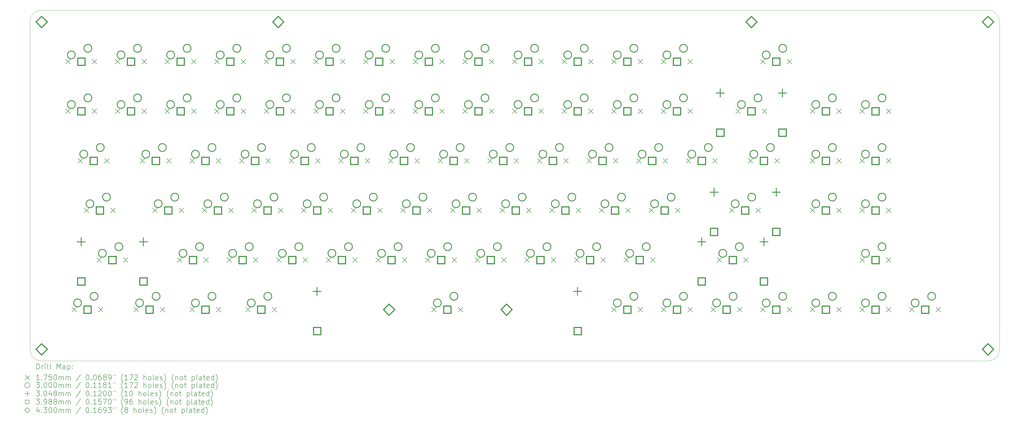
<source format=gbr>
%TF.GenerationSoftware,KiCad,Pcbnew,8.0.7*%
%TF.CreationDate,2025-03-15T22:58:30-07:00*%
%TF.ProjectId,keyboard,6b657962-6f61-4726-942e-6b696361645f,rev?*%
%TF.SameCoordinates,Original*%
%TF.FileFunction,Drillmap*%
%TF.FilePolarity,Positive*%
%FSLAX45Y45*%
G04 Gerber Fmt 4.5, Leading zero omitted, Abs format (unit mm)*
G04 Created by KiCad (PCBNEW 8.0.7) date 2025-03-15 22:58:30*
%MOMM*%
%LPD*%
G01*
G04 APERTURE LIST*
%ADD10C,0.100000*%
%ADD11C,0.200000*%
%ADD12C,0.175000*%
%ADD13C,0.300000*%
%ADD14C,0.304800*%
%ADD15C,0.398780*%
%ADD16C,0.430000*%
G04 APERTURE END LIST*
D10*
X48577500Y-23228300D02*
X48577500Y-35826700D01*
X48145700Y-36258500D02*
X11798300Y-36258500D01*
X48145700Y-22796500D02*
G75*
G02*
X48577500Y-23228300I0J-431800D01*
G01*
X11798300Y-36258500D02*
G75*
G02*
X11366500Y-35826700I0J431800D01*
G01*
X11798300Y-22796500D02*
X48145700Y-22796500D01*
X11366500Y-23228300D02*
G75*
G02*
X11798300Y-22796500I431800J0D01*
G01*
X48577500Y-35826700D02*
G75*
G02*
X48145700Y-36258500I-431800J0D01*
G01*
X11366500Y-35826700D02*
X11366500Y-23228300D01*
D11*
D12*
X12739500Y-24677500D02*
X12914500Y-24852500D01*
X12914500Y-24677500D02*
X12739500Y-24852500D01*
X12739500Y-26582500D02*
X12914500Y-26757500D01*
X12914500Y-26582500D02*
X12739500Y-26757500D01*
X12977625Y-34202500D02*
X13152625Y-34377500D01*
X13152625Y-34202500D02*
X12977625Y-34377500D01*
X13215750Y-28487500D02*
X13390750Y-28662500D01*
X13390750Y-28487500D02*
X13215750Y-28662500D01*
X13453875Y-30392500D02*
X13628875Y-30567500D01*
X13628875Y-30392500D02*
X13453875Y-30567500D01*
X13755500Y-24677500D02*
X13930500Y-24852500D01*
X13930500Y-24677500D02*
X13755500Y-24852500D01*
X13755500Y-26582500D02*
X13930500Y-26757500D01*
X13930500Y-26582500D02*
X13755500Y-26757500D01*
X13930125Y-32297500D02*
X14105125Y-32472500D01*
X14105125Y-32297500D02*
X13930125Y-32472500D01*
X13993625Y-34202500D02*
X14168625Y-34377500D01*
X14168625Y-34202500D02*
X13993625Y-34377500D01*
X14231750Y-28487500D02*
X14406750Y-28662500D01*
X14406750Y-28487500D02*
X14231750Y-28662500D01*
X14469875Y-30392500D02*
X14644875Y-30567500D01*
X14644875Y-30392500D02*
X14469875Y-30567500D01*
X14644500Y-24677500D02*
X14819500Y-24852500D01*
X14819500Y-24677500D02*
X14644500Y-24852500D01*
X14644500Y-26582500D02*
X14819500Y-26757500D01*
X14819500Y-26582500D02*
X14644500Y-26757500D01*
X14946125Y-32297500D02*
X15121125Y-32472500D01*
X15121125Y-32297500D02*
X14946125Y-32472500D01*
X15358875Y-34202500D02*
X15533875Y-34377500D01*
X15533875Y-34202500D02*
X15358875Y-34377500D01*
X15597000Y-28487500D02*
X15772000Y-28662500D01*
X15772000Y-28487500D02*
X15597000Y-28662500D01*
X15660500Y-24677500D02*
X15835500Y-24852500D01*
X15835500Y-24677500D02*
X15660500Y-24852500D01*
X15660500Y-26582500D02*
X15835500Y-26757500D01*
X15835500Y-26582500D02*
X15660500Y-26757500D01*
X16073250Y-30392500D02*
X16248250Y-30567500D01*
X16248250Y-30392500D02*
X16073250Y-30567500D01*
X16374875Y-34202500D02*
X16549875Y-34377500D01*
X16549875Y-34202500D02*
X16374875Y-34377500D01*
X16549500Y-24677500D02*
X16724500Y-24852500D01*
X16724500Y-24677500D02*
X16549500Y-24852500D01*
X16549500Y-26582500D02*
X16724500Y-26757500D01*
X16724500Y-26582500D02*
X16549500Y-26757500D01*
X16613000Y-28487500D02*
X16788000Y-28662500D01*
X16788000Y-28487500D02*
X16613000Y-28662500D01*
X17025750Y-32297500D02*
X17200750Y-32472500D01*
X17200750Y-32297500D02*
X17025750Y-32472500D01*
X17089250Y-30392500D02*
X17264250Y-30567500D01*
X17264250Y-30392500D02*
X17089250Y-30567500D01*
X17502000Y-28487500D02*
X17677000Y-28662500D01*
X17677000Y-28487500D02*
X17502000Y-28662500D01*
X17502000Y-34202500D02*
X17677000Y-34377500D01*
X17677000Y-34202500D02*
X17502000Y-34377500D01*
X17565500Y-24677500D02*
X17740500Y-24852500D01*
X17740500Y-24677500D02*
X17565500Y-24852500D01*
X17565500Y-26582500D02*
X17740500Y-26757500D01*
X17740500Y-26582500D02*
X17565500Y-26757500D01*
X17978250Y-30392500D02*
X18153250Y-30567500D01*
X18153250Y-30392500D02*
X17978250Y-30567500D01*
X18041750Y-32297500D02*
X18216750Y-32472500D01*
X18216750Y-32297500D02*
X18041750Y-32472500D01*
X18454500Y-24677500D02*
X18629500Y-24852500D01*
X18629500Y-24677500D02*
X18454500Y-24852500D01*
X18454500Y-26582500D02*
X18629500Y-26757500D01*
X18629500Y-26582500D02*
X18454500Y-26757500D01*
X18518000Y-28487500D02*
X18693000Y-28662500D01*
X18693000Y-28487500D02*
X18518000Y-28662500D01*
X18518000Y-34202500D02*
X18693000Y-34377500D01*
X18693000Y-34202500D02*
X18518000Y-34377500D01*
X18930750Y-32297500D02*
X19105750Y-32472500D01*
X19105750Y-32297500D02*
X18930750Y-32472500D01*
X18994250Y-30392500D02*
X19169250Y-30567500D01*
X19169250Y-30392500D02*
X18994250Y-30567500D01*
X19407000Y-28487500D02*
X19582000Y-28662500D01*
X19582000Y-28487500D02*
X19407000Y-28662500D01*
X19470500Y-24677500D02*
X19645500Y-24852500D01*
X19645500Y-24677500D02*
X19470500Y-24852500D01*
X19470500Y-26582500D02*
X19645500Y-26757500D01*
X19645500Y-26582500D02*
X19470500Y-26757500D01*
X19645125Y-34202500D02*
X19820125Y-34377500D01*
X19820125Y-34202500D02*
X19645125Y-34377500D01*
X19883250Y-30392500D02*
X20058250Y-30567500D01*
X20058250Y-30392500D02*
X19883250Y-30567500D01*
X19946750Y-32297500D02*
X20121750Y-32472500D01*
X20121750Y-32297500D02*
X19946750Y-32472500D01*
X20359500Y-24677500D02*
X20534500Y-24852500D01*
X20534500Y-24677500D02*
X20359500Y-24852500D01*
X20359500Y-26582500D02*
X20534500Y-26757500D01*
X20534500Y-26582500D02*
X20359500Y-26757500D01*
X20423000Y-28487500D02*
X20598000Y-28662500D01*
X20598000Y-28487500D02*
X20423000Y-28662500D01*
X20661125Y-34202500D02*
X20836125Y-34377500D01*
X20836125Y-34202500D02*
X20661125Y-34377500D01*
X20835750Y-32297500D02*
X21010750Y-32472500D01*
X21010750Y-32297500D02*
X20835750Y-32472500D01*
X20899250Y-30392500D02*
X21074250Y-30567500D01*
X21074250Y-30392500D02*
X20899250Y-30567500D01*
X21312000Y-28487500D02*
X21487000Y-28662500D01*
X21487000Y-28487500D02*
X21312000Y-28662500D01*
X21375500Y-24677500D02*
X21550500Y-24852500D01*
X21550500Y-24677500D02*
X21375500Y-24852500D01*
X21375500Y-26582500D02*
X21550500Y-26757500D01*
X21550500Y-26582500D02*
X21375500Y-26757500D01*
X21788250Y-30392500D02*
X21963250Y-30567500D01*
X21963250Y-30392500D02*
X21788250Y-30567500D01*
X21851750Y-32297500D02*
X22026750Y-32472500D01*
X22026750Y-32297500D02*
X21851750Y-32472500D01*
X22264500Y-24677500D02*
X22439500Y-24852500D01*
X22439500Y-24677500D02*
X22264500Y-24852500D01*
X22264500Y-26582500D02*
X22439500Y-26757500D01*
X22439500Y-26582500D02*
X22264500Y-26757500D01*
X22328000Y-28487500D02*
X22503000Y-28662500D01*
X22503000Y-28487500D02*
X22328000Y-28662500D01*
X22740750Y-32297500D02*
X22915750Y-32472500D01*
X22915750Y-32297500D02*
X22740750Y-32472500D01*
X22804250Y-30392500D02*
X22979250Y-30567500D01*
X22979250Y-30392500D02*
X22804250Y-30567500D01*
X23217000Y-28487500D02*
X23392000Y-28662500D01*
X23392000Y-28487500D02*
X23217000Y-28662500D01*
X23280500Y-24677500D02*
X23455500Y-24852500D01*
X23455500Y-24677500D02*
X23280500Y-24852500D01*
X23280500Y-26582500D02*
X23455500Y-26757500D01*
X23455500Y-26582500D02*
X23280500Y-26757500D01*
X23693250Y-30392500D02*
X23868250Y-30567500D01*
X23868250Y-30392500D02*
X23693250Y-30567500D01*
X23756750Y-32297500D02*
X23931750Y-32472500D01*
X23931750Y-32297500D02*
X23756750Y-32472500D01*
X24169500Y-24677500D02*
X24344500Y-24852500D01*
X24344500Y-24677500D02*
X24169500Y-24852500D01*
X24169500Y-26582500D02*
X24344500Y-26757500D01*
X24344500Y-26582500D02*
X24169500Y-26757500D01*
X24233000Y-28487500D02*
X24408000Y-28662500D01*
X24408000Y-28487500D02*
X24233000Y-28662500D01*
X24645750Y-32297500D02*
X24820750Y-32472500D01*
X24820750Y-32297500D02*
X24645750Y-32472500D01*
X24709250Y-30392500D02*
X24884250Y-30567500D01*
X24884250Y-30392500D02*
X24709250Y-30567500D01*
X25122000Y-28487500D02*
X25297000Y-28662500D01*
X25297000Y-28487500D02*
X25122000Y-28662500D01*
X25185500Y-24677500D02*
X25360500Y-24852500D01*
X25360500Y-24677500D02*
X25185500Y-24852500D01*
X25185500Y-26582500D02*
X25360500Y-26757500D01*
X25360500Y-26582500D02*
X25185500Y-26757500D01*
X25598250Y-30392500D02*
X25773250Y-30567500D01*
X25773250Y-30392500D02*
X25598250Y-30567500D01*
X25661750Y-32297500D02*
X25836750Y-32472500D01*
X25836750Y-32297500D02*
X25661750Y-32472500D01*
X26074500Y-24677500D02*
X26249500Y-24852500D01*
X26249500Y-24677500D02*
X26074500Y-24852500D01*
X26074500Y-26582500D02*
X26249500Y-26757500D01*
X26249500Y-26582500D02*
X26074500Y-26757500D01*
X26138000Y-28487500D02*
X26313000Y-28662500D01*
X26313000Y-28487500D02*
X26138000Y-28662500D01*
X26550750Y-32297500D02*
X26725750Y-32472500D01*
X26725750Y-32297500D02*
X26550750Y-32472500D01*
X26614250Y-30392500D02*
X26789250Y-30567500D01*
X26789250Y-30392500D02*
X26614250Y-30567500D01*
X26788875Y-34202500D02*
X26963875Y-34377500D01*
X26963875Y-34202500D02*
X26788875Y-34377500D01*
X27027000Y-28487500D02*
X27202000Y-28662500D01*
X27202000Y-28487500D02*
X27027000Y-28662500D01*
X27090500Y-24677500D02*
X27265500Y-24852500D01*
X27265500Y-24677500D02*
X27090500Y-24852500D01*
X27090500Y-26582500D02*
X27265500Y-26757500D01*
X27265500Y-26582500D02*
X27090500Y-26757500D01*
X27503250Y-30392500D02*
X27678250Y-30567500D01*
X27678250Y-30392500D02*
X27503250Y-30567500D01*
X27566750Y-32297500D02*
X27741750Y-32472500D01*
X27741750Y-32297500D02*
X27566750Y-32472500D01*
X27804875Y-34202500D02*
X27979875Y-34377500D01*
X27979875Y-34202500D02*
X27804875Y-34377500D01*
X27979500Y-24677500D02*
X28154500Y-24852500D01*
X28154500Y-24677500D02*
X27979500Y-24852500D01*
X27979500Y-26582500D02*
X28154500Y-26757500D01*
X28154500Y-26582500D02*
X27979500Y-26757500D01*
X28043000Y-28487500D02*
X28218000Y-28662500D01*
X28218000Y-28487500D02*
X28043000Y-28662500D01*
X28455750Y-32297500D02*
X28630750Y-32472500D01*
X28630750Y-32297500D02*
X28455750Y-32472500D01*
X28519250Y-30392500D02*
X28694250Y-30567500D01*
X28694250Y-30392500D02*
X28519250Y-30567500D01*
X28932000Y-28487500D02*
X29107000Y-28662500D01*
X29107000Y-28487500D02*
X28932000Y-28662500D01*
X28995500Y-24677500D02*
X29170500Y-24852500D01*
X29170500Y-24677500D02*
X28995500Y-24852500D01*
X28995500Y-26582500D02*
X29170500Y-26757500D01*
X29170500Y-26582500D02*
X28995500Y-26757500D01*
X29408250Y-30392500D02*
X29583250Y-30567500D01*
X29583250Y-30392500D02*
X29408250Y-30567500D01*
X29471750Y-32297500D02*
X29646750Y-32472500D01*
X29646750Y-32297500D02*
X29471750Y-32472500D01*
X29884500Y-24677500D02*
X30059500Y-24852500D01*
X30059500Y-24677500D02*
X29884500Y-24852500D01*
X29884500Y-26582500D02*
X30059500Y-26757500D01*
X30059500Y-26582500D02*
X29884500Y-26757500D01*
X29948000Y-28487500D02*
X30123000Y-28662500D01*
X30123000Y-28487500D02*
X29948000Y-28662500D01*
X30360750Y-32297500D02*
X30535750Y-32472500D01*
X30535750Y-32297500D02*
X30360750Y-32472500D01*
X30424250Y-30392500D02*
X30599250Y-30567500D01*
X30599250Y-30392500D02*
X30424250Y-30567500D01*
X30837000Y-28487500D02*
X31012000Y-28662500D01*
X31012000Y-28487500D02*
X30837000Y-28662500D01*
X30900500Y-24677500D02*
X31075500Y-24852500D01*
X31075500Y-24677500D02*
X30900500Y-24852500D01*
X30900500Y-26582500D02*
X31075500Y-26757500D01*
X31075500Y-26582500D02*
X30900500Y-26757500D01*
X31313250Y-30392500D02*
X31488250Y-30567500D01*
X31488250Y-30392500D02*
X31313250Y-30567500D01*
X31376750Y-32297500D02*
X31551750Y-32472500D01*
X31551750Y-32297500D02*
X31376750Y-32472500D01*
X31789500Y-24677500D02*
X31964500Y-24852500D01*
X31964500Y-24677500D02*
X31789500Y-24852500D01*
X31789500Y-26582500D02*
X31964500Y-26757500D01*
X31964500Y-26582500D02*
X31789500Y-26757500D01*
X31853000Y-28487500D02*
X32028000Y-28662500D01*
X32028000Y-28487500D02*
X31853000Y-28662500D01*
X32265750Y-32297500D02*
X32440750Y-32472500D01*
X32440750Y-32297500D02*
X32265750Y-32472500D01*
X32329250Y-30392500D02*
X32504250Y-30567500D01*
X32504250Y-30392500D02*
X32329250Y-30567500D01*
X32742000Y-28487500D02*
X32917000Y-28662500D01*
X32917000Y-28487500D02*
X32742000Y-28662500D01*
X32805500Y-24677500D02*
X32980500Y-24852500D01*
X32980500Y-24677500D02*
X32805500Y-24852500D01*
X32805500Y-26582500D02*
X32980500Y-26757500D01*
X32980500Y-26582500D02*
X32805500Y-26757500D01*
X33218250Y-30392500D02*
X33393250Y-30567500D01*
X33393250Y-30392500D02*
X33218250Y-30567500D01*
X33281750Y-32297500D02*
X33456750Y-32472500D01*
X33456750Y-32297500D02*
X33281750Y-32472500D01*
X33694500Y-24677500D02*
X33869500Y-24852500D01*
X33869500Y-24677500D02*
X33694500Y-24852500D01*
X33694500Y-26582500D02*
X33869500Y-26757500D01*
X33869500Y-26582500D02*
X33694500Y-26757500D01*
X33694500Y-34202500D02*
X33869500Y-34377500D01*
X33869500Y-34202500D02*
X33694500Y-34377500D01*
X33758000Y-28487500D02*
X33933000Y-28662500D01*
X33933000Y-28487500D02*
X33758000Y-28662500D01*
X34170750Y-32297500D02*
X34345750Y-32472500D01*
X34345750Y-32297500D02*
X34170750Y-32472500D01*
X34234250Y-30392500D02*
X34409250Y-30567500D01*
X34409250Y-30392500D02*
X34234250Y-30567500D01*
X34647000Y-28487500D02*
X34822000Y-28662500D01*
X34822000Y-28487500D02*
X34647000Y-28662500D01*
X34710500Y-24677500D02*
X34885500Y-24852500D01*
X34885500Y-24677500D02*
X34710500Y-24852500D01*
X34710500Y-26582500D02*
X34885500Y-26757500D01*
X34885500Y-26582500D02*
X34710500Y-26757500D01*
X34710500Y-34202500D02*
X34885500Y-34377500D01*
X34885500Y-34202500D02*
X34710500Y-34377500D01*
X35123250Y-30392500D02*
X35298250Y-30567500D01*
X35298250Y-30392500D02*
X35123250Y-30567500D01*
X35186750Y-32297500D02*
X35361750Y-32472500D01*
X35361750Y-32297500D02*
X35186750Y-32472500D01*
X35599500Y-24677500D02*
X35774500Y-24852500D01*
X35774500Y-24677500D02*
X35599500Y-24852500D01*
X35599500Y-26582500D02*
X35774500Y-26757500D01*
X35774500Y-26582500D02*
X35599500Y-26757500D01*
X35599500Y-34202500D02*
X35774500Y-34377500D01*
X35774500Y-34202500D02*
X35599500Y-34377500D01*
X35663000Y-28487500D02*
X35838000Y-28662500D01*
X35838000Y-28487500D02*
X35663000Y-28662500D01*
X36139250Y-30392500D02*
X36314250Y-30567500D01*
X36314250Y-30392500D02*
X36139250Y-30567500D01*
X36552000Y-28487500D02*
X36727000Y-28662500D01*
X36727000Y-28487500D02*
X36552000Y-28662500D01*
X36615500Y-24677500D02*
X36790500Y-24852500D01*
X36790500Y-24677500D02*
X36615500Y-24852500D01*
X36615500Y-26582500D02*
X36790500Y-26757500D01*
X36790500Y-26582500D02*
X36615500Y-26757500D01*
X36615500Y-34202500D02*
X36790500Y-34377500D01*
X36790500Y-34202500D02*
X36615500Y-34377500D01*
X37504500Y-34202500D02*
X37679500Y-34377500D01*
X37679500Y-34202500D02*
X37504500Y-34377500D01*
X37568000Y-28487500D02*
X37743000Y-28662500D01*
X37743000Y-28487500D02*
X37568000Y-28662500D01*
X37742625Y-32297500D02*
X37917625Y-32472500D01*
X37917625Y-32297500D02*
X37742625Y-32472500D01*
X38218875Y-30392500D02*
X38393875Y-30567500D01*
X38393875Y-30392500D02*
X38218875Y-30567500D01*
X38457000Y-26582500D02*
X38632000Y-26757500D01*
X38632000Y-26582500D02*
X38457000Y-26757500D01*
X38520500Y-34202500D02*
X38695500Y-34377500D01*
X38695500Y-34202500D02*
X38520500Y-34377500D01*
X38758625Y-32297500D02*
X38933625Y-32472500D01*
X38933625Y-32297500D02*
X38758625Y-32472500D01*
X38933250Y-28487500D02*
X39108250Y-28662500D01*
X39108250Y-28487500D02*
X38933250Y-28662500D01*
X39234875Y-30392500D02*
X39409875Y-30567500D01*
X39409875Y-30392500D02*
X39234875Y-30567500D01*
X39409500Y-24677500D02*
X39584500Y-24852500D01*
X39584500Y-24677500D02*
X39409500Y-24852500D01*
X39409500Y-34202500D02*
X39584500Y-34377500D01*
X39584500Y-34202500D02*
X39409500Y-34377500D01*
X39473000Y-26582500D02*
X39648000Y-26757500D01*
X39648000Y-26582500D02*
X39473000Y-26757500D01*
X39949250Y-28487500D02*
X40124250Y-28662500D01*
X40124250Y-28487500D02*
X39949250Y-28662500D01*
X40425500Y-24677500D02*
X40600500Y-24852500D01*
X40600500Y-24677500D02*
X40425500Y-24852500D01*
X40425500Y-34202500D02*
X40600500Y-34377500D01*
X40600500Y-34202500D02*
X40425500Y-34377500D01*
X41314500Y-26582500D02*
X41489500Y-26757500D01*
X41489500Y-26582500D02*
X41314500Y-26757500D01*
X41314500Y-28487500D02*
X41489500Y-28662500D01*
X41489500Y-28487500D02*
X41314500Y-28662500D01*
X41314500Y-30392500D02*
X41489500Y-30567500D01*
X41489500Y-30392500D02*
X41314500Y-30567500D01*
X41314500Y-34202500D02*
X41489500Y-34377500D01*
X41489500Y-34202500D02*
X41314500Y-34377500D01*
X42330500Y-26582500D02*
X42505500Y-26757500D01*
X42505500Y-26582500D02*
X42330500Y-26757500D01*
X42330500Y-28487500D02*
X42505500Y-28662500D01*
X42505500Y-28487500D02*
X42330500Y-28662500D01*
X42330500Y-30392500D02*
X42505500Y-30567500D01*
X42505500Y-30392500D02*
X42330500Y-30567500D01*
X42330500Y-34202500D02*
X42505500Y-34377500D01*
X42505500Y-34202500D02*
X42330500Y-34377500D01*
X43219500Y-26582500D02*
X43394500Y-26757500D01*
X43394500Y-26582500D02*
X43219500Y-26757500D01*
X43219500Y-28487500D02*
X43394500Y-28662500D01*
X43394500Y-28487500D02*
X43219500Y-28662500D01*
X43219500Y-30392500D02*
X43394500Y-30567500D01*
X43394500Y-30392500D02*
X43219500Y-30567500D01*
X43219500Y-32297500D02*
X43394500Y-32472500D01*
X43394500Y-32297500D02*
X43219500Y-32472500D01*
X43219500Y-34202500D02*
X43394500Y-34377500D01*
X43394500Y-34202500D02*
X43219500Y-34377500D01*
X44235500Y-26582500D02*
X44410500Y-26757500D01*
X44410500Y-26582500D02*
X44235500Y-26757500D01*
X44235500Y-28487500D02*
X44410500Y-28662500D01*
X44410500Y-28487500D02*
X44235500Y-28662500D01*
X44235500Y-30392500D02*
X44410500Y-30567500D01*
X44410500Y-30392500D02*
X44235500Y-30567500D01*
X44235500Y-32297500D02*
X44410500Y-32472500D01*
X44410500Y-32297500D02*
X44235500Y-32472500D01*
X44235500Y-34202500D02*
X44410500Y-34377500D01*
X44410500Y-34202500D02*
X44235500Y-34377500D01*
X45124500Y-34202500D02*
X45299500Y-34377500D01*
X45299500Y-34202500D02*
X45124500Y-34377500D01*
X46140500Y-34202500D02*
X46315500Y-34377500D01*
X46315500Y-34202500D02*
X46140500Y-34377500D01*
D13*
X13104000Y-24511000D02*
G75*
G02*
X12804000Y-24511000I-150000J0D01*
G01*
X12804000Y-24511000D02*
G75*
G02*
X13104000Y-24511000I150000J0D01*
G01*
X13104000Y-26416000D02*
G75*
G02*
X12804000Y-26416000I-150000J0D01*
G01*
X12804000Y-26416000D02*
G75*
G02*
X13104000Y-26416000I150000J0D01*
G01*
X13342125Y-34036000D02*
G75*
G02*
X13042125Y-34036000I-150000J0D01*
G01*
X13042125Y-34036000D02*
G75*
G02*
X13342125Y-34036000I150000J0D01*
G01*
X13580250Y-28321000D02*
G75*
G02*
X13280250Y-28321000I-150000J0D01*
G01*
X13280250Y-28321000D02*
G75*
G02*
X13580250Y-28321000I150000J0D01*
G01*
X13739000Y-24257000D02*
G75*
G02*
X13439000Y-24257000I-150000J0D01*
G01*
X13439000Y-24257000D02*
G75*
G02*
X13739000Y-24257000I150000J0D01*
G01*
X13739000Y-26162000D02*
G75*
G02*
X13439000Y-26162000I-150000J0D01*
G01*
X13439000Y-26162000D02*
G75*
G02*
X13739000Y-26162000I150000J0D01*
G01*
X13818375Y-30226000D02*
G75*
G02*
X13518375Y-30226000I-150000J0D01*
G01*
X13518375Y-30226000D02*
G75*
G02*
X13818375Y-30226000I150000J0D01*
G01*
X13977125Y-33782000D02*
G75*
G02*
X13677125Y-33782000I-150000J0D01*
G01*
X13677125Y-33782000D02*
G75*
G02*
X13977125Y-33782000I150000J0D01*
G01*
X14215250Y-28067000D02*
G75*
G02*
X13915250Y-28067000I-150000J0D01*
G01*
X13915250Y-28067000D02*
G75*
G02*
X14215250Y-28067000I150000J0D01*
G01*
X14294625Y-32131000D02*
G75*
G02*
X13994625Y-32131000I-150000J0D01*
G01*
X13994625Y-32131000D02*
G75*
G02*
X14294625Y-32131000I150000J0D01*
G01*
X14453375Y-29972000D02*
G75*
G02*
X14153375Y-29972000I-150000J0D01*
G01*
X14153375Y-29972000D02*
G75*
G02*
X14453375Y-29972000I150000J0D01*
G01*
X14929625Y-31877000D02*
G75*
G02*
X14629625Y-31877000I-150000J0D01*
G01*
X14629625Y-31877000D02*
G75*
G02*
X14929625Y-31877000I150000J0D01*
G01*
X15009000Y-24511000D02*
G75*
G02*
X14709000Y-24511000I-150000J0D01*
G01*
X14709000Y-24511000D02*
G75*
G02*
X15009000Y-24511000I150000J0D01*
G01*
X15009000Y-26416000D02*
G75*
G02*
X14709000Y-26416000I-150000J0D01*
G01*
X14709000Y-26416000D02*
G75*
G02*
X15009000Y-26416000I150000J0D01*
G01*
X15644000Y-24257000D02*
G75*
G02*
X15344000Y-24257000I-150000J0D01*
G01*
X15344000Y-24257000D02*
G75*
G02*
X15644000Y-24257000I150000J0D01*
G01*
X15644000Y-26162000D02*
G75*
G02*
X15344000Y-26162000I-150000J0D01*
G01*
X15344000Y-26162000D02*
G75*
G02*
X15644000Y-26162000I150000J0D01*
G01*
X15723375Y-34036000D02*
G75*
G02*
X15423375Y-34036000I-150000J0D01*
G01*
X15423375Y-34036000D02*
G75*
G02*
X15723375Y-34036000I150000J0D01*
G01*
X15961500Y-28321000D02*
G75*
G02*
X15661500Y-28321000I-150000J0D01*
G01*
X15661500Y-28321000D02*
G75*
G02*
X15961500Y-28321000I150000J0D01*
G01*
X16358375Y-33782000D02*
G75*
G02*
X16058375Y-33782000I-150000J0D01*
G01*
X16058375Y-33782000D02*
G75*
G02*
X16358375Y-33782000I150000J0D01*
G01*
X16437750Y-30226000D02*
G75*
G02*
X16137750Y-30226000I-150000J0D01*
G01*
X16137750Y-30226000D02*
G75*
G02*
X16437750Y-30226000I150000J0D01*
G01*
X16596500Y-28067000D02*
G75*
G02*
X16296500Y-28067000I-150000J0D01*
G01*
X16296500Y-28067000D02*
G75*
G02*
X16596500Y-28067000I150000J0D01*
G01*
X16914000Y-24511000D02*
G75*
G02*
X16614000Y-24511000I-150000J0D01*
G01*
X16614000Y-24511000D02*
G75*
G02*
X16914000Y-24511000I150000J0D01*
G01*
X16914000Y-26416000D02*
G75*
G02*
X16614000Y-26416000I-150000J0D01*
G01*
X16614000Y-26416000D02*
G75*
G02*
X16914000Y-26416000I150000J0D01*
G01*
X17072750Y-29972000D02*
G75*
G02*
X16772750Y-29972000I-150000J0D01*
G01*
X16772750Y-29972000D02*
G75*
G02*
X17072750Y-29972000I150000J0D01*
G01*
X17390250Y-32131000D02*
G75*
G02*
X17090250Y-32131000I-150000J0D01*
G01*
X17090250Y-32131000D02*
G75*
G02*
X17390250Y-32131000I150000J0D01*
G01*
X17549000Y-24257000D02*
G75*
G02*
X17249000Y-24257000I-150000J0D01*
G01*
X17249000Y-24257000D02*
G75*
G02*
X17549000Y-24257000I150000J0D01*
G01*
X17549000Y-26162000D02*
G75*
G02*
X17249000Y-26162000I-150000J0D01*
G01*
X17249000Y-26162000D02*
G75*
G02*
X17549000Y-26162000I150000J0D01*
G01*
X17866500Y-28321000D02*
G75*
G02*
X17566500Y-28321000I-150000J0D01*
G01*
X17566500Y-28321000D02*
G75*
G02*
X17866500Y-28321000I150000J0D01*
G01*
X17866500Y-34036000D02*
G75*
G02*
X17566500Y-34036000I-150000J0D01*
G01*
X17566500Y-34036000D02*
G75*
G02*
X17866500Y-34036000I150000J0D01*
G01*
X18025250Y-31877000D02*
G75*
G02*
X17725250Y-31877000I-150000J0D01*
G01*
X17725250Y-31877000D02*
G75*
G02*
X18025250Y-31877000I150000J0D01*
G01*
X18342750Y-30226000D02*
G75*
G02*
X18042750Y-30226000I-150000J0D01*
G01*
X18042750Y-30226000D02*
G75*
G02*
X18342750Y-30226000I150000J0D01*
G01*
X18501500Y-28067000D02*
G75*
G02*
X18201500Y-28067000I-150000J0D01*
G01*
X18201500Y-28067000D02*
G75*
G02*
X18501500Y-28067000I150000J0D01*
G01*
X18501500Y-33782000D02*
G75*
G02*
X18201500Y-33782000I-150000J0D01*
G01*
X18201500Y-33782000D02*
G75*
G02*
X18501500Y-33782000I150000J0D01*
G01*
X18819000Y-24511000D02*
G75*
G02*
X18519000Y-24511000I-150000J0D01*
G01*
X18519000Y-24511000D02*
G75*
G02*
X18819000Y-24511000I150000J0D01*
G01*
X18819000Y-26416000D02*
G75*
G02*
X18519000Y-26416000I-150000J0D01*
G01*
X18519000Y-26416000D02*
G75*
G02*
X18819000Y-26416000I150000J0D01*
G01*
X18977750Y-29972000D02*
G75*
G02*
X18677750Y-29972000I-150000J0D01*
G01*
X18677750Y-29972000D02*
G75*
G02*
X18977750Y-29972000I150000J0D01*
G01*
X19295250Y-32131000D02*
G75*
G02*
X18995250Y-32131000I-150000J0D01*
G01*
X18995250Y-32131000D02*
G75*
G02*
X19295250Y-32131000I150000J0D01*
G01*
X19454000Y-24257000D02*
G75*
G02*
X19154000Y-24257000I-150000J0D01*
G01*
X19154000Y-24257000D02*
G75*
G02*
X19454000Y-24257000I150000J0D01*
G01*
X19454000Y-26162000D02*
G75*
G02*
X19154000Y-26162000I-150000J0D01*
G01*
X19154000Y-26162000D02*
G75*
G02*
X19454000Y-26162000I150000J0D01*
G01*
X19771500Y-28321000D02*
G75*
G02*
X19471500Y-28321000I-150000J0D01*
G01*
X19471500Y-28321000D02*
G75*
G02*
X19771500Y-28321000I150000J0D01*
G01*
X19930250Y-31877000D02*
G75*
G02*
X19630250Y-31877000I-150000J0D01*
G01*
X19630250Y-31877000D02*
G75*
G02*
X19930250Y-31877000I150000J0D01*
G01*
X20009625Y-34036000D02*
G75*
G02*
X19709625Y-34036000I-150000J0D01*
G01*
X19709625Y-34036000D02*
G75*
G02*
X20009625Y-34036000I150000J0D01*
G01*
X20247750Y-30226000D02*
G75*
G02*
X19947750Y-30226000I-150000J0D01*
G01*
X19947750Y-30226000D02*
G75*
G02*
X20247750Y-30226000I150000J0D01*
G01*
X20406500Y-28067000D02*
G75*
G02*
X20106500Y-28067000I-150000J0D01*
G01*
X20106500Y-28067000D02*
G75*
G02*
X20406500Y-28067000I150000J0D01*
G01*
X20644625Y-33782000D02*
G75*
G02*
X20344625Y-33782000I-150000J0D01*
G01*
X20344625Y-33782000D02*
G75*
G02*
X20644625Y-33782000I150000J0D01*
G01*
X20724000Y-24511000D02*
G75*
G02*
X20424000Y-24511000I-150000J0D01*
G01*
X20424000Y-24511000D02*
G75*
G02*
X20724000Y-24511000I150000J0D01*
G01*
X20724000Y-26416000D02*
G75*
G02*
X20424000Y-26416000I-150000J0D01*
G01*
X20424000Y-26416000D02*
G75*
G02*
X20724000Y-26416000I150000J0D01*
G01*
X20882750Y-29972000D02*
G75*
G02*
X20582750Y-29972000I-150000J0D01*
G01*
X20582750Y-29972000D02*
G75*
G02*
X20882750Y-29972000I150000J0D01*
G01*
X21200250Y-32131000D02*
G75*
G02*
X20900250Y-32131000I-150000J0D01*
G01*
X20900250Y-32131000D02*
G75*
G02*
X21200250Y-32131000I150000J0D01*
G01*
X21359000Y-24257000D02*
G75*
G02*
X21059000Y-24257000I-150000J0D01*
G01*
X21059000Y-24257000D02*
G75*
G02*
X21359000Y-24257000I150000J0D01*
G01*
X21359000Y-26162000D02*
G75*
G02*
X21059000Y-26162000I-150000J0D01*
G01*
X21059000Y-26162000D02*
G75*
G02*
X21359000Y-26162000I150000J0D01*
G01*
X21676500Y-28321000D02*
G75*
G02*
X21376500Y-28321000I-150000J0D01*
G01*
X21376500Y-28321000D02*
G75*
G02*
X21676500Y-28321000I150000J0D01*
G01*
X21835250Y-31877000D02*
G75*
G02*
X21535250Y-31877000I-150000J0D01*
G01*
X21535250Y-31877000D02*
G75*
G02*
X21835250Y-31877000I150000J0D01*
G01*
X22152750Y-30226000D02*
G75*
G02*
X21852750Y-30226000I-150000J0D01*
G01*
X21852750Y-30226000D02*
G75*
G02*
X22152750Y-30226000I150000J0D01*
G01*
X22311500Y-28067000D02*
G75*
G02*
X22011500Y-28067000I-150000J0D01*
G01*
X22011500Y-28067000D02*
G75*
G02*
X22311500Y-28067000I150000J0D01*
G01*
X22629000Y-24511000D02*
G75*
G02*
X22329000Y-24511000I-150000J0D01*
G01*
X22329000Y-24511000D02*
G75*
G02*
X22629000Y-24511000I150000J0D01*
G01*
X22629000Y-26416000D02*
G75*
G02*
X22329000Y-26416000I-150000J0D01*
G01*
X22329000Y-26416000D02*
G75*
G02*
X22629000Y-26416000I150000J0D01*
G01*
X22787750Y-29972000D02*
G75*
G02*
X22487750Y-29972000I-150000J0D01*
G01*
X22487750Y-29972000D02*
G75*
G02*
X22787750Y-29972000I150000J0D01*
G01*
X23105250Y-32131000D02*
G75*
G02*
X22805250Y-32131000I-150000J0D01*
G01*
X22805250Y-32131000D02*
G75*
G02*
X23105250Y-32131000I150000J0D01*
G01*
X23264000Y-24257000D02*
G75*
G02*
X22964000Y-24257000I-150000J0D01*
G01*
X22964000Y-24257000D02*
G75*
G02*
X23264000Y-24257000I150000J0D01*
G01*
X23264000Y-26162000D02*
G75*
G02*
X22964000Y-26162000I-150000J0D01*
G01*
X22964000Y-26162000D02*
G75*
G02*
X23264000Y-26162000I150000J0D01*
G01*
X23581500Y-28321000D02*
G75*
G02*
X23281500Y-28321000I-150000J0D01*
G01*
X23281500Y-28321000D02*
G75*
G02*
X23581500Y-28321000I150000J0D01*
G01*
X23740250Y-31877000D02*
G75*
G02*
X23440250Y-31877000I-150000J0D01*
G01*
X23440250Y-31877000D02*
G75*
G02*
X23740250Y-31877000I150000J0D01*
G01*
X24057750Y-30226000D02*
G75*
G02*
X23757750Y-30226000I-150000J0D01*
G01*
X23757750Y-30226000D02*
G75*
G02*
X24057750Y-30226000I150000J0D01*
G01*
X24216500Y-28067000D02*
G75*
G02*
X23916500Y-28067000I-150000J0D01*
G01*
X23916500Y-28067000D02*
G75*
G02*
X24216500Y-28067000I150000J0D01*
G01*
X24534000Y-24511000D02*
G75*
G02*
X24234000Y-24511000I-150000J0D01*
G01*
X24234000Y-24511000D02*
G75*
G02*
X24534000Y-24511000I150000J0D01*
G01*
X24534000Y-26416000D02*
G75*
G02*
X24234000Y-26416000I-150000J0D01*
G01*
X24234000Y-26416000D02*
G75*
G02*
X24534000Y-26416000I150000J0D01*
G01*
X24692750Y-29972000D02*
G75*
G02*
X24392750Y-29972000I-150000J0D01*
G01*
X24392750Y-29972000D02*
G75*
G02*
X24692750Y-29972000I150000J0D01*
G01*
X25010250Y-32131000D02*
G75*
G02*
X24710250Y-32131000I-150000J0D01*
G01*
X24710250Y-32131000D02*
G75*
G02*
X25010250Y-32131000I150000J0D01*
G01*
X25169000Y-24257000D02*
G75*
G02*
X24869000Y-24257000I-150000J0D01*
G01*
X24869000Y-24257000D02*
G75*
G02*
X25169000Y-24257000I150000J0D01*
G01*
X25169000Y-26162000D02*
G75*
G02*
X24869000Y-26162000I-150000J0D01*
G01*
X24869000Y-26162000D02*
G75*
G02*
X25169000Y-26162000I150000J0D01*
G01*
X25486500Y-28321000D02*
G75*
G02*
X25186500Y-28321000I-150000J0D01*
G01*
X25186500Y-28321000D02*
G75*
G02*
X25486500Y-28321000I150000J0D01*
G01*
X25645250Y-31877000D02*
G75*
G02*
X25345250Y-31877000I-150000J0D01*
G01*
X25345250Y-31877000D02*
G75*
G02*
X25645250Y-31877000I150000J0D01*
G01*
X25962750Y-30226000D02*
G75*
G02*
X25662750Y-30226000I-150000J0D01*
G01*
X25662750Y-30226000D02*
G75*
G02*
X25962750Y-30226000I150000J0D01*
G01*
X26121500Y-28067000D02*
G75*
G02*
X25821500Y-28067000I-150000J0D01*
G01*
X25821500Y-28067000D02*
G75*
G02*
X26121500Y-28067000I150000J0D01*
G01*
X26439000Y-24511000D02*
G75*
G02*
X26139000Y-24511000I-150000J0D01*
G01*
X26139000Y-24511000D02*
G75*
G02*
X26439000Y-24511000I150000J0D01*
G01*
X26439000Y-26416000D02*
G75*
G02*
X26139000Y-26416000I-150000J0D01*
G01*
X26139000Y-26416000D02*
G75*
G02*
X26439000Y-26416000I150000J0D01*
G01*
X26597750Y-29972000D02*
G75*
G02*
X26297750Y-29972000I-150000J0D01*
G01*
X26297750Y-29972000D02*
G75*
G02*
X26597750Y-29972000I150000J0D01*
G01*
X26915250Y-32131000D02*
G75*
G02*
X26615250Y-32131000I-150000J0D01*
G01*
X26615250Y-32131000D02*
G75*
G02*
X26915250Y-32131000I150000J0D01*
G01*
X27074000Y-24257000D02*
G75*
G02*
X26774000Y-24257000I-150000J0D01*
G01*
X26774000Y-24257000D02*
G75*
G02*
X27074000Y-24257000I150000J0D01*
G01*
X27074000Y-26162000D02*
G75*
G02*
X26774000Y-26162000I-150000J0D01*
G01*
X26774000Y-26162000D02*
G75*
G02*
X27074000Y-26162000I150000J0D01*
G01*
X27153375Y-34036000D02*
G75*
G02*
X26853375Y-34036000I-150000J0D01*
G01*
X26853375Y-34036000D02*
G75*
G02*
X27153375Y-34036000I150000J0D01*
G01*
X27391500Y-28321000D02*
G75*
G02*
X27091500Y-28321000I-150000J0D01*
G01*
X27091500Y-28321000D02*
G75*
G02*
X27391500Y-28321000I150000J0D01*
G01*
X27550250Y-31877000D02*
G75*
G02*
X27250250Y-31877000I-150000J0D01*
G01*
X27250250Y-31877000D02*
G75*
G02*
X27550250Y-31877000I150000J0D01*
G01*
X27788375Y-33782000D02*
G75*
G02*
X27488375Y-33782000I-150000J0D01*
G01*
X27488375Y-33782000D02*
G75*
G02*
X27788375Y-33782000I150000J0D01*
G01*
X27867750Y-30226000D02*
G75*
G02*
X27567750Y-30226000I-150000J0D01*
G01*
X27567750Y-30226000D02*
G75*
G02*
X27867750Y-30226000I150000J0D01*
G01*
X28026500Y-28067000D02*
G75*
G02*
X27726500Y-28067000I-150000J0D01*
G01*
X27726500Y-28067000D02*
G75*
G02*
X28026500Y-28067000I150000J0D01*
G01*
X28344000Y-24511000D02*
G75*
G02*
X28044000Y-24511000I-150000J0D01*
G01*
X28044000Y-24511000D02*
G75*
G02*
X28344000Y-24511000I150000J0D01*
G01*
X28344000Y-26416000D02*
G75*
G02*
X28044000Y-26416000I-150000J0D01*
G01*
X28044000Y-26416000D02*
G75*
G02*
X28344000Y-26416000I150000J0D01*
G01*
X28502750Y-29972000D02*
G75*
G02*
X28202750Y-29972000I-150000J0D01*
G01*
X28202750Y-29972000D02*
G75*
G02*
X28502750Y-29972000I150000J0D01*
G01*
X28820250Y-32131000D02*
G75*
G02*
X28520250Y-32131000I-150000J0D01*
G01*
X28520250Y-32131000D02*
G75*
G02*
X28820250Y-32131000I150000J0D01*
G01*
X28979000Y-24257000D02*
G75*
G02*
X28679000Y-24257000I-150000J0D01*
G01*
X28679000Y-24257000D02*
G75*
G02*
X28979000Y-24257000I150000J0D01*
G01*
X28979000Y-26162000D02*
G75*
G02*
X28679000Y-26162000I-150000J0D01*
G01*
X28679000Y-26162000D02*
G75*
G02*
X28979000Y-26162000I150000J0D01*
G01*
X29296500Y-28321000D02*
G75*
G02*
X28996500Y-28321000I-150000J0D01*
G01*
X28996500Y-28321000D02*
G75*
G02*
X29296500Y-28321000I150000J0D01*
G01*
X29455250Y-31877000D02*
G75*
G02*
X29155250Y-31877000I-150000J0D01*
G01*
X29155250Y-31877000D02*
G75*
G02*
X29455250Y-31877000I150000J0D01*
G01*
X29772750Y-30226000D02*
G75*
G02*
X29472750Y-30226000I-150000J0D01*
G01*
X29472750Y-30226000D02*
G75*
G02*
X29772750Y-30226000I150000J0D01*
G01*
X29931500Y-28067000D02*
G75*
G02*
X29631500Y-28067000I-150000J0D01*
G01*
X29631500Y-28067000D02*
G75*
G02*
X29931500Y-28067000I150000J0D01*
G01*
X30249000Y-24511000D02*
G75*
G02*
X29949000Y-24511000I-150000J0D01*
G01*
X29949000Y-24511000D02*
G75*
G02*
X30249000Y-24511000I150000J0D01*
G01*
X30249000Y-26416000D02*
G75*
G02*
X29949000Y-26416000I-150000J0D01*
G01*
X29949000Y-26416000D02*
G75*
G02*
X30249000Y-26416000I150000J0D01*
G01*
X30407750Y-29972000D02*
G75*
G02*
X30107750Y-29972000I-150000J0D01*
G01*
X30107750Y-29972000D02*
G75*
G02*
X30407750Y-29972000I150000J0D01*
G01*
X30725250Y-32131000D02*
G75*
G02*
X30425250Y-32131000I-150000J0D01*
G01*
X30425250Y-32131000D02*
G75*
G02*
X30725250Y-32131000I150000J0D01*
G01*
X30884000Y-24257000D02*
G75*
G02*
X30584000Y-24257000I-150000J0D01*
G01*
X30584000Y-24257000D02*
G75*
G02*
X30884000Y-24257000I150000J0D01*
G01*
X30884000Y-26162000D02*
G75*
G02*
X30584000Y-26162000I-150000J0D01*
G01*
X30584000Y-26162000D02*
G75*
G02*
X30884000Y-26162000I150000J0D01*
G01*
X31201500Y-28321000D02*
G75*
G02*
X30901500Y-28321000I-150000J0D01*
G01*
X30901500Y-28321000D02*
G75*
G02*
X31201500Y-28321000I150000J0D01*
G01*
X31360250Y-31877000D02*
G75*
G02*
X31060250Y-31877000I-150000J0D01*
G01*
X31060250Y-31877000D02*
G75*
G02*
X31360250Y-31877000I150000J0D01*
G01*
X31677750Y-30226000D02*
G75*
G02*
X31377750Y-30226000I-150000J0D01*
G01*
X31377750Y-30226000D02*
G75*
G02*
X31677750Y-30226000I150000J0D01*
G01*
X31836500Y-28067000D02*
G75*
G02*
X31536500Y-28067000I-150000J0D01*
G01*
X31536500Y-28067000D02*
G75*
G02*
X31836500Y-28067000I150000J0D01*
G01*
X32154000Y-24511000D02*
G75*
G02*
X31854000Y-24511000I-150000J0D01*
G01*
X31854000Y-24511000D02*
G75*
G02*
X32154000Y-24511000I150000J0D01*
G01*
X32154000Y-26416000D02*
G75*
G02*
X31854000Y-26416000I-150000J0D01*
G01*
X31854000Y-26416000D02*
G75*
G02*
X32154000Y-26416000I150000J0D01*
G01*
X32312750Y-29972000D02*
G75*
G02*
X32012750Y-29972000I-150000J0D01*
G01*
X32012750Y-29972000D02*
G75*
G02*
X32312750Y-29972000I150000J0D01*
G01*
X32630250Y-32131000D02*
G75*
G02*
X32330250Y-32131000I-150000J0D01*
G01*
X32330250Y-32131000D02*
G75*
G02*
X32630250Y-32131000I150000J0D01*
G01*
X32789000Y-24257000D02*
G75*
G02*
X32489000Y-24257000I-150000J0D01*
G01*
X32489000Y-24257000D02*
G75*
G02*
X32789000Y-24257000I150000J0D01*
G01*
X32789000Y-26162000D02*
G75*
G02*
X32489000Y-26162000I-150000J0D01*
G01*
X32489000Y-26162000D02*
G75*
G02*
X32789000Y-26162000I150000J0D01*
G01*
X33106500Y-28321000D02*
G75*
G02*
X32806500Y-28321000I-150000J0D01*
G01*
X32806500Y-28321000D02*
G75*
G02*
X33106500Y-28321000I150000J0D01*
G01*
X33265250Y-31877000D02*
G75*
G02*
X32965250Y-31877000I-150000J0D01*
G01*
X32965250Y-31877000D02*
G75*
G02*
X33265250Y-31877000I150000J0D01*
G01*
X33582750Y-30226000D02*
G75*
G02*
X33282750Y-30226000I-150000J0D01*
G01*
X33282750Y-30226000D02*
G75*
G02*
X33582750Y-30226000I150000J0D01*
G01*
X33741500Y-28067000D02*
G75*
G02*
X33441500Y-28067000I-150000J0D01*
G01*
X33441500Y-28067000D02*
G75*
G02*
X33741500Y-28067000I150000J0D01*
G01*
X34059000Y-24511000D02*
G75*
G02*
X33759000Y-24511000I-150000J0D01*
G01*
X33759000Y-24511000D02*
G75*
G02*
X34059000Y-24511000I150000J0D01*
G01*
X34059000Y-26416000D02*
G75*
G02*
X33759000Y-26416000I-150000J0D01*
G01*
X33759000Y-26416000D02*
G75*
G02*
X34059000Y-26416000I150000J0D01*
G01*
X34059000Y-34036000D02*
G75*
G02*
X33759000Y-34036000I-150000J0D01*
G01*
X33759000Y-34036000D02*
G75*
G02*
X34059000Y-34036000I150000J0D01*
G01*
X34217750Y-29972000D02*
G75*
G02*
X33917750Y-29972000I-150000J0D01*
G01*
X33917750Y-29972000D02*
G75*
G02*
X34217750Y-29972000I150000J0D01*
G01*
X34535250Y-32131000D02*
G75*
G02*
X34235250Y-32131000I-150000J0D01*
G01*
X34235250Y-32131000D02*
G75*
G02*
X34535250Y-32131000I150000J0D01*
G01*
X34694000Y-24257000D02*
G75*
G02*
X34394000Y-24257000I-150000J0D01*
G01*
X34394000Y-24257000D02*
G75*
G02*
X34694000Y-24257000I150000J0D01*
G01*
X34694000Y-26162000D02*
G75*
G02*
X34394000Y-26162000I-150000J0D01*
G01*
X34394000Y-26162000D02*
G75*
G02*
X34694000Y-26162000I150000J0D01*
G01*
X34694000Y-33782000D02*
G75*
G02*
X34394000Y-33782000I-150000J0D01*
G01*
X34394000Y-33782000D02*
G75*
G02*
X34694000Y-33782000I150000J0D01*
G01*
X35011500Y-28321000D02*
G75*
G02*
X34711500Y-28321000I-150000J0D01*
G01*
X34711500Y-28321000D02*
G75*
G02*
X35011500Y-28321000I150000J0D01*
G01*
X35170250Y-31877000D02*
G75*
G02*
X34870250Y-31877000I-150000J0D01*
G01*
X34870250Y-31877000D02*
G75*
G02*
X35170250Y-31877000I150000J0D01*
G01*
X35487750Y-30226000D02*
G75*
G02*
X35187750Y-30226000I-150000J0D01*
G01*
X35187750Y-30226000D02*
G75*
G02*
X35487750Y-30226000I150000J0D01*
G01*
X35646500Y-28067000D02*
G75*
G02*
X35346500Y-28067000I-150000J0D01*
G01*
X35346500Y-28067000D02*
G75*
G02*
X35646500Y-28067000I150000J0D01*
G01*
X35964000Y-24511000D02*
G75*
G02*
X35664000Y-24511000I-150000J0D01*
G01*
X35664000Y-24511000D02*
G75*
G02*
X35964000Y-24511000I150000J0D01*
G01*
X35964000Y-26416000D02*
G75*
G02*
X35664000Y-26416000I-150000J0D01*
G01*
X35664000Y-26416000D02*
G75*
G02*
X35964000Y-26416000I150000J0D01*
G01*
X35964000Y-34036000D02*
G75*
G02*
X35664000Y-34036000I-150000J0D01*
G01*
X35664000Y-34036000D02*
G75*
G02*
X35964000Y-34036000I150000J0D01*
G01*
X36122750Y-29972000D02*
G75*
G02*
X35822750Y-29972000I-150000J0D01*
G01*
X35822750Y-29972000D02*
G75*
G02*
X36122750Y-29972000I150000J0D01*
G01*
X36599000Y-24257000D02*
G75*
G02*
X36299000Y-24257000I-150000J0D01*
G01*
X36299000Y-24257000D02*
G75*
G02*
X36599000Y-24257000I150000J0D01*
G01*
X36599000Y-26162000D02*
G75*
G02*
X36299000Y-26162000I-150000J0D01*
G01*
X36299000Y-26162000D02*
G75*
G02*
X36599000Y-26162000I150000J0D01*
G01*
X36599000Y-33782000D02*
G75*
G02*
X36299000Y-33782000I-150000J0D01*
G01*
X36299000Y-33782000D02*
G75*
G02*
X36599000Y-33782000I150000J0D01*
G01*
X36916500Y-28321000D02*
G75*
G02*
X36616500Y-28321000I-150000J0D01*
G01*
X36616500Y-28321000D02*
G75*
G02*
X36916500Y-28321000I150000J0D01*
G01*
X37551500Y-28067000D02*
G75*
G02*
X37251500Y-28067000I-150000J0D01*
G01*
X37251500Y-28067000D02*
G75*
G02*
X37551500Y-28067000I150000J0D01*
G01*
X37869000Y-34036000D02*
G75*
G02*
X37569000Y-34036000I-150000J0D01*
G01*
X37569000Y-34036000D02*
G75*
G02*
X37869000Y-34036000I150000J0D01*
G01*
X38107125Y-32131000D02*
G75*
G02*
X37807125Y-32131000I-150000J0D01*
G01*
X37807125Y-32131000D02*
G75*
G02*
X38107125Y-32131000I150000J0D01*
G01*
X38504000Y-33782000D02*
G75*
G02*
X38204000Y-33782000I-150000J0D01*
G01*
X38204000Y-33782000D02*
G75*
G02*
X38504000Y-33782000I150000J0D01*
G01*
X38583375Y-30226000D02*
G75*
G02*
X38283375Y-30226000I-150000J0D01*
G01*
X38283375Y-30226000D02*
G75*
G02*
X38583375Y-30226000I150000J0D01*
G01*
X38742125Y-31877000D02*
G75*
G02*
X38442125Y-31877000I-150000J0D01*
G01*
X38442125Y-31877000D02*
G75*
G02*
X38742125Y-31877000I150000J0D01*
G01*
X38821500Y-26416000D02*
G75*
G02*
X38521500Y-26416000I-150000J0D01*
G01*
X38521500Y-26416000D02*
G75*
G02*
X38821500Y-26416000I150000J0D01*
G01*
X39218375Y-29972000D02*
G75*
G02*
X38918375Y-29972000I-150000J0D01*
G01*
X38918375Y-29972000D02*
G75*
G02*
X39218375Y-29972000I150000J0D01*
G01*
X39297750Y-28321000D02*
G75*
G02*
X38997750Y-28321000I-150000J0D01*
G01*
X38997750Y-28321000D02*
G75*
G02*
X39297750Y-28321000I150000J0D01*
G01*
X39456500Y-26162000D02*
G75*
G02*
X39156500Y-26162000I-150000J0D01*
G01*
X39156500Y-26162000D02*
G75*
G02*
X39456500Y-26162000I150000J0D01*
G01*
X39774000Y-24511000D02*
G75*
G02*
X39474000Y-24511000I-150000J0D01*
G01*
X39474000Y-24511000D02*
G75*
G02*
X39774000Y-24511000I150000J0D01*
G01*
X39774000Y-34036000D02*
G75*
G02*
X39474000Y-34036000I-150000J0D01*
G01*
X39474000Y-34036000D02*
G75*
G02*
X39774000Y-34036000I150000J0D01*
G01*
X39932750Y-28067000D02*
G75*
G02*
X39632750Y-28067000I-150000J0D01*
G01*
X39632750Y-28067000D02*
G75*
G02*
X39932750Y-28067000I150000J0D01*
G01*
X40409000Y-24257000D02*
G75*
G02*
X40109000Y-24257000I-150000J0D01*
G01*
X40109000Y-24257000D02*
G75*
G02*
X40409000Y-24257000I150000J0D01*
G01*
X40409000Y-33782000D02*
G75*
G02*
X40109000Y-33782000I-150000J0D01*
G01*
X40109000Y-33782000D02*
G75*
G02*
X40409000Y-33782000I150000J0D01*
G01*
X41679000Y-26416000D02*
G75*
G02*
X41379000Y-26416000I-150000J0D01*
G01*
X41379000Y-26416000D02*
G75*
G02*
X41679000Y-26416000I150000J0D01*
G01*
X41679000Y-28321000D02*
G75*
G02*
X41379000Y-28321000I-150000J0D01*
G01*
X41379000Y-28321000D02*
G75*
G02*
X41679000Y-28321000I150000J0D01*
G01*
X41679000Y-30226000D02*
G75*
G02*
X41379000Y-30226000I-150000J0D01*
G01*
X41379000Y-30226000D02*
G75*
G02*
X41679000Y-30226000I150000J0D01*
G01*
X41679000Y-34036000D02*
G75*
G02*
X41379000Y-34036000I-150000J0D01*
G01*
X41379000Y-34036000D02*
G75*
G02*
X41679000Y-34036000I150000J0D01*
G01*
X42314000Y-26162000D02*
G75*
G02*
X42014000Y-26162000I-150000J0D01*
G01*
X42014000Y-26162000D02*
G75*
G02*
X42314000Y-26162000I150000J0D01*
G01*
X42314000Y-28067000D02*
G75*
G02*
X42014000Y-28067000I-150000J0D01*
G01*
X42014000Y-28067000D02*
G75*
G02*
X42314000Y-28067000I150000J0D01*
G01*
X42314000Y-29972000D02*
G75*
G02*
X42014000Y-29972000I-150000J0D01*
G01*
X42014000Y-29972000D02*
G75*
G02*
X42314000Y-29972000I150000J0D01*
G01*
X42314000Y-33782000D02*
G75*
G02*
X42014000Y-33782000I-150000J0D01*
G01*
X42014000Y-33782000D02*
G75*
G02*
X42314000Y-33782000I150000J0D01*
G01*
X43584000Y-26416000D02*
G75*
G02*
X43284000Y-26416000I-150000J0D01*
G01*
X43284000Y-26416000D02*
G75*
G02*
X43584000Y-26416000I150000J0D01*
G01*
X43584000Y-28321000D02*
G75*
G02*
X43284000Y-28321000I-150000J0D01*
G01*
X43284000Y-28321000D02*
G75*
G02*
X43584000Y-28321000I150000J0D01*
G01*
X43584000Y-30226000D02*
G75*
G02*
X43284000Y-30226000I-150000J0D01*
G01*
X43284000Y-30226000D02*
G75*
G02*
X43584000Y-30226000I150000J0D01*
G01*
X43584000Y-32131000D02*
G75*
G02*
X43284000Y-32131000I-150000J0D01*
G01*
X43284000Y-32131000D02*
G75*
G02*
X43584000Y-32131000I150000J0D01*
G01*
X43584000Y-34036000D02*
G75*
G02*
X43284000Y-34036000I-150000J0D01*
G01*
X43284000Y-34036000D02*
G75*
G02*
X43584000Y-34036000I150000J0D01*
G01*
X44219000Y-26162000D02*
G75*
G02*
X43919000Y-26162000I-150000J0D01*
G01*
X43919000Y-26162000D02*
G75*
G02*
X44219000Y-26162000I150000J0D01*
G01*
X44219000Y-28067000D02*
G75*
G02*
X43919000Y-28067000I-150000J0D01*
G01*
X43919000Y-28067000D02*
G75*
G02*
X44219000Y-28067000I150000J0D01*
G01*
X44219000Y-29972000D02*
G75*
G02*
X43919000Y-29972000I-150000J0D01*
G01*
X43919000Y-29972000D02*
G75*
G02*
X44219000Y-29972000I150000J0D01*
G01*
X44219000Y-31877000D02*
G75*
G02*
X43919000Y-31877000I-150000J0D01*
G01*
X43919000Y-31877000D02*
G75*
G02*
X44219000Y-31877000I150000J0D01*
G01*
X44219000Y-33782000D02*
G75*
G02*
X43919000Y-33782000I-150000J0D01*
G01*
X43919000Y-33782000D02*
G75*
G02*
X44219000Y-33782000I150000J0D01*
G01*
X45489000Y-34036000D02*
G75*
G02*
X45189000Y-34036000I-150000J0D01*
G01*
X45189000Y-34036000D02*
G75*
G02*
X45489000Y-34036000I150000J0D01*
G01*
X46124000Y-33782000D02*
G75*
G02*
X45824000Y-33782000I-150000J0D01*
G01*
X45824000Y-33782000D02*
G75*
G02*
X46124000Y-33782000I150000J0D01*
G01*
D14*
X13331825Y-31534100D02*
X13331825Y-31838900D01*
X13179425Y-31686500D02*
X13484225Y-31686500D01*
X15719425Y-31534100D02*
X15719425Y-31838900D01*
X15567025Y-31686500D02*
X15871825Y-31686500D01*
X22384385Y-33439100D02*
X22384385Y-33743900D01*
X22231985Y-33591500D02*
X22536785Y-33591500D01*
X32384365Y-33439100D02*
X32384365Y-33743900D01*
X32231965Y-33591500D02*
X32536765Y-33591500D01*
X37144325Y-31534100D02*
X37144325Y-31838900D01*
X36991925Y-31686500D02*
X37296725Y-31686500D01*
X37620575Y-29629100D02*
X37620575Y-29933900D01*
X37468175Y-29781500D02*
X37772975Y-29781500D01*
X37858700Y-25819100D02*
X37858700Y-26123900D01*
X37706300Y-25971500D02*
X38011100Y-25971500D01*
X39531925Y-31534100D02*
X39531925Y-31838900D01*
X39379525Y-31686500D02*
X39684325Y-31686500D01*
X40008175Y-29629100D02*
X40008175Y-29933900D01*
X39855775Y-29781500D02*
X40160575Y-29781500D01*
X40246300Y-25819100D02*
X40246300Y-26123900D01*
X40093900Y-25971500D02*
X40398700Y-25971500D01*
D15*
X13472816Y-33351491D02*
X13472816Y-33069509D01*
X13190834Y-33069509D01*
X13190834Y-33351491D01*
X13472816Y-33351491D01*
X13475991Y-24905991D02*
X13475991Y-24624009D01*
X13194009Y-24624009D01*
X13194009Y-24905991D01*
X13475991Y-24905991D01*
X13475991Y-26810991D02*
X13475991Y-26529009D01*
X13194009Y-26529009D01*
X13194009Y-26810991D01*
X13475991Y-26810991D01*
X13714116Y-34430991D02*
X13714116Y-34149009D01*
X13432134Y-34149009D01*
X13432134Y-34430991D01*
X13714116Y-34430991D01*
X13952241Y-28715991D02*
X13952241Y-28434009D01*
X13670259Y-28434009D01*
X13670259Y-28715991D01*
X13952241Y-28715991D01*
X14190366Y-30620991D02*
X14190366Y-30339009D01*
X13908384Y-30339009D01*
X13908384Y-30620991D01*
X14190366Y-30620991D01*
X14666616Y-32525991D02*
X14666616Y-32244009D01*
X14384634Y-32244009D01*
X14384634Y-32525991D01*
X14666616Y-32525991D01*
X15380991Y-24905991D02*
X15380991Y-24624009D01*
X15099009Y-24624009D01*
X15099009Y-24905991D01*
X15380991Y-24905991D01*
X15380991Y-26810991D02*
X15380991Y-26529009D01*
X15099009Y-26529009D01*
X15099009Y-26810991D01*
X15380991Y-26810991D01*
X15860416Y-33351491D02*
X15860416Y-33069509D01*
X15578434Y-33069509D01*
X15578434Y-33351491D01*
X15860416Y-33351491D01*
X16095366Y-34430991D02*
X16095366Y-34149009D01*
X15813384Y-34149009D01*
X15813384Y-34430991D01*
X16095366Y-34430991D01*
X16333491Y-28715991D02*
X16333491Y-28434009D01*
X16051509Y-28434009D01*
X16051509Y-28715991D01*
X16333491Y-28715991D01*
X16809741Y-30620991D02*
X16809741Y-30339009D01*
X16527759Y-30339009D01*
X16527759Y-30620991D01*
X16809741Y-30620991D01*
X17285991Y-24905991D02*
X17285991Y-24624009D01*
X17004009Y-24624009D01*
X17004009Y-24905991D01*
X17285991Y-24905991D01*
X17285991Y-26810991D02*
X17285991Y-26529009D01*
X17004009Y-26529009D01*
X17004009Y-26810991D01*
X17285991Y-26810991D01*
X17762241Y-32525991D02*
X17762241Y-32244009D01*
X17480259Y-32244009D01*
X17480259Y-32525991D01*
X17762241Y-32525991D01*
X18238491Y-28715991D02*
X18238491Y-28434009D01*
X17956509Y-28434009D01*
X17956509Y-28715991D01*
X18238491Y-28715991D01*
X18238491Y-34430991D02*
X18238491Y-34149009D01*
X17956509Y-34149009D01*
X17956509Y-34430991D01*
X18238491Y-34430991D01*
X18714741Y-30620991D02*
X18714741Y-30339009D01*
X18432759Y-30339009D01*
X18432759Y-30620991D01*
X18714741Y-30620991D01*
X19190991Y-24905991D02*
X19190991Y-24624009D01*
X18909009Y-24624009D01*
X18909009Y-24905991D01*
X19190991Y-24905991D01*
X19190991Y-26810991D02*
X19190991Y-26529009D01*
X18909009Y-26529009D01*
X18909009Y-26810991D01*
X19190991Y-26810991D01*
X19667241Y-32525991D02*
X19667241Y-32244009D01*
X19385259Y-32244009D01*
X19385259Y-32525991D01*
X19667241Y-32525991D01*
X20143491Y-28715991D02*
X20143491Y-28434009D01*
X19861509Y-28434009D01*
X19861509Y-28715991D01*
X20143491Y-28715991D01*
X20381616Y-34430991D02*
X20381616Y-34149009D01*
X20099634Y-34149009D01*
X20099634Y-34430991D01*
X20381616Y-34430991D01*
X20619741Y-30620991D02*
X20619741Y-30339009D01*
X20337759Y-30339009D01*
X20337759Y-30620991D01*
X20619741Y-30620991D01*
X21095991Y-24905991D02*
X21095991Y-24624009D01*
X20814009Y-24624009D01*
X20814009Y-24905991D01*
X21095991Y-24905991D01*
X21095991Y-26810991D02*
X21095991Y-26529009D01*
X20814009Y-26529009D01*
X20814009Y-26810991D01*
X21095991Y-26810991D01*
X21572241Y-32525991D02*
X21572241Y-32244009D01*
X21290259Y-32244009D01*
X21290259Y-32525991D01*
X21572241Y-32525991D01*
X22048491Y-28715991D02*
X22048491Y-28434009D01*
X21766509Y-28434009D01*
X21766509Y-28715991D01*
X22048491Y-28715991D01*
X22524741Y-30620991D02*
X22524741Y-30339009D01*
X22242759Y-30339009D01*
X22242759Y-30620991D01*
X22524741Y-30620991D01*
X22525376Y-35256491D02*
X22525376Y-34974509D01*
X22243394Y-34974509D01*
X22243394Y-35256491D01*
X22525376Y-35256491D01*
X23000991Y-24905991D02*
X23000991Y-24624009D01*
X22719009Y-24624009D01*
X22719009Y-24905991D01*
X23000991Y-24905991D01*
X23000991Y-26810991D02*
X23000991Y-26529009D01*
X22719009Y-26529009D01*
X22719009Y-26810991D01*
X23000991Y-26810991D01*
X23477241Y-32525991D02*
X23477241Y-32244009D01*
X23195259Y-32244009D01*
X23195259Y-32525991D01*
X23477241Y-32525991D01*
X23953491Y-28715991D02*
X23953491Y-28434009D01*
X23671509Y-28434009D01*
X23671509Y-28715991D01*
X23953491Y-28715991D01*
X24429741Y-30620991D02*
X24429741Y-30339009D01*
X24147759Y-30339009D01*
X24147759Y-30620991D01*
X24429741Y-30620991D01*
X24905991Y-24905991D02*
X24905991Y-24624009D01*
X24624009Y-24624009D01*
X24624009Y-24905991D01*
X24905991Y-24905991D01*
X24905991Y-26810991D02*
X24905991Y-26529009D01*
X24624009Y-26529009D01*
X24624009Y-26810991D01*
X24905991Y-26810991D01*
X25382241Y-32525991D02*
X25382241Y-32244009D01*
X25100259Y-32244009D01*
X25100259Y-32525991D01*
X25382241Y-32525991D01*
X25858491Y-28715991D02*
X25858491Y-28434009D01*
X25576509Y-28434009D01*
X25576509Y-28715991D01*
X25858491Y-28715991D01*
X26334741Y-30620991D02*
X26334741Y-30339009D01*
X26052759Y-30339009D01*
X26052759Y-30620991D01*
X26334741Y-30620991D01*
X26810991Y-24905991D02*
X26810991Y-24624009D01*
X26529009Y-24624009D01*
X26529009Y-24905991D01*
X26810991Y-24905991D01*
X26810991Y-26810991D02*
X26810991Y-26529009D01*
X26529009Y-26529009D01*
X26529009Y-26810991D01*
X26810991Y-26810991D01*
X27287241Y-32525991D02*
X27287241Y-32244009D01*
X27005259Y-32244009D01*
X27005259Y-32525991D01*
X27287241Y-32525991D01*
X27525366Y-34430991D02*
X27525366Y-34149009D01*
X27243384Y-34149009D01*
X27243384Y-34430991D01*
X27525366Y-34430991D01*
X27763491Y-28715991D02*
X27763491Y-28434009D01*
X27481509Y-28434009D01*
X27481509Y-28715991D01*
X27763491Y-28715991D01*
X28239741Y-30620991D02*
X28239741Y-30339009D01*
X27957759Y-30339009D01*
X27957759Y-30620991D01*
X28239741Y-30620991D01*
X28715991Y-24905991D02*
X28715991Y-24624009D01*
X28434009Y-24624009D01*
X28434009Y-24905991D01*
X28715991Y-24905991D01*
X28715991Y-26810991D02*
X28715991Y-26529009D01*
X28434009Y-26529009D01*
X28434009Y-26810991D01*
X28715991Y-26810991D01*
X29192241Y-32525991D02*
X29192241Y-32244009D01*
X28910259Y-32244009D01*
X28910259Y-32525991D01*
X29192241Y-32525991D01*
X29668491Y-28715991D02*
X29668491Y-28434009D01*
X29386509Y-28434009D01*
X29386509Y-28715991D01*
X29668491Y-28715991D01*
X30144741Y-30620991D02*
X30144741Y-30339009D01*
X29862759Y-30339009D01*
X29862759Y-30620991D01*
X30144741Y-30620991D01*
X30620991Y-24905991D02*
X30620991Y-24624009D01*
X30339009Y-24624009D01*
X30339009Y-24905991D01*
X30620991Y-24905991D01*
X30620991Y-26810991D02*
X30620991Y-26529009D01*
X30339009Y-26529009D01*
X30339009Y-26810991D01*
X30620991Y-26810991D01*
X31097241Y-32525991D02*
X31097241Y-32244009D01*
X30815259Y-32244009D01*
X30815259Y-32525991D01*
X31097241Y-32525991D01*
X31573491Y-28715991D02*
X31573491Y-28434009D01*
X31291509Y-28434009D01*
X31291509Y-28715991D01*
X31573491Y-28715991D01*
X32049741Y-30620991D02*
X32049741Y-30339009D01*
X31767759Y-30339009D01*
X31767759Y-30620991D01*
X32049741Y-30620991D01*
X32525356Y-35256491D02*
X32525356Y-34974509D01*
X32243374Y-34974509D01*
X32243374Y-35256491D01*
X32525356Y-35256491D01*
X32525991Y-24905991D02*
X32525991Y-24624009D01*
X32244009Y-24624009D01*
X32244009Y-24905991D01*
X32525991Y-24905991D01*
X32525991Y-26810991D02*
X32525991Y-26529009D01*
X32244009Y-26529009D01*
X32244009Y-26810991D01*
X32525991Y-26810991D01*
X33002241Y-32525991D02*
X33002241Y-32244009D01*
X32720259Y-32244009D01*
X32720259Y-32525991D01*
X33002241Y-32525991D01*
X33478491Y-28715991D02*
X33478491Y-28434009D01*
X33196509Y-28434009D01*
X33196509Y-28715991D01*
X33478491Y-28715991D01*
X33954741Y-30620991D02*
X33954741Y-30339009D01*
X33672759Y-30339009D01*
X33672759Y-30620991D01*
X33954741Y-30620991D01*
X34430991Y-24905991D02*
X34430991Y-24624009D01*
X34149009Y-24624009D01*
X34149009Y-24905991D01*
X34430991Y-24905991D01*
X34430991Y-26810991D02*
X34430991Y-26529009D01*
X34149009Y-26529009D01*
X34149009Y-26810991D01*
X34430991Y-26810991D01*
X34430991Y-34430991D02*
X34430991Y-34149009D01*
X34149009Y-34149009D01*
X34149009Y-34430991D01*
X34430991Y-34430991D01*
X34907241Y-32525991D02*
X34907241Y-32244009D01*
X34625259Y-32244009D01*
X34625259Y-32525991D01*
X34907241Y-32525991D01*
X35383491Y-28715991D02*
X35383491Y-28434009D01*
X35101509Y-28434009D01*
X35101509Y-28715991D01*
X35383491Y-28715991D01*
X35859741Y-30620991D02*
X35859741Y-30339009D01*
X35577759Y-30339009D01*
X35577759Y-30620991D01*
X35859741Y-30620991D01*
X36335991Y-24905991D02*
X36335991Y-24624009D01*
X36054009Y-24624009D01*
X36054009Y-24905991D01*
X36335991Y-24905991D01*
X36335991Y-26810991D02*
X36335991Y-26529009D01*
X36054009Y-26529009D01*
X36054009Y-26810991D01*
X36335991Y-26810991D01*
X36335991Y-34430991D02*
X36335991Y-34149009D01*
X36054009Y-34149009D01*
X36054009Y-34430991D01*
X36335991Y-34430991D01*
X37285316Y-33351491D02*
X37285316Y-33069509D01*
X37003334Y-33069509D01*
X37003334Y-33351491D01*
X37285316Y-33351491D01*
X37288491Y-28715991D02*
X37288491Y-28434009D01*
X37006509Y-28434009D01*
X37006509Y-28715991D01*
X37288491Y-28715991D01*
X37761566Y-31446491D02*
X37761566Y-31164509D01*
X37479584Y-31164509D01*
X37479584Y-31446491D01*
X37761566Y-31446491D01*
X37999691Y-27636491D02*
X37999691Y-27354509D01*
X37717709Y-27354509D01*
X37717709Y-27636491D01*
X37999691Y-27636491D01*
X38240991Y-34430991D02*
X38240991Y-34149009D01*
X37959009Y-34149009D01*
X37959009Y-34430991D01*
X38240991Y-34430991D01*
X38479116Y-32525991D02*
X38479116Y-32244009D01*
X38197134Y-32244009D01*
X38197134Y-32525991D01*
X38479116Y-32525991D01*
X38955366Y-30620991D02*
X38955366Y-30339009D01*
X38673384Y-30339009D01*
X38673384Y-30620991D01*
X38955366Y-30620991D01*
X39193491Y-26810991D02*
X39193491Y-26529009D01*
X38911509Y-26529009D01*
X38911509Y-26810991D01*
X39193491Y-26810991D01*
X39669741Y-28715991D02*
X39669741Y-28434009D01*
X39387759Y-28434009D01*
X39387759Y-28715991D01*
X39669741Y-28715991D01*
X39672916Y-33351491D02*
X39672916Y-33069509D01*
X39390934Y-33069509D01*
X39390934Y-33351491D01*
X39672916Y-33351491D01*
X40145991Y-24905991D02*
X40145991Y-24624009D01*
X39864009Y-24624009D01*
X39864009Y-24905991D01*
X40145991Y-24905991D01*
X40145991Y-34430991D02*
X40145991Y-34149009D01*
X39864009Y-34149009D01*
X39864009Y-34430991D01*
X40145991Y-34430991D01*
X40149166Y-31446491D02*
X40149166Y-31164509D01*
X39867184Y-31164509D01*
X39867184Y-31446491D01*
X40149166Y-31446491D01*
X40387291Y-27636491D02*
X40387291Y-27354509D01*
X40105309Y-27354509D01*
X40105309Y-27636491D01*
X40387291Y-27636491D01*
X42050991Y-26810991D02*
X42050991Y-26529009D01*
X41769009Y-26529009D01*
X41769009Y-26810991D01*
X42050991Y-26810991D01*
X42050991Y-28715991D02*
X42050991Y-28434009D01*
X41769009Y-28434009D01*
X41769009Y-28715991D01*
X42050991Y-28715991D01*
X42050991Y-30620991D02*
X42050991Y-30339009D01*
X41769009Y-30339009D01*
X41769009Y-30620991D01*
X42050991Y-30620991D01*
X42050991Y-34430991D02*
X42050991Y-34149009D01*
X41769009Y-34149009D01*
X41769009Y-34430991D01*
X42050991Y-34430991D01*
X43955991Y-26810991D02*
X43955991Y-26529009D01*
X43674009Y-26529009D01*
X43674009Y-26810991D01*
X43955991Y-26810991D01*
X43955991Y-28715991D02*
X43955991Y-28434009D01*
X43674009Y-28434009D01*
X43674009Y-28715991D01*
X43955991Y-28715991D01*
X43955991Y-30620991D02*
X43955991Y-30339009D01*
X43674009Y-30339009D01*
X43674009Y-30620991D01*
X43955991Y-30620991D01*
X43955991Y-32525991D02*
X43955991Y-32244009D01*
X43674009Y-32244009D01*
X43674009Y-32525991D01*
X43955991Y-32525991D01*
X43955991Y-34430991D02*
X43955991Y-34149009D01*
X43674009Y-34149009D01*
X43674009Y-34430991D01*
X43955991Y-34430991D01*
X45860991Y-34430991D02*
X45860991Y-34149009D01*
X45579009Y-34149009D01*
X45579009Y-34430991D01*
X45860991Y-34430991D01*
D16*
X11811000Y-23456000D02*
X12026000Y-23241000D01*
X11811000Y-23026000D01*
X11596000Y-23241000D01*
X11811000Y-23456000D01*
X11811000Y-36029000D02*
X12026000Y-35814000D01*
X11811000Y-35599000D01*
X11596000Y-35814000D01*
X11811000Y-36029000D01*
X20891500Y-23456000D02*
X21106500Y-23241000D01*
X20891500Y-23026000D01*
X20676500Y-23241000D01*
X20891500Y-23456000D01*
X25146000Y-34505000D02*
X25361000Y-34290000D01*
X25146000Y-34075000D01*
X24931000Y-34290000D01*
X25146000Y-34505000D01*
X29654500Y-34505000D02*
X29869500Y-34290000D01*
X29654500Y-34075000D01*
X29439500Y-34290000D01*
X29654500Y-34505000D01*
X39052500Y-23456000D02*
X39267500Y-23241000D01*
X39052500Y-23026000D01*
X38837500Y-23241000D01*
X39052500Y-23456000D01*
X48133000Y-23456000D02*
X48348000Y-23241000D01*
X48133000Y-23026000D01*
X47918000Y-23241000D01*
X48133000Y-23456000D01*
X48133000Y-36029000D02*
X48348000Y-35814000D01*
X48133000Y-35599000D01*
X47918000Y-35814000D01*
X48133000Y-36029000D01*
D11*
X11622277Y-36574984D02*
X11622277Y-36374984D01*
X11622277Y-36374984D02*
X11669896Y-36374984D01*
X11669896Y-36374984D02*
X11698467Y-36384508D01*
X11698467Y-36384508D02*
X11717515Y-36403555D01*
X11717515Y-36403555D02*
X11727039Y-36422603D01*
X11727039Y-36422603D02*
X11736562Y-36460698D01*
X11736562Y-36460698D02*
X11736562Y-36489270D01*
X11736562Y-36489270D02*
X11727039Y-36527365D01*
X11727039Y-36527365D02*
X11717515Y-36546412D01*
X11717515Y-36546412D02*
X11698467Y-36565460D01*
X11698467Y-36565460D02*
X11669896Y-36574984D01*
X11669896Y-36574984D02*
X11622277Y-36574984D01*
X11822277Y-36574984D02*
X11822277Y-36441650D01*
X11822277Y-36479746D02*
X11831801Y-36460698D01*
X11831801Y-36460698D02*
X11841324Y-36451174D01*
X11841324Y-36451174D02*
X11860372Y-36441650D01*
X11860372Y-36441650D02*
X11879420Y-36441650D01*
X11946086Y-36574984D02*
X11946086Y-36441650D01*
X11946086Y-36374984D02*
X11936562Y-36384508D01*
X11936562Y-36384508D02*
X11946086Y-36394031D01*
X11946086Y-36394031D02*
X11955610Y-36384508D01*
X11955610Y-36384508D02*
X11946086Y-36374984D01*
X11946086Y-36374984D02*
X11946086Y-36394031D01*
X12069896Y-36574984D02*
X12050848Y-36565460D01*
X12050848Y-36565460D02*
X12041324Y-36546412D01*
X12041324Y-36546412D02*
X12041324Y-36374984D01*
X12174658Y-36574984D02*
X12155610Y-36565460D01*
X12155610Y-36565460D02*
X12146086Y-36546412D01*
X12146086Y-36546412D02*
X12146086Y-36374984D01*
X12403229Y-36574984D02*
X12403229Y-36374984D01*
X12403229Y-36374984D02*
X12469896Y-36517841D01*
X12469896Y-36517841D02*
X12536562Y-36374984D01*
X12536562Y-36374984D02*
X12536562Y-36574984D01*
X12717515Y-36574984D02*
X12717515Y-36470222D01*
X12717515Y-36470222D02*
X12707991Y-36451174D01*
X12707991Y-36451174D02*
X12688943Y-36441650D01*
X12688943Y-36441650D02*
X12650848Y-36441650D01*
X12650848Y-36441650D02*
X12631801Y-36451174D01*
X12717515Y-36565460D02*
X12698467Y-36574984D01*
X12698467Y-36574984D02*
X12650848Y-36574984D01*
X12650848Y-36574984D02*
X12631801Y-36565460D01*
X12631801Y-36565460D02*
X12622277Y-36546412D01*
X12622277Y-36546412D02*
X12622277Y-36527365D01*
X12622277Y-36527365D02*
X12631801Y-36508317D01*
X12631801Y-36508317D02*
X12650848Y-36498793D01*
X12650848Y-36498793D02*
X12698467Y-36498793D01*
X12698467Y-36498793D02*
X12717515Y-36489270D01*
X12812753Y-36441650D02*
X12812753Y-36641650D01*
X12812753Y-36451174D02*
X12831801Y-36441650D01*
X12831801Y-36441650D02*
X12869896Y-36441650D01*
X12869896Y-36441650D02*
X12888943Y-36451174D01*
X12888943Y-36451174D02*
X12898467Y-36460698D01*
X12898467Y-36460698D02*
X12907991Y-36479746D01*
X12907991Y-36479746D02*
X12907991Y-36536889D01*
X12907991Y-36536889D02*
X12898467Y-36555936D01*
X12898467Y-36555936D02*
X12888943Y-36565460D01*
X12888943Y-36565460D02*
X12869896Y-36574984D01*
X12869896Y-36574984D02*
X12831801Y-36574984D01*
X12831801Y-36574984D02*
X12812753Y-36565460D01*
X12993705Y-36555936D02*
X13003229Y-36565460D01*
X13003229Y-36565460D02*
X12993705Y-36574984D01*
X12993705Y-36574984D02*
X12984182Y-36565460D01*
X12984182Y-36565460D02*
X12993705Y-36555936D01*
X12993705Y-36555936D02*
X12993705Y-36574984D01*
X12993705Y-36451174D02*
X13003229Y-36460698D01*
X13003229Y-36460698D02*
X12993705Y-36470222D01*
X12993705Y-36470222D02*
X12984182Y-36460698D01*
X12984182Y-36460698D02*
X12993705Y-36451174D01*
X12993705Y-36451174D02*
X12993705Y-36470222D01*
D12*
X11186500Y-36816000D02*
X11361500Y-36991000D01*
X11361500Y-36816000D02*
X11186500Y-36991000D01*
D11*
X11727039Y-36994984D02*
X11612753Y-36994984D01*
X11669896Y-36994984D02*
X11669896Y-36794984D01*
X11669896Y-36794984D02*
X11650848Y-36823555D01*
X11650848Y-36823555D02*
X11631801Y-36842603D01*
X11631801Y-36842603D02*
X11612753Y-36852127D01*
X11812753Y-36975936D02*
X11822277Y-36985460D01*
X11822277Y-36985460D02*
X11812753Y-36994984D01*
X11812753Y-36994984D02*
X11803229Y-36985460D01*
X11803229Y-36985460D02*
X11812753Y-36975936D01*
X11812753Y-36975936D02*
X11812753Y-36994984D01*
X11888943Y-36794984D02*
X12022277Y-36794984D01*
X12022277Y-36794984D02*
X11936562Y-36994984D01*
X12193705Y-36794984D02*
X12098467Y-36794984D01*
X12098467Y-36794984D02*
X12088943Y-36890222D01*
X12088943Y-36890222D02*
X12098467Y-36880698D01*
X12098467Y-36880698D02*
X12117515Y-36871174D01*
X12117515Y-36871174D02*
X12165134Y-36871174D01*
X12165134Y-36871174D02*
X12184182Y-36880698D01*
X12184182Y-36880698D02*
X12193705Y-36890222D01*
X12193705Y-36890222D02*
X12203229Y-36909270D01*
X12203229Y-36909270D02*
X12203229Y-36956889D01*
X12203229Y-36956889D02*
X12193705Y-36975936D01*
X12193705Y-36975936D02*
X12184182Y-36985460D01*
X12184182Y-36985460D02*
X12165134Y-36994984D01*
X12165134Y-36994984D02*
X12117515Y-36994984D01*
X12117515Y-36994984D02*
X12098467Y-36985460D01*
X12098467Y-36985460D02*
X12088943Y-36975936D01*
X12327039Y-36794984D02*
X12346086Y-36794984D01*
X12346086Y-36794984D02*
X12365134Y-36804508D01*
X12365134Y-36804508D02*
X12374658Y-36814031D01*
X12374658Y-36814031D02*
X12384182Y-36833079D01*
X12384182Y-36833079D02*
X12393705Y-36871174D01*
X12393705Y-36871174D02*
X12393705Y-36918793D01*
X12393705Y-36918793D02*
X12384182Y-36956889D01*
X12384182Y-36956889D02*
X12374658Y-36975936D01*
X12374658Y-36975936D02*
X12365134Y-36985460D01*
X12365134Y-36985460D02*
X12346086Y-36994984D01*
X12346086Y-36994984D02*
X12327039Y-36994984D01*
X12327039Y-36994984D02*
X12307991Y-36985460D01*
X12307991Y-36985460D02*
X12298467Y-36975936D01*
X12298467Y-36975936D02*
X12288943Y-36956889D01*
X12288943Y-36956889D02*
X12279420Y-36918793D01*
X12279420Y-36918793D02*
X12279420Y-36871174D01*
X12279420Y-36871174D02*
X12288943Y-36833079D01*
X12288943Y-36833079D02*
X12298467Y-36814031D01*
X12298467Y-36814031D02*
X12307991Y-36804508D01*
X12307991Y-36804508D02*
X12327039Y-36794984D01*
X12479420Y-36994984D02*
X12479420Y-36861650D01*
X12479420Y-36880698D02*
X12488943Y-36871174D01*
X12488943Y-36871174D02*
X12507991Y-36861650D01*
X12507991Y-36861650D02*
X12536563Y-36861650D01*
X12536563Y-36861650D02*
X12555610Y-36871174D01*
X12555610Y-36871174D02*
X12565134Y-36890222D01*
X12565134Y-36890222D02*
X12565134Y-36994984D01*
X12565134Y-36890222D02*
X12574658Y-36871174D01*
X12574658Y-36871174D02*
X12593705Y-36861650D01*
X12593705Y-36861650D02*
X12622277Y-36861650D01*
X12622277Y-36861650D02*
X12641324Y-36871174D01*
X12641324Y-36871174D02*
X12650848Y-36890222D01*
X12650848Y-36890222D02*
X12650848Y-36994984D01*
X12746086Y-36994984D02*
X12746086Y-36861650D01*
X12746086Y-36880698D02*
X12755610Y-36871174D01*
X12755610Y-36871174D02*
X12774658Y-36861650D01*
X12774658Y-36861650D02*
X12803229Y-36861650D01*
X12803229Y-36861650D02*
X12822277Y-36871174D01*
X12822277Y-36871174D02*
X12831801Y-36890222D01*
X12831801Y-36890222D02*
X12831801Y-36994984D01*
X12831801Y-36890222D02*
X12841324Y-36871174D01*
X12841324Y-36871174D02*
X12860372Y-36861650D01*
X12860372Y-36861650D02*
X12888943Y-36861650D01*
X12888943Y-36861650D02*
X12907991Y-36871174D01*
X12907991Y-36871174D02*
X12917515Y-36890222D01*
X12917515Y-36890222D02*
X12917515Y-36994984D01*
X13307991Y-36785460D02*
X13136563Y-37042603D01*
X13565134Y-36794984D02*
X13584182Y-36794984D01*
X13584182Y-36794984D02*
X13603229Y-36804508D01*
X13603229Y-36804508D02*
X13612753Y-36814031D01*
X13612753Y-36814031D02*
X13622277Y-36833079D01*
X13622277Y-36833079D02*
X13631801Y-36871174D01*
X13631801Y-36871174D02*
X13631801Y-36918793D01*
X13631801Y-36918793D02*
X13622277Y-36956889D01*
X13622277Y-36956889D02*
X13612753Y-36975936D01*
X13612753Y-36975936D02*
X13603229Y-36985460D01*
X13603229Y-36985460D02*
X13584182Y-36994984D01*
X13584182Y-36994984D02*
X13565134Y-36994984D01*
X13565134Y-36994984D02*
X13546086Y-36985460D01*
X13546086Y-36985460D02*
X13536563Y-36975936D01*
X13536563Y-36975936D02*
X13527039Y-36956889D01*
X13527039Y-36956889D02*
X13517515Y-36918793D01*
X13517515Y-36918793D02*
X13517515Y-36871174D01*
X13517515Y-36871174D02*
X13527039Y-36833079D01*
X13527039Y-36833079D02*
X13536563Y-36814031D01*
X13536563Y-36814031D02*
X13546086Y-36804508D01*
X13546086Y-36804508D02*
X13565134Y-36794984D01*
X13717515Y-36975936D02*
X13727039Y-36985460D01*
X13727039Y-36985460D02*
X13717515Y-36994984D01*
X13717515Y-36994984D02*
X13707991Y-36985460D01*
X13707991Y-36985460D02*
X13717515Y-36975936D01*
X13717515Y-36975936D02*
X13717515Y-36994984D01*
X13850848Y-36794984D02*
X13869896Y-36794984D01*
X13869896Y-36794984D02*
X13888944Y-36804508D01*
X13888944Y-36804508D02*
X13898467Y-36814031D01*
X13898467Y-36814031D02*
X13907991Y-36833079D01*
X13907991Y-36833079D02*
X13917515Y-36871174D01*
X13917515Y-36871174D02*
X13917515Y-36918793D01*
X13917515Y-36918793D02*
X13907991Y-36956889D01*
X13907991Y-36956889D02*
X13898467Y-36975936D01*
X13898467Y-36975936D02*
X13888944Y-36985460D01*
X13888944Y-36985460D02*
X13869896Y-36994984D01*
X13869896Y-36994984D02*
X13850848Y-36994984D01*
X13850848Y-36994984D02*
X13831801Y-36985460D01*
X13831801Y-36985460D02*
X13822277Y-36975936D01*
X13822277Y-36975936D02*
X13812753Y-36956889D01*
X13812753Y-36956889D02*
X13803229Y-36918793D01*
X13803229Y-36918793D02*
X13803229Y-36871174D01*
X13803229Y-36871174D02*
X13812753Y-36833079D01*
X13812753Y-36833079D02*
X13822277Y-36814031D01*
X13822277Y-36814031D02*
X13831801Y-36804508D01*
X13831801Y-36804508D02*
X13850848Y-36794984D01*
X14088944Y-36794984D02*
X14050848Y-36794984D01*
X14050848Y-36794984D02*
X14031801Y-36804508D01*
X14031801Y-36804508D02*
X14022277Y-36814031D01*
X14022277Y-36814031D02*
X14003229Y-36842603D01*
X14003229Y-36842603D02*
X13993706Y-36880698D01*
X13993706Y-36880698D02*
X13993706Y-36956889D01*
X13993706Y-36956889D02*
X14003229Y-36975936D01*
X14003229Y-36975936D02*
X14012753Y-36985460D01*
X14012753Y-36985460D02*
X14031801Y-36994984D01*
X14031801Y-36994984D02*
X14069896Y-36994984D01*
X14069896Y-36994984D02*
X14088944Y-36985460D01*
X14088944Y-36985460D02*
X14098467Y-36975936D01*
X14098467Y-36975936D02*
X14107991Y-36956889D01*
X14107991Y-36956889D02*
X14107991Y-36909270D01*
X14107991Y-36909270D02*
X14098467Y-36890222D01*
X14098467Y-36890222D02*
X14088944Y-36880698D01*
X14088944Y-36880698D02*
X14069896Y-36871174D01*
X14069896Y-36871174D02*
X14031801Y-36871174D01*
X14031801Y-36871174D02*
X14012753Y-36880698D01*
X14012753Y-36880698D02*
X14003229Y-36890222D01*
X14003229Y-36890222D02*
X13993706Y-36909270D01*
X14222277Y-36880698D02*
X14203229Y-36871174D01*
X14203229Y-36871174D02*
X14193706Y-36861650D01*
X14193706Y-36861650D02*
X14184182Y-36842603D01*
X14184182Y-36842603D02*
X14184182Y-36833079D01*
X14184182Y-36833079D02*
X14193706Y-36814031D01*
X14193706Y-36814031D02*
X14203229Y-36804508D01*
X14203229Y-36804508D02*
X14222277Y-36794984D01*
X14222277Y-36794984D02*
X14260372Y-36794984D01*
X14260372Y-36794984D02*
X14279420Y-36804508D01*
X14279420Y-36804508D02*
X14288944Y-36814031D01*
X14288944Y-36814031D02*
X14298467Y-36833079D01*
X14298467Y-36833079D02*
X14298467Y-36842603D01*
X14298467Y-36842603D02*
X14288944Y-36861650D01*
X14288944Y-36861650D02*
X14279420Y-36871174D01*
X14279420Y-36871174D02*
X14260372Y-36880698D01*
X14260372Y-36880698D02*
X14222277Y-36880698D01*
X14222277Y-36880698D02*
X14203229Y-36890222D01*
X14203229Y-36890222D02*
X14193706Y-36899746D01*
X14193706Y-36899746D02*
X14184182Y-36918793D01*
X14184182Y-36918793D02*
X14184182Y-36956889D01*
X14184182Y-36956889D02*
X14193706Y-36975936D01*
X14193706Y-36975936D02*
X14203229Y-36985460D01*
X14203229Y-36985460D02*
X14222277Y-36994984D01*
X14222277Y-36994984D02*
X14260372Y-36994984D01*
X14260372Y-36994984D02*
X14279420Y-36985460D01*
X14279420Y-36985460D02*
X14288944Y-36975936D01*
X14288944Y-36975936D02*
X14298467Y-36956889D01*
X14298467Y-36956889D02*
X14298467Y-36918793D01*
X14298467Y-36918793D02*
X14288944Y-36899746D01*
X14288944Y-36899746D02*
X14279420Y-36890222D01*
X14279420Y-36890222D02*
X14260372Y-36880698D01*
X14393706Y-36994984D02*
X14431801Y-36994984D01*
X14431801Y-36994984D02*
X14450848Y-36985460D01*
X14450848Y-36985460D02*
X14460372Y-36975936D01*
X14460372Y-36975936D02*
X14479420Y-36947365D01*
X14479420Y-36947365D02*
X14488944Y-36909270D01*
X14488944Y-36909270D02*
X14488944Y-36833079D01*
X14488944Y-36833079D02*
X14479420Y-36814031D01*
X14479420Y-36814031D02*
X14469896Y-36804508D01*
X14469896Y-36804508D02*
X14450848Y-36794984D01*
X14450848Y-36794984D02*
X14412753Y-36794984D01*
X14412753Y-36794984D02*
X14393706Y-36804508D01*
X14393706Y-36804508D02*
X14384182Y-36814031D01*
X14384182Y-36814031D02*
X14374658Y-36833079D01*
X14374658Y-36833079D02*
X14374658Y-36880698D01*
X14374658Y-36880698D02*
X14384182Y-36899746D01*
X14384182Y-36899746D02*
X14393706Y-36909270D01*
X14393706Y-36909270D02*
X14412753Y-36918793D01*
X14412753Y-36918793D02*
X14450848Y-36918793D01*
X14450848Y-36918793D02*
X14469896Y-36909270D01*
X14469896Y-36909270D02*
X14479420Y-36899746D01*
X14479420Y-36899746D02*
X14488944Y-36880698D01*
X14565134Y-36794984D02*
X14565134Y-36833079D01*
X14641325Y-36794984D02*
X14641325Y-36833079D01*
X14936563Y-37071174D02*
X14927039Y-37061650D01*
X14927039Y-37061650D02*
X14907991Y-37033079D01*
X14907991Y-37033079D02*
X14898468Y-37014031D01*
X14898468Y-37014031D02*
X14888944Y-36985460D01*
X14888944Y-36985460D02*
X14879420Y-36937841D01*
X14879420Y-36937841D02*
X14879420Y-36899746D01*
X14879420Y-36899746D02*
X14888944Y-36852127D01*
X14888944Y-36852127D02*
X14898468Y-36823555D01*
X14898468Y-36823555D02*
X14907991Y-36804508D01*
X14907991Y-36804508D02*
X14927039Y-36775936D01*
X14927039Y-36775936D02*
X14936563Y-36766412D01*
X15117515Y-36994984D02*
X15003229Y-36994984D01*
X15060372Y-36994984D02*
X15060372Y-36794984D01*
X15060372Y-36794984D02*
X15041325Y-36823555D01*
X15041325Y-36823555D02*
X15022277Y-36842603D01*
X15022277Y-36842603D02*
X15003229Y-36852127D01*
X15184182Y-36794984D02*
X15317515Y-36794984D01*
X15317515Y-36794984D02*
X15231801Y-36994984D01*
X15384182Y-36814031D02*
X15393706Y-36804508D01*
X15393706Y-36804508D02*
X15412753Y-36794984D01*
X15412753Y-36794984D02*
X15460372Y-36794984D01*
X15460372Y-36794984D02*
X15479420Y-36804508D01*
X15479420Y-36804508D02*
X15488944Y-36814031D01*
X15488944Y-36814031D02*
X15498468Y-36833079D01*
X15498468Y-36833079D02*
X15498468Y-36852127D01*
X15498468Y-36852127D02*
X15488944Y-36880698D01*
X15488944Y-36880698D02*
X15374658Y-36994984D01*
X15374658Y-36994984D02*
X15498468Y-36994984D01*
X15736563Y-36994984D02*
X15736563Y-36794984D01*
X15822277Y-36994984D02*
X15822277Y-36890222D01*
X15822277Y-36890222D02*
X15812753Y-36871174D01*
X15812753Y-36871174D02*
X15793706Y-36861650D01*
X15793706Y-36861650D02*
X15765134Y-36861650D01*
X15765134Y-36861650D02*
X15746087Y-36871174D01*
X15746087Y-36871174D02*
X15736563Y-36880698D01*
X15946087Y-36994984D02*
X15927039Y-36985460D01*
X15927039Y-36985460D02*
X15917515Y-36975936D01*
X15917515Y-36975936D02*
X15907991Y-36956889D01*
X15907991Y-36956889D02*
X15907991Y-36899746D01*
X15907991Y-36899746D02*
X15917515Y-36880698D01*
X15917515Y-36880698D02*
X15927039Y-36871174D01*
X15927039Y-36871174D02*
X15946087Y-36861650D01*
X15946087Y-36861650D02*
X15974658Y-36861650D01*
X15974658Y-36861650D02*
X15993706Y-36871174D01*
X15993706Y-36871174D02*
X16003230Y-36880698D01*
X16003230Y-36880698D02*
X16012753Y-36899746D01*
X16012753Y-36899746D02*
X16012753Y-36956889D01*
X16012753Y-36956889D02*
X16003230Y-36975936D01*
X16003230Y-36975936D02*
X15993706Y-36985460D01*
X15993706Y-36985460D02*
X15974658Y-36994984D01*
X15974658Y-36994984D02*
X15946087Y-36994984D01*
X16127039Y-36994984D02*
X16107991Y-36985460D01*
X16107991Y-36985460D02*
X16098468Y-36966412D01*
X16098468Y-36966412D02*
X16098468Y-36794984D01*
X16279420Y-36985460D02*
X16260372Y-36994984D01*
X16260372Y-36994984D02*
X16222277Y-36994984D01*
X16222277Y-36994984D02*
X16203230Y-36985460D01*
X16203230Y-36985460D02*
X16193706Y-36966412D01*
X16193706Y-36966412D02*
X16193706Y-36890222D01*
X16193706Y-36890222D02*
X16203230Y-36871174D01*
X16203230Y-36871174D02*
X16222277Y-36861650D01*
X16222277Y-36861650D02*
X16260372Y-36861650D01*
X16260372Y-36861650D02*
X16279420Y-36871174D01*
X16279420Y-36871174D02*
X16288944Y-36890222D01*
X16288944Y-36890222D02*
X16288944Y-36909270D01*
X16288944Y-36909270D02*
X16193706Y-36928317D01*
X16365134Y-36985460D02*
X16384182Y-36994984D01*
X16384182Y-36994984D02*
X16422277Y-36994984D01*
X16422277Y-36994984D02*
X16441325Y-36985460D01*
X16441325Y-36985460D02*
X16450849Y-36966412D01*
X16450849Y-36966412D02*
X16450849Y-36956889D01*
X16450849Y-36956889D02*
X16441325Y-36937841D01*
X16441325Y-36937841D02*
X16422277Y-36928317D01*
X16422277Y-36928317D02*
X16393706Y-36928317D01*
X16393706Y-36928317D02*
X16374658Y-36918793D01*
X16374658Y-36918793D02*
X16365134Y-36899746D01*
X16365134Y-36899746D02*
X16365134Y-36890222D01*
X16365134Y-36890222D02*
X16374658Y-36871174D01*
X16374658Y-36871174D02*
X16393706Y-36861650D01*
X16393706Y-36861650D02*
X16422277Y-36861650D01*
X16422277Y-36861650D02*
X16441325Y-36871174D01*
X16517515Y-37071174D02*
X16527039Y-37061650D01*
X16527039Y-37061650D02*
X16546087Y-37033079D01*
X16546087Y-37033079D02*
X16555611Y-37014031D01*
X16555611Y-37014031D02*
X16565134Y-36985460D01*
X16565134Y-36985460D02*
X16574658Y-36937841D01*
X16574658Y-36937841D02*
X16574658Y-36899746D01*
X16574658Y-36899746D02*
X16565134Y-36852127D01*
X16565134Y-36852127D02*
X16555611Y-36823555D01*
X16555611Y-36823555D02*
X16546087Y-36804508D01*
X16546087Y-36804508D02*
X16527039Y-36775936D01*
X16527039Y-36775936D02*
X16517515Y-36766412D01*
X16879420Y-37071174D02*
X16869896Y-37061650D01*
X16869896Y-37061650D02*
X16850849Y-37033079D01*
X16850849Y-37033079D02*
X16841325Y-37014031D01*
X16841325Y-37014031D02*
X16831801Y-36985460D01*
X16831801Y-36985460D02*
X16822277Y-36937841D01*
X16822277Y-36937841D02*
X16822277Y-36899746D01*
X16822277Y-36899746D02*
X16831801Y-36852127D01*
X16831801Y-36852127D02*
X16841325Y-36823555D01*
X16841325Y-36823555D02*
X16850849Y-36804508D01*
X16850849Y-36804508D02*
X16869896Y-36775936D01*
X16869896Y-36775936D02*
X16879420Y-36766412D01*
X16955611Y-36861650D02*
X16955611Y-36994984D01*
X16955611Y-36880698D02*
X16965134Y-36871174D01*
X16965134Y-36871174D02*
X16984182Y-36861650D01*
X16984182Y-36861650D02*
X17012754Y-36861650D01*
X17012754Y-36861650D02*
X17031801Y-36871174D01*
X17031801Y-36871174D02*
X17041325Y-36890222D01*
X17041325Y-36890222D02*
X17041325Y-36994984D01*
X17165134Y-36994984D02*
X17146087Y-36985460D01*
X17146087Y-36985460D02*
X17136563Y-36975936D01*
X17136563Y-36975936D02*
X17127039Y-36956889D01*
X17127039Y-36956889D02*
X17127039Y-36899746D01*
X17127039Y-36899746D02*
X17136563Y-36880698D01*
X17136563Y-36880698D02*
X17146087Y-36871174D01*
X17146087Y-36871174D02*
X17165134Y-36861650D01*
X17165134Y-36861650D02*
X17193706Y-36861650D01*
X17193706Y-36861650D02*
X17212754Y-36871174D01*
X17212754Y-36871174D02*
X17222277Y-36880698D01*
X17222277Y-36880698D02*
X17231801Y-36899746D01*
X17231801Y-36899746D02*
X17231801Y-36956889D01*
X17231801Y-36956889D02*
X17222277Y-36975936D01*
X17222277Y-36975936D02*
X17212754Y-36985460D01*
X17212754Y-36985460D02*
X17193706Y-36994984D01*
X17193706Y-36994984D02*
X17165134Y-36994984D01*
X17288944Y-36861650D02*
X17365134Y-36861650D01*
X17317515Y-36794984D02*
X17317515Y-36966412D01*
X17317515Y-36966412D02*
X17327039Y-36985460D01*
X17327039Y-36985460D02*
X17346087Y-36994984D01*
X17346087Y-36994984D02*
X17365134Y-36994984D01*
X17584182Y-36861650D02*
X17584182Y-37061650D01*
X17584182Y-36871174D02*
X17603230Y-36861650D01*
X17603230Y-36861650D02*
X17641325Y-36861650D01*
X17641325Y-36861650D02*
X17660373Y-36871174D01*
X17660373Y-36871174D02*
X17669896Y-36880698D01*
X17669896Y-36880698D02*
X17679420Y-36899746D01*
X17679420Y-36899746D02*
X17679420Y-36956889D01*
X17679420Y-36956889D02*
X17669896Y-36975936D01*
X17669896Y-36975936D02*
X17660373Y-36985460D01*
X17660373Y-36985460D02*
X17641325Y-36994984D01*
X17641325Y-36994984D02*
X17603230Y-36994984D01*
X17603230Y-36994984D02*
X17584182Y-36985460D01*
X17793706Y-36994984D02*
X17774658Y-36985460D01*
X17774658Y-36985460D02*
X17765135Y-36966412D01*
X17765135Y-36966412D02*
X17765135Y-36794984D01*
X17955611Y-36994984D02*
X17955611Y-36890222D01*
X17955611Y-36890222D02*
X17946087Y-36871174D01*
X17946087Y-36871174D02*
X17927039Y-36861650D01*
X17927039Y-36861650D02*
X17888944Y-36861650D01*
X17888944Y-36861650D02*
X17869896Y-36871174D01*
X17955611Y-36985460D02*
X17936563Y-36994984D01*
X17936563Y-36994984D02*
X17888944Y-36994984D01*
X17888944Y-36994984D02*
X17869896Y-36985460D01*
X17869896Y-36985460D02*
X17860373Y-36966412D01*
X17860373Y-36966412D02*
X17860373Y-36947365D01*
X17860373Y-36947365D02*
X17869896Y-36928317D01*
X17869896Y-36928317D02*
X17888944Y-36918793D01*
X17888944Y-36918793D02*
X17936563Y-36918793D01*
X17936563Y-36918793D02*
X17955611Y-36909270D01*
X18022277Y-36861650D02*
X18098468Y-36861650D01*
X18050849Y-36794984D02*
X18050849Y-36966412D01*
X18050849Y-36966412D02*
X18060373Y-36985460D01*
X18060373Y-36985460D02*
X18079420Y-36994984D01*
X18079420Y-36994984D02*
X18098468Y-36994984D01*
X18241325Y-36985460D02*
X18222277Y-36994984D01*
X18222277Y-36994984D02*
X18184182Y-36994984D01*
X18184182Y-36994984D02*
X18165135Y-36985460D01*
X18165135Y-36985460D02*
X18155611Y-36966412D01*
X18155611Y-36966412D02*
X18155611Y-36890222D01*
X18155611Y-36890222D02*
X18165135Y-36871174D01*
X18165135Y-36871174D02*
X18184182Y-36861650D01*
X18184182Y-36861650D02*
X18222277Y-36861650D01*
X18222277Y-36861650D02*
X18241325Y-36871174D01*
X18241325Y-36871174D02*
X18250849Y-36890222D01*
X18250849Y-36890222D02*
X18250849Y-36909270D01*
X18250849Y-36909270D02*
X18155611Y-36928317D01*
X18422277Y-36994984D02*
X18422277Y-36794984D01*
X18422277Y-36985460D02*
X18403230Y-36994984D01*
X18403230Y-36994984D02*
X18365135Y-36994984D01*
X18365135Y-36994984D02*
X18346087Y-36985460D01*
X18346087Y-36985460D02*
X18336563Y-36975936D01*
X18336563Y-36975936D02*
X18327039Y-36956889D01*
X18327039Y-36956889D02*
X18327039Y-36899746D01*
X18327039Y-36899746D02*
X18336563Y-36880698D01*
X18336563Y-36880698D02*
X18346087Y-36871174D01*
X18346087Y-36871174D02*
X18365135Y-36861650D01*
X18365135Y-36861650D02*
X18403230Y-36861650D01*
X18403230Y-36861650D02*
X18422277Y-36871174D01*
X18498468Y-37071174D02*
X18507992Y-37061650D01*
X18507992Y-37061650D02*
X18527039Y-37033079D01*
X18527039Y-37033079D02*
X18536563Y-37014031D01*
X18536563Y-37014031D02*
X18546087Y-36985460D01*
X18546087Y-36985460D02*
X18555611Y-36937841D01*
X18555611Y-36937841D02*
X18555611Y-36899746D01*
X18555611Y-36899746D02*
X18546087Y-36852127D01*
X18546087Y-36852127D02*
X18536563Y-36823555D01*
X18536563Y-36823555D02*
X18527039Y-36804508D01*
X18527039Y-36804508D02*
X18507992Y-36775936D01*
X18507992Y-36775936D02*
X18498468Y-36766412D01*
X11361500Y-37198500D02*
G75*
G02*
X11161500Y-37198500I-100000J0D01*
G01*
X11161500Y-37198500D02*
G75*
G02*
X11361500Y-37198500I100000J0D01*
G01*
X11603229Y-37089984D02*
X11727039Y-37089984D01*
X11727039Y-37089984D02*
X11660372Y-37166174D01*
X11660372Y-37166174D02*
X11688943Y-37166174D01*
X11688943Y-37166174D02*
X11707991Y-37175698D01*
X11707991Y-37175698D02*
X11717515Y-37185222D01*
X11717515Y-37185222D02*
X11727039Y-37204270D01*
X11727039Y-37204270D02*
X11727039Y-37251889D01*
X11727039Y-37251889D02*
X11717515Y-37270936D01*
X11717515Y-37270936D02*
X11707991Y-37280460D01*
X11707991Y-37280460D02*
X11688943Y-37289984D01*
X11688943Y-37289984D02*
X11631801Y-37289984D01*
X11631801Y-37289984D02*
X11612753Y-37280460D01*
X11612753Y-37280460D02*
X11603229Y-37270936D01*
X11812753Y-37270936D02*
X11822277Y-37280460D01*
X11822277Y-37280460D02*
X11812753Y-37289984D01*
X11812753Y-37289984D02*
X11803229Y-37280460D01*
X11803229Y-37280460D02*
X11812753Y-37270936D01*
X11812753Y-37270936D02*
X11812753Y-37289984D01*
X11946086Y-37089984D02*
X11965134Y-37089984D01*
X11965134Y-37089984D02*
X11984182Y-37099508D01*
X11984182Y-37099508D02*
X11993705Y-37109031D01*
X11993705Y-37109031D02*
X12003229Y-37128079D01*
X12003229Y-37128079D02*
X12012753Y-37166174D01*
X12012753Y-37166174D02*
X12012753Y-37213793D01*
X12012753Y-37213793D02*
X12003229Y-37251889D01*
X12003229Y-37251889D02*
X11993705Y-37270936D01*
X11993705Y-37270936D02*
X11984182Y-37280460D01*
X11984182Y-37280460D02*
X11965134Y-37289984D01*
X11965134Y-37289984D02*
X11946086Y-37289984D01*
X11946086Y-37289984D02*
X11927039Y-37280460D01*
X11927039Y-37280460D02*
X11917515Y-37270936D01*
X11917515Y-37270936D02*
X11907991Y-37251889D01*
X11907991Y-37251889D02*
X11898467Y-37213793D01*
X11898467Y-37213793D02*
X11898467Y-37166174D01*
X11898467Y-37166174D02*
X11907991Y-37128079D01*
X11907991Y-37128079D02*
X11917515Y-37109031D01*
X11917515Y-37109031D02*
X11927039Y-37099508D01*
X11927039Y-37099508D02*
X11946086Y-37089984D01*
X12136562Y-37089984D02*
X12155610Y-37089984D01*
X12155610Y-37089984D02*
X12174658Y-37099508D01*
X12174658Y-37099508D02*
X12184182Y-37109031D01*
X12184182Y-37109031D02*
X12193705Y-37128079D01*
X12193705Y-37128079D02*
X12203229Y-37166174D01*
X12203229Y-37166174D02*
X12203229Y-37213793D01*
X12203229Y-37213793D02*
X12193705Y-37251889D01*
X12193705Y-37251889D02*
X12184182Y-37270936D01*
X12184182Y-37270936D02*
X12174658Y-37280460D01*
X12174658Y-37280460D02*
X12155610Y-37289984D01*
X12155610Y-37289984D02*
X12136562Y-37289984D01*
X12136562Y-37289984D02*
X12117515Y-37280460D01*
X12117515Y-37280460D02*
X12107991Y-37270936D01*
X12107991Y-37270936D02*
X12098467Y-37251889D01*
X12098467Y-37251889D02*
X12088943Y-37213793D01*
X12088943Y-37213793D02*
X12088943Y-37166174D01*
X12088943Y-37166174D02*
X12098467Y-37128079D01*
X12098467Y-37128079D02*
X12107991Y-37109031D01*
X12107991Y-37109031D02*
X12117515Y-37099508D01*
X12117515Y-37099508D02*
X12136562Y-37089984D01*
X12327039Y-37089984D02*
X12346086Y-37089984D01*
X12346086Y-37089984D02*
X12365134Y-37099508D01*
X12365134Y-37099508D02*
X12374658Y-37109031D01*
X12374658Y-37109031D02*
X12384182Y-37128079D01*
X12384182Y-37128079D02*
X12393705Y-37166174D01*
X12393705Y-37166174D02*
X12393705Y-37213793D01*
X12393705Y-37213793D02*
X12384182Y-37251889D01*
X12384182Y-37251889D02*
X12374658Y-37270936D01*
X12374658Y-37270936D02*
X12365134Y-37280460D01*
X12365134Y-37280460D02*
X12346086Y-37289984D01*
X12346086Y-37289984D02*
X12327039Y-37289984D01*
X12327039Y-37289984D02*
X12307991Y-37280460D01*
X12307991Y-37280460D02*
X12298467Y-37270936D01*
X12298467Y-37270936D02*
X12288943Y-37251889D01*
X12288943Y-37251889D02*
X12279420Y-37213793D01*
X12279420Y-37213793D02*
X12279420Y-37166174D01*
X12279420Y-37166174D02*
X12288943Y-37128079D01*
X12288943Y-37128079D02*
X12298467Y-37109031D01*
X12298467Y-37109031D02*
X12307991Y-37099508D01*
X12307991Y-37099508D02*
X12327039Y-37089984D01*
X12479420Y-37289984D02*
X12479420Y-37156650D01*
X12479420Y-37175698D02*
X12488943Y-37166174D01*
X12488943Y-37166174D02*
X12507991Y-37156650D01*
X12507991Y-37156650D02*
X12536563Y-37156650D01*
X12536563Y-37156650D02*
X12555610Y-37166174D01*
X12555610Y-37166174D02*
X12565134Y-37185222D01*
X12565134Y-37185222D02*
X12565134Y-37289984D01*
X12565134Y-37185222D02*
X12574658Y-37166174D01*
X12574658Y-37166174D02*
X12593705Y-37156650D01*
X12593705Y-37156650D02*
X12622277Y-37156650D01*
X12622277Y-37156650D02*
X12641324Y-37166174D01*
X12641324Y-37166174D02*
X12650848Y-37185222D01*
X12650848Y-37185222D02*
X12650848Y-37289984D01*
X12746086Y-37289984D02*
X12746086Y-37156650D01*
X12746086Y-37175698D02*
X12755610Y-37166174D01*
X12755610Y-37166174D02*
X12774658Y-37156650D01*
X12774658Y-37156650D02*
X12803229Y-37156650D01*
X12803229Y-37156650D02*
X12822277Y-37166174D01*
X12822277Y-37166174D02*
X12831801Y-37185222D01*
X12831801Y-37185222D02*
X12831801Y-37289984D01*
X12831801Y-37185222D02*
X12841324Y-37166174D01*
X12841324Y-37166174D02*
X12860372Y-37156650D01*
X12860372Y-37156650D02*
X12888943Y-37156650D01*
X12888943Y-37156650D02*
X12907991Y-37166174D01*
X12907991Y-37166174D02*
X12917515Y-37185222D01*
X12917515Y-37185222D02*
X12917515Y-37289984D01*
X13307991Y-37080460D02*
X13136563Y-37337603D01*
X13565134Y-37089984D02*
X13584182Y-37089984D01*
X13584182Y-37089984D02*
X13603229Y-37099508D01*
X13603229Y-37099508D02*
X13612753Y-37109031D01*
X13612753Y-37109031D02*
X13622277Y-37128079D01*
X13622277Y-37128079D02*
X13631801Y-37166174D01*
X13631801Y-37166174D02*
X13631801Y-37213793D01*
X13631801Y-37213793D02*
X13622277Y-37251889D01*
X13622277Y-37251889D02*
X13612753Y-37270936D01*
X13612753Y-37270936D02*
X13603229Y-37280460D01*
X13603229Y-37280460D02*
X13584182Y-37289984D01*
X13584182Y-37289984D02*
X13565134Y-37289984D01*
X13565134Y-37289984D02*
X13546086Y-37280460D01*
X13546086Y-37280460D02*
X13536563Y-37270936D01*
X13536563Y-37270936D02*
X13527039Y-37251889D01*
X13527039Y-37251889D02*
X13517515Y-37213793D01*
X13517515Y-37213793D02*
X13517515Y-37166174D01*
X13517515Y-37166174D02*
X13527039Y-37128079D01*
X13527039Y-37128079D02*
X13536563Y-37109031D01*
X13536563Y-37109031D02*
X13546086Y-37099508D01*
X13546086Y-37099508D02*
X13565134Y-37089984D01*
X13717515Y-37270936D02*
X13727039Y-37280460D01*
X13727039Y-37280460D02*
X13717515Y-37289984D01*
X13717515Y-37289984D02*
X13707991Y-37280460D01*
X13707991Y-37280460D02*
X13717515Y-37270936D01*
X13717515Y-37270936D02*
X13717515Y-37289984D01*
X13917515Y-37289984D02*
X13803229Y-37289984D01*
X13860372Y-37289984D02*
X13860372Y-37089984D01*
X13860372Y-37089984D02*
X13841325Y-37118555D01*
X13841325Y-37118555D02*
X13822277Y-37137603D01*
X13822277Y-37137603D02*
X13803229Y-37147127D01*
X14107991Y-37289984D02*
X13993706Y-37289984D01*
X14050848Y-37289984D02*
X14050848Y-37089984D01*
X14050848Y-37089984D02*
X14031801Y-37118555D01*
X14031801Y-37118555D02*
X14012753Y-37137603D01*
X14012753Y-37137603D02*
X13993706Y-37147127D01*
X14222277Y-37175698D02*
X14203229Y-37166174D01*
X14203229Y-37166174D02*
X14193706Y-37156650D01*
X14193706Y-37156650D02*
X14184182Y-37137603D01*
X14184182Y-37137603D02*
X14184182Y-37128079D01*
X14184182Y-37128079D02*
X14193706Y-37109031D01*
X14193706Y-37109031D02*
X14203229Y-37099508D01*
X14203229Y-37099508D02*
X14222277Y-37089984D01*
X14222277Y-37089984D02*
X14260372Y-37089984D01*
X14260372Y-37089984D02*
X14279420Y-37099508D01*
X14279420Y-37099508D02*
X14288944Y-37109031D01*
X14288944Y-37109031D02*
X14298467Y-37128079D01*
X14298467Y-37128079D02*
X14298467Y-37137603D01*
X14298467Y-37137603D02*
X14288944Y-37156650D01*
X14288944Y-37156650D02*
X14279420Y-37166174D01*
X14279420Y-37166174D02*
X14260372Y-37175698D01*
X14260372Y-37175698D02*
X14222277Y-37175698D01*
X14222277Y-37175698D02*
X14203229Y-37185222D01*
X14203229Y-37185222D02*
X14193706Y-37194746D01*
X14193706Y-37194746D02*
X14184182Y-37213793D01*
X14184182Y-37213793D02*
X14184182Y-37251889D01*
X14184182Y-37251889D02*
X14193706Y-37270936D01*
X14193706Y-37270936D02*
X14203229Y-37280460D01*
X14203229Y-37280460D02*
X14222277Y-37289984D01*
X14222277Y-37289984D02*
X14260372Y-37289984D01*
X14260372Y-37289984D02*
X14279420Y-37280460D01*
X14279420Y-37280460D02*
X14288944Y-37270936D01*
X14288944Y-37270936D02*
X14298467Y-37251889D01*
X14298467Y-37251889D02*
X14298467Y-37213793D01*
X14298467Y-37213793D02*
X14288944Y-37194746D01*
X14288944Y-37194746D02*
X14279420Y-37185222D01*
X14279420Y-37185222D02*
X14260372Y-37175698D01*
X14488944Y-37289984D02*
X14374658Y-37289984D01*
X14431801Y-37289984D02*
X14431801Y-37089984D01*
X14431801Y-37089984D02*
X14412753Y-37118555D01*
X14412753Y-37118555D02*
X14393706Y-37137603D01*
X14393706Y-37137603D02*
X14374658Y-37147127D01*
X14565134Y-37089984D02*
X14565134Y-37128079D01*
X14641325Y-37089984D02*
X14641325Y-37128079D01*
X14936563Y-37366174D02*
X14927039Y-37356650D01*
X14927039Y-37356650D02*
X14907991Y-37328079D01*
X14907991Y-37328079D02*
X14898468Y-37309031D01*
X14898468Y-37309031D02*
X14888944Y-37280460D01*
X14888944Y-37280460D02*
X14879420Y-37232841D01*
X14879420Y-37232841D02*
X14879420Y-37194746D01*
X14879420Y-37194746D02*
X14888944Y-37147127D01*
X14888944Y-37147127D02*
X14898468Y-37118555D01*
X14898468Y-37118555D02*
X14907991Y-37099508D01*
X14907991Y-37099508D02*
X14927039Y-37070936D01*
X14927039Y-37070936D02*
X14936563Y-37061412D01*
X15117515Y-37289984D02*
X15003229Y-37289984D01*
X15060372Y-37289984D02*
X15060372Y-37089984D01*
X15060372Y-37089984D02*
X15041325Y-37118555D01*
X15041325Y-37118555D02*
X15022277Y-37137603D01*
X15022277Y-37137603D02*
X15003229Y-37147127D01*
X15184182Y-37089984D02*
X15317515Y-37089984D01*
X15317515Y-37089984D02*
X15231801Y-37289984D01*
X15384182Y-37109031D02*
X15393706Y-37099508D01*
X15393706Y-37099508D02*
X15412753Y-37089984D01*
X15412753Y-37089984D02*
X15460372Y-37089984D01*
X15460372Y-37089984D02*
X15479420Y-37099508D01*
X15479420Y-37099508D02*
X15488944Y-37109031D01*
X15488944Y-37109031D02*
X15498468Y-37128079D01*
X15498468Y-37128079D02*
X15498468Y-37147127D01*
X15498468Y-37147127D02*
X15488944Y-37175698D01*
X15488944Y-37175698D02*
X15374658Y-37289984D01*
X15374658Y-37289984D02*
X15498468Y-37289984D01*
X15736563Y-37289984D02*
X15736563Y-37089984D01*
X15822277Y-37289984D02*
X15822277Y-37185222D01*
X15822277Y-37185222D02*
X15812753Y-37166174D01*
X15812753Y-37166174D02*
X15793706Y-37156650D01*
X15793706Y-37156650D02*
X15765134Y-37156650D01*
X15765134Y-37156650D02*
X15746087Y-37166174D01*
X15746087Y-37166174D02*
X15736563Y-37175698D01*
X15946087Y-37289984D02*
X15927039Y-37280460D01*
X15927039Y-37280460D02*
X15917515Y-37270936D01*
X15917515Y-37270936D02*
X15907991Y-37251889D01*
X15907991Y-37251889D02*
X15907991Y-37194746D01*
X15907991Y-37194746D02*
X15917515Y-37175698D01*
X15917515Y-37175698D02*
X15927039Y-37166174D01*
X15927039Y-37166174D02*
X15946087Y-37156650D01*
X15946087Y-37156650D02*
X15974658Y-37156650D01*
X15974658Y-37156650D02*
X15993706Y-37166174D01*
X15993706Y-37166174D02*
X16003230Y-37175698D01*
X16003230Y-37175698D02*
X16012753Y-37194746D01*
X16012753Y-37194746D02*
X16012753Y-37251889D01*
X16012753Y-37251889D02*
X16003230Y-37270936D01*
X16003230Y-37270936D02*
X15993706Y-37280460D01*
X15993706Y-37280460D02*
X15974658Y-37289984D01*
X15974658Y-37289984D02*
X15946087Y-37289984D01*
X16127039Y-37289984D02*
X16107991Y-37280460D01*
X16107991Y-37280460D02*
X16098468Y-37261412D01*
X16098468Y-37261412D02*
X16098468Y-37089984D01*
X16279420Y-37280460D02*
X16260372Y-37289984D01*
X16260372Y-37289984D02*
X16222277Y-37289984D01*
X16222277Y-37289984D02*
X16203230Y-37280460D01*
X16203230Y-37280460D02*
X16193706Y-37261412D01*
X16193706Y-37261412D02*
X16193706Y-37185222D01*
X16193706Y-37185222D02*
X16203230Y-37166174D01*
X16203230Y-37166174D02*
X16222277Y-37156650D01*
X16222277Y-37156650D02*
X16260372Y-37156650D01*
X16260372Y-37156650D02*
X16279420Y-37166174D01*
X16279420Y-37166174D02*
X16288944Y-37185222D01*
X16288944Y-37185222D02*
X16288944Y-37204270D01*
X16288944Y-37204270D02*
X16193706Y-37223317D01*
X16365134Y-37280460D02*
X16384182Y-37289984D01*
X16384182Y-37289984D02*
X16422277Y-37289984D01*
X16422277Y-37289984D02*
X16441325Y-37280460D01*
X16441325Y-37280460D02*
X16450849Y-37261412D01*
X16450849Y-37261412D02*
X16450849Y-37251889D01*
X16450849Y-37251889D02*
X16441325Y-37232841D01*
X16441325Y-37232841D02*
X16422277Y-37223317D01*
X16422277Y-37223317D02*
X16393706Y-37223317D01*
X16393706Y-37223317D02*
X16374658Y-37213793D01*
X16374658Y-37213793D02*
X16365134Y-37194746D01*
X16365134Y-37194746D02*
X16365134Y-37185222D01*
X16365134Y-37185222D02*
X16374658Y-37166174D01*
X16374658Y-37166174D02*
X16393706Y-37156650D01*
X16393706Y-37156650D02*
X16422277Y-37156650D01*
X16422277Y-37156650D02*
X16441325Y-37166174D01*
X16517515Y-37366174D02*
X16527039Y-37356650D01*
X16527039Y-37356650D02*
X16546087Y-37328079D01*
X16546087Y-37328079D02*
X16555611Y-37309031D01*
X16555611Y-37309031D02*
X16565134Y-37280460D01*
X16565134Y-37280460D02*
X16574658Y-37232841D01*
X16574658Y-37232841D02*
X16574658Y-37194746D01*
X16574658Y-37194746D02*
X16565134Y-37147127D01*
X16565134Y-37147127D02*
X16555611Y-37118555D01*
X16555611Y-37118555D02*
X16546087Y-37099508D01*
X16546087Y-37099508D02*
X16527039Y-37070936D01*
X16527039Y-37070936D02*
X16517515Y-37061412D01*
X16879420Y-37366174D02*
X16869896Y-37356650D01*
X16869896Y-37356650D02*
X16850849Y-37328079D01*
X16850849Y-37328079D02*
X16841325Y-37309031D01*
X16841325Y-37309031D02*
X16831801Y-37280460D01*
X16831801Y-37280460D02*
X16822277Y-37232841D01*
X16822277Y-37232841D02*
X16822277Y-37194746D01*
X16822277Y-37194746D02*
X16831801Y-37147127D01*
X16831801Y-37147127D02*
X16841325Y-37118555D01*
X16841325Y-37118555D02*
X16850849Y-37099508D01*
X16850849Y-37099508D02*
X16869896Y-37070936D01*
X16869896Y-37070936D02*
X16879420Y-37061412D01*
X16955611Y-37156650D02*
X16955611Y-37289984D01*
X16955611Y-37175698D02*
X16965134Y-37166174D01*
X16965134Y-37166174D02*
X16984182Y-37156650D01*
X16984182Y-37156650D02*
X17012754Y-37156650D01*
X17012754Y-37156650D02*
X17031801Y-37166174D01*
X17031801Y-37166174D02*
X17041325Y-37185222D01*
X17041325Y-37185222D02*
X17041325Y-37289984D01*
X17165134Y-37289984D02*
X17146087Y-37280460D01*
X17146087Y-37280460D02*
X17136563Y-37270936D01*
X17136563Y-37270936D02*
X17127039Y-37251889D01*
X17127039Y-37251889D02*
X17127039Y-37194746D01*
X17127039Y-37194746D02*
X17136563Y-37175698D01*
X17136563Y-37175698D02*
X17146087Y-37166174D01*
X17146087Y-37166174D02*
X17165134Y-37156650D01*
X17165134Y-37156650D02*
X17193706Y-37156650D01*
X17193706Y-37156650D02*
X17212754Y-37166174D01*
X17212754Y-37166174D02*
X17222277Y-37175698D01*
X17222277Y-37175698D02*
X17231801Y-37194746D01*
X17231801Y-37194746D02*
X17231801Y-37251889D01*
X17231801Y-37251889D02*
X17222277Y-37270936D01*
X17222277Y-37270936D02*
X17212754Y-37280460D01*
X17212754Y-37280460D02*
X17193706Y-37289984D01*
X17193706Y-37289984D02*
X17165134Y-37289984D01*
X17288944Y-37156650D02*
X17365134Y-37156650D01*
X17317515Y-37089984D02*
X17317515Y-37261412D01*
X17317515Y-37261412D02*
X17327039Y-37280460D01*
X17327039Y-37280460D02*
X17346087Y-37289984D01*
X17346087Y-37289984D02*
X17365134Y-37289984D01*
X17584182Y-37156650D02*
X17584182Y-37356650D01*
X17584182Y-37166174D02*
X17603230Y-37156650D01*
X17603230Y-37156650D02*
X17641325Y-37156650D01*
X17641325Y-37156650D02*
X17660373Y-37166174D01*
X17660373Y-37166174D02*
X17669896Y-37175698D01*
X17669896Y-37175698D02*
X17679420Y-37194746D01*
X17679420Y-37194746D02*
X17679420Y-37251889D01*
X17679420Y-37251889D02*
X17669896Y-37270936D01*
X17669896Y-37270936D02*
X17660373Y-37280460D01*
X17660373Y-37280460D02*
X17641325Y-37289984D01*
X17641325Y-37289984D02*
X17603230Y-37289984D01*
X17603230Y-37289984D02*
X17584182Y-37280460D01*
X17793706Y-37289984D02*
X17774658Y-37280460D01*
X17774658Y-37280460D02*
X17765135Y-37261412D01*
X17765135Y-37261412D02*
X17765135Y-37089984D01*
X17955611Y-37289984D02*
X17955611Y-37185222D01*
X17955611Y-37185222D02*
X17946087Y-37166174D01*
X17946087Y-37166174D02*
X17927039Y-37156650D01*
X17927039Y-37156650D02*
X17888944Y-37156650D01*
X17888944Y-37156650D02*
X17869896Y-37166174D01*
X17955611Y-37280460D02*
X17936563Y-37289984D01*
X17936563Y-37289984D02*
X17888944Y-37289984D01*
X17888944Y-37289984D02*
X17869896Y-37280460D01*
X17869896Y-37280460D02*
X17860373Y-37261412D01*
X17860373Y-37261412D02*
X17860373Y-37242365D01*
X17860373Y-37242365D02*
X17869896Y-37223317D01*
X17869896Y-37223317D02*
X17888944Y-37213793D01*
X17888944Y-37213793D02*
X17936563Y-37213793D01*
X17936563Y-37213793D02*
X17955611Y-37204270D01*
X18022277Y-37156650D02*
X18098468Y-37156650D01*
X18050849Y-37089984D02*
X18050849Y-37261412D01*
X18050849Y-37261412D02*
X18060373Y-37280460D01*
X18060373Y-37280460D02*
X18079420Y-37289984D01*
X18079420Y-37289984D02*
X18098468Y-37289984D01*
X18241325Y-37280460D02*
X18222277Y-37289984D01*
X18222277Y-37289984D02*
X18184182Y-37289984D01*
X18184182Y-37289984D02*
X18165135Y-37280460D01*
X18165135Y-37280460D02*
X18155611Y-37261412D01*
X18155611Y-37261412D02*
X18155611Y-37185222D01*
X18155611Y-37185222D02*
X18165135Y-37166174D01*
X18165135Y-37166174D02*
X18184182Y-37156650D01*
X18184182Y-37156650D02*
X18222277Y-37156650D01*
X18222277Y-37156650D02*
X18241325Y-37166174D01*
X18241325Y-37166174D02*
X18250849Y-37185222D01*
X18250849Y-37185222D02*
X18250849Y-37204270D01*
X18250849Y-37204270D02*
X18155611Y-37223317D01*
X18422277Y-37289984D02*
X18422277Y-37089984D01*
X18422277Y-37280460D02*
X18403230Y-37289984D01*
X18403230Y-37289984D02*
X18365135Y-37289984D01*
X18365135Y-37289984D02*
X18346087Y-37280460D01*
X18346087Y-37280460D02*
X18336563Y-37270936D01*
X18336563Y-37270936D02*
X18327039Y-37251889D01*
X18327039Y-37251889D02*
X18327039Y-37194746D01*
X18327039Y-37194746D02*
X18336563Y-37175698D01*
X18336563Y-37175698D02*
X18346087Y-37166174D01*
X18346087Y-37166174D02*
X18365135Y-37156650D01*
X18365135Y-37156650D02*
X18403230Y-37156650D01*
X18403230Y-37156650D02*
X18422277Y-37166174D01*
X18498468Y-37366174D02*
X18507992Y-37356650D01*
X18507992Y-37356650D02*
X18527039Y-37328079D01*
X18527039Y-37328079D02*
X18536563Y-37309031D01*
X18536563Y-37309031D02*
X18546087Y-37280460D01*
X18546087Y-37280460D02*
X18555611Y-37232841D01*
X18555611Y-37232841D02*
X18555611Y-37194746D01*
X18555611Y-37194746D02*
X18546087Y-37147127D01*
X18546087Y-37147127D02*
X18536563Y-37118555D01*
X18536563Y-37118555D02*
X18527039Y-37099508D01*
X18527039Y-37099508D02*
X18507992Y-37070936D01*
X18507992Y-37070936D02*
X18498468Y-37061412D01*
X11261500Y-37418500D02*
X11261500Y-37618500D01*
X11161500Y-37518500D02*
X11361500Y-37518500D01*
X11603229Y-37409984D02*
X11727039Y-37409984D01*
X11727039Y-37409984D02*
X11660372Y-37486174D01*
X11660372Y-37486174D02*
X11688943Y-37486174D01*
X11688943Y-37486174D02*
X11707991Y-37495698D01*
X11707991Y-37495698D02*
X11717515Y-37505222D01*
X11717515Y-37505222D02*
X11727039Y-37524270D01*
X11727039Y-37524270D02*
X11727039Y-37571889D01*
X11727039Y-37571889D02*
X11717515Y-37590936D01*
X11717515Y-37590936D02*
X11707991Y-37600460D01*
X11707991Y-37600460D02*
X11688943Y-37609984D01*
X11688943Y-37609984D02*
X11631801Y-37609984D01*
X11631801Y-37609984D02*
X11612753Y-37600460D01*
X11612753Y-37600460D02*
X11603229Y-37590936D01*
X11812753Y-37590936D02*
X11822277Y-37600460D01*
X11822277Y-37600460D02*
X11812753Y-37609984D01*
X11812753Y-37609984D02*
X11803229Y-37600460D01*
X11803229Y-37600460D02*
X11812753Y-37590936D01*
X11812753Y-37590936D02*
X11812753Y-37609984D01*
X11946086Y-37409984D02*
X11965134Y-37409984D01*
X11965134Y-37409984D02*
X11984182Y-37419508D01*
X11984182Y-37419508D02*
X11993705Y-37429031D01*
X11993705Y-37429031D02*
X12003229Y-37448079D01*
X12003229Y-37448079D02*
X12012753Y-37486174D01*
X12012753Y-37486174D02*
X12012753Y-37533793D01*
X12012753Y-37533793D02*
X12003229Y-37571889D01*
X12003229Y-37571889D02*
X11993705Y-37590936D01*
X11993705Y-37590936D02*
X11984182Y-37600460D01*
X11984182Y-37600460D02*
X11965134Y-37609984D01*
X11965134Y-37609984D02*
X11946086Y-37609984D01*
X11946086Y-37609984D02*
X11927039Y-37600460D01*
X11927039Y-37600460D02*
X11917515Y-37590936D01*
X11917515Y-37590936D02*
X11907991Y-37571889D01*
X11907991Y-37571889D02*
X11898467Y-37533793D01*
X11898467Y-37533793D02*
X11898467Y-37486174D01*
X11898467Y-37486174D02*
X11907991Y-37448079D01*
X11907991Y-37448079D02*
X11917515Y-37429031D01*
X11917515Y-37429031D02*
X11927039Y-37419508D01*
X11927039Y-37419508D02*
X11946086Y-37409984D01*
X12184182Y-37476650D02*
X12184182Y-37609984D01*
X12136562Y-37400460D02*
X12088943Y-37543317D01*
X12088943Y-37543317D02*
X12212753Y-37543317D01*
X12317515Y-37495698D02*
X12298467Y-37486174D01*
X12298467Y-37486174D02*
X12288943Y-37476650D01*
X12288943Y-37476650D02*
X12279420Y-37457603D01*
X12279420Y-37457603D02*
X12279420Y-37448079D01*
X12279420Y-37448079D02*
X12288943Y-37429031D01*
X12288943Y-37429031D02*
X12298467Y-37419508D01*
X12298467Y-37419508D02*
X12317515Y-37409984D01*
X12317515Y-37409984D02*
X12355610Y-37409984D01*
X12355610Y-37409984D02*
X12374658Y-37419508D01*
X12374658Y-37419508D02*
X12384182Y-37429031D01*
X12384182Y-37429031D02*
X12393705Y-37448079D01*
X12393705Y-37448079D02*
X12393705Y-37457603D01*
X12393705Y-37457603D02*
X12384182Y-37476650D01*
X12384182Y-37476650D02*
X12374658Y-37486174D01*
X12374658Y-37486174D02*
X12355610Y-37495698D01*
X12355610Y-37495698D02*
X12317515Y-37495698D01*
X12317515Y-37495698D02*
X12298467Y-37505222D01*
X12298467Y-37505222D02*
X12288943Y-37514746D01*
X12288943Y-37514746D02*
X12279420Y-37533793D01*
X12279420Y-37533793D02*
X12279420Y-37571889D01*
X12279420Y-37571889D02*
X12288943Y-37590936D01*
X12288943Y-37590936D02*
X12298467Y-37600460D01*
X12298467Y-37600460D02*
X12317515Y-37609984D01*
X12317515Y-37609984D02*
X12355610Y-37609984D01*
X12355610Y-37609984D02*
X12374658Y-37600460D01*
X12374658Y-37600460D02*
X12384182Y-37590936D01*
X12384182Y-37590936D02*
X12393705Y-37571889D01*
X12393705Y-37571889D02*
X12393705Y-37533793D01*
X12393705Y-37533793D02*
X12384182Y-37514746D01*
X12384182Y-37514746D02*
X12374658Y-37505222D01*
X12374658Y-37505222D02*
X12355610Y-37495698D01*
X12479420Y-37609984D02*
X12479420Y-37476650D01*
X12479420Y-37495698D02*
X12488943Y-37486174D01*
X12488943Y-37486174D02*
X12507991Y-37476650D01*
X12507991Y-37476650D02*
X12536563Y-37476650D01*
X12536563Y-37476650D02*
X12555610Y-37486174D01*
X12555610Y-37486174D02*
X12565134Y-37505222D01*
X12565134Y-37505222D02*
X12565134Y-37609984D01*
X12565134Y-37505222D02*
X12574658Y-37486174D01*
X12574658Y-37486174D02*
X12593705Y-37476650D01*
X12593705Y-37476650D02*
X12622277Y-37476650D01*
X12622277Y-37476650D02*
X12641324Y-37486174D01*
X12641324Y-37486174D02*
X12650848Y-37505222D01*
X12650848Y-37505222D02*
X12650848Y-37609984D01*
X12746086Y-37609984D02*
X12746086Y-37476650D01*
X12746086Y-37495698D02*
X12755610Y-37486174D01*
X12755610Y-37486174D02*
X12774658Y-37476650D01*
X12774658Y-37476650D02*
X12803229Y-37476650D01*
X12803229Y-37476650D02*
X12822277Y-37486174D01*
X12822277Y-37486174D02*
X12831801Y-37505222D01*
X12831801Y-37505222D02*
X12831801Y-37609984D01*
X12831801Y-37505222D02*
X12841324Y-37486174D01*
X12841324Y-37486174D02*
X12860372Y-37476650D01*
X12860372Y-37476650D02*
X12888943Y-37476650D01*
X12888943Y-37476650D02*
X12907991Y-37486174D01*
X12907991Y-37486174D02*
X12917515Y-37505222D01*
X12917515Y-37505222D02*
X12917515Y-37609984D01*
X13307991Y-37400460D02*
X13136563Y-37657603D01*
X13565134Y-37409984D02*
X13584182Y-37409984D01*
X13584182Y-37409984D02*
X13603229Y-37419508D01*
X13603229Y-37419508D02*
X13612753Y-37429031D01*
X13612753Y-37429031D02*
X13622277Y-37448079D01*
X13622277Y-37448079D02*
X13631801Y-37486174D01*
X13631801Y-37486174D02*
X13631801Y-37533793D01*
X13631801Y-37533793D02*
X13622277Y-37571889D01*
X13622277Y-37571889D02*
X13612753Y-37590936D01*
X13612753Y-37590936D02*
X13603229Y-37600460D01*
X13603229Y-37600460D02*
X13584182Y-37609984D01*
X13584182Y-37609984D02*
X13565134Y-37609984D01*
X13565134Y-37609984D02*
X13546086Y-37600460D01*
X13546086Y-37600460D02*
X13536563Y-37590936D01*
X13536563Y-37590936D02*
X13527039Y-37571889D01*
X13527039Y-37571889D02*
X13517515Y-37533793D01*
X13517515Y-37533793D02*
X13517515Y-37486174D01*
X13517515Y-37486174D02*
X13527039Y-37448079D01*
X13527039Y-37448079D02*
X13536563Y-37429031D01*
X13536563Y-37429031D02*
X13546086Y-37419508D01*
X13546086Y-37419508D02*
X13565134Y-37409984D01*
X13717515Y-37590936D02*
X13727039Y-37600460D01*
X13727039Y-37600460D02*
X13717515Y-37609984D01*
X13717515Y-37609984D02*
X13707991Y-37600460D01*
X13707991Y-37600460D02*
X13717515Y-37590936D01*
X13717515Y-37590936D02*
X13717515Y-37609984D01*
X13917515Y-37609984D02*
X13803229Y-37609984D01*
X13860372Y-37609984D02*
X13860372Y-37409984D01*
X13860372Y-37409984D02*
X13841325Y-37438555D01*
X13841325Y-37438555D02*
X13822277Y-37457603D01*
X13822277Y-37457603D02*
X13803229Y-37467127D01*
X13993706Y-37429031D02*
X14003229Y-37419508D01*
X14003229Y-37419508D02*
X14022277Y-37409984D01*
X14022277Y-37409984D02*
X14069896Y-37409984D01*
X14069896Y-37409984D02*
X14088944Y-37419508D01*
X14088944Y-37419508D02*
X14098467Y-37429031D01*
X14098467Y-37429031D02*
X14107991Y-37448079D01*
X14107991Y-37448079D02*
X14107991Y-37467127D01*
X14107991Y-37467127D02*
X14098467Y-37495698D01*
X14098467Y-37495698D02*
X13984182Y-37609984D01*
X13984182Y-37609984D02*
X14107991Y-37609984D01*
X14231801Y-37409984D02*
X14250848Y-37409984D01*
X14250848Y-37409984D02*
X14269896Y-37419508D01*
X14269896Y-37419508D02*
X14279420Y-37429031D01*
X14279420Y-37429031D02*
X14288944Y-37448079D01*
X14288944Y-37448079D02*
X14298467Y-37486174D01*
X14298467Y-37486174D02*
X14298467Y-37533793D01*
X14298467Y-37533793D02*
X14288944Y-37571889D01*
X14288944Y-37571889D02*
X14279420Y-37590936D01*
X14279420Y-37590936D02*
X14269896Y-37600460D01*
X14269896Y-37600460D02*
X14250848Y-37609984D01*
X14250848Y-37609984D02*
X14231801Y-37609984D01*
X14231801Y-37609984D02*
X14212753Y-37600460D01*
X14212753Y-37600460D02*
X14203229Y-37590936D01*
X14203229Y-37590936D02*
X14193706Y-37571889D01*
X14193706Y-37571889D02*
X14184182Y-37533793D01*
X14184182Y-37533793D02*
X14184182Y-37486174D01*
X14184182Y-37486174D02*
X14193706Y-37448079D01*
X14193706Y-37448079D02*
X14203229Y-37429031D01*
X14203229Y-37429031D02*
X14212753Y-37419508D01*
X14212753Y-37419508D02*
X14231801Y-37409984D01*
X14422277Y-37409984D02*
X14441325Y-37409984D01*
X14441325Y-37409984D02*
X14460372Y-37419508D01*
X14460372Y-37419508D02*
X14469896Y-37429031D01*
X14469896Y-37429031D02*
X14479420Y-37448079D01*
X14479420Y-37448079D02*
X14488944Y-37486174D01*
X14488944Y-37486174D02*
X14488944Y-37533793D01*
X14488944Y-37533793D02*
X14479420Y-37571889D01*
X14479420Y-37571889D02*
X14469896Y-37590936D01*
X14469896Y-37590936D02*
X14460372Y-37600460D01*
X14460372Y-37600460D02*
X14441325Y-37609984D01*
X14441325Y-37609984D02*
X14422277Y-37609984D01*
X14422277Y-37609984D02*
X14403229Y-37600460D01*
X14403229Y-37600460D02*
X14393706Y-37590936D01*
X14393706Y-37590936D02*
X14384182Y-37571889D01*
X14384182Y-37571889D02*
X14374658Y-37533793D01*
X14374658Y-37533793D02*
X14374658Y-37486174D01*
X14374658Y-37486174D02*
X14384182Y-37448079D01*
X14384182Y-37448079D02*
X14393706Y-37429031D01*
X14393706Y-37429031D02*
X14403229Y-37419508D01*
X14403229Y-37419508D02*
X14422277Y-37409984D01*
X14565134Y-37409984D02*
X14565134Y-37448079D01*
X14641325Y-37409984D02*
X14641325Y-37448079D01*
X14936563Y-37686174D02*
X14927039Y-37676650D01*
X14927039Y-37676650D02*
X14907991Y-37648079D01*
X14907991Y-37648079D02*
X14898468Y-37629031D01*
X14898468Y-37629031D02*
X14888944Y-37600460D01*
X14888944Y-37600460D02*
X14879420Y-37552841D01*
X14879420Y-37552841D02*
X14879420Y-37514746D01*
X14879420Y-37514746D02*
X14888944Y-37467127D01*
X14888944Y-37467127D02*
X14898468Y-37438555D01*
X14898468Y-37438555D02*
X14907991Y-37419508D01*
X14907991Y-37419508D02*
X14927039Y-37390936D01*
X14927039Y-37390936D02*
X14936563Y-37381412D01*
X15117515Y-37609984D02*
X15003229Y-37609984D01*
X15060372Y-37609984D02*
X15060372Y-37409984D01*
X15060372Y-37409984D02*
X15041325Y-37438555D01*
X15041325Y-37438555D02*
X15022277Y-37457603D01*
X15022277Y-37457603D02*
X15003229Y-37467127D01*
X15241325Y-37409984D02*
X15260372Y-37409984D01*
X15260372Y-37409984D02*
X15279420Y-37419508D01*
X15279420Y-37419508D02*
X15288944Y-37429031D01*
X15288944Y-37429031D02*
X15298468Y-37448079D01*
X15298468Y-37448079D02*
X15307991Y-37486174D01*
X15307991Y-37486174D02*
X15307991Y-37533793D01*
X15307991Y-37533793D02*
X15298468Y-37571889D01*
X15298468Y-37571889D02*
X15288944Y-37590936D01*
X15288944Y-37590936D02*
X15279420Y-37600460D01*
X15279420Y-37600460D02*
X15260372Y-37609984D01*
X15260372Y-37609984D02*
X15241325Y-37609984D01*
X15241325Y-37609984D02*
X15222277Y-37600460D01*
X15222277Y-37600460D02*
X15212753Y-37590936D01*
X15212753Y-37590936D02*
X15203229Y-37571889D01*
X15203229Y-37571889D02*
X15193706Y-37533793D01*
X15193706Y-37533793D02*
X15193706Y-37486174D01*
X15193706Y-37486174D02*
X15203229Y-37448079D01*
X15203229Y-37448079D02*
X15212753Y-37429031D01*
X15212753Y-37429031D02*
X15222277Y-37419508D01*
X15222277Y-37419508D02*
X15241325Y-37409984D01*
X15546087Y-37609984D02*
X15546087Y-37409984D01*
X15631801Y-37609984D02*
X15631801Y-37505222D01*
X15631801Y-37505222D02*
X15622277Y-37486174D01*
X15622277Y-37486174D02*
X15603230Y-37476650D01*
X15603230Y-37476650D02*
X15574658Y-37476650D01*
X15574658Y-37476650D02*
X15555610Y-37486174D01*
X15555610Y-37486174D02*
X15546087Y-37495698D01*
X15755610Y-37609984D02*
X15736563Y-37600460D01*
X15736563Y-37600460D02*
X15727039Y-37590936D01*
X15727039Y-37590936D02*
X15717515Y-37571889D01*
X15717515Y-37571889D02*
X15717515Y-37514746D01*
X15717515Y-37514746D02*
X15727039Y-37495698D01*
X15727039Y-37495698D02*
X15736563Y-37486174D01*
X15736563Y-37486174D02*
X15755610Y-37476650D01*
X15755610Y-37476650D02*
X15784182Y-37476650D01*
X15784182Y-37476650D02*
X15803230Y-37486174D01*
X15803230Y-37486174D02*
X15812753Y-37495698D01*
X15812753Y-37495698D02*
X15822277Y-37514746D01*
X15822277Y-37514746D02*
X15822277Y-37571889D01*
X15822277Y-37571889D02*
X15812753Y-37590936D01*
X15812753Y-37590936D02*
X15803230Y-37600460D01*
X15803230Y-37600460D02*
X15784182Y-37609984D01*
X15784182Y-37609984D02*
X15755610Y-37609984D01*
X15936563Y-37609984D02*
X15917515Y-37600460D01*
X15917515Y-37600460D02*
X15907991Y-37581412D01*
X15907991Y-37581412D02*
X15907991Y-37409984D01*
X16088944Y-37600460D02*
X16069896Y-37609984D01*
X16069896Y-37609984D02*
X16031801Y-37609984D01*
X16031801Y-37609984D02*
X16012753Y-37600460D01*
X16012753Y-37600460D02*
X16003230Y-37581412D01*
X16003230Y-37581412D02*
X16003230Y-37505222D01*
X16003230Y-37505222D02*
X16012753Y-37486174D01*
X16012753Y-37486174D02*
X16031801Y-37476650D01*
X16031801Y-37476650D02*
X16069896Y-37476650D01*
X16069896Y-37476650D02*
X16088944Y-37486174D01*
X16088944Y-37486174D02*
X16098468Y-37505222D01*
X16098468Y-37505222D02*
X16098468Y-37524270D01*
X16098468Y-37524270D02*
X16003230Y-37543317D01*
X16174658Y-37600460D02*
X16193706Y-37609984D01*
X16193706Y-37609984D02*
X16231801Y-37609984D01*
X16231801Y-37609984D02*
X16250849Y-37600460D01*
X16250849Y-37600460D02*
X16260372Y-37581412D01*
X16260372Y-37581412D02*
X16260372Y-37571889D01*
X16260372Y-37571889D02*
X16250849Y-37552841D01*
X16250849Y-37552841D02*
X16231801Y-37543317D01*
X16231801Y-37543317D02*
X16203230Y-37543317D01*
X16203230Y-37543317D02*
X16184182Y-37533793D01*
X16184182Y-37533793D02*
X16174658Y-37514746D01*
X16174658Y-37514746D02*
X16174658Y-37505222D01*
X16174658Y-37505222D02*
X16184182Y-37486174D01*
X16184182Y-37486174D02*
X16203230Y-37476650D01*
X16203230Y-37476650D02*
X16231801Y-37476650D01*
X16231801Y-37476650D02*
X16250849Y-37486174D01*
X16327039Y-37686174D02*
X16336563Y-37676650D01*
X16336563Y-37676650D02*
X16355611Y-37648079D01*
X16355611Y-37648079D02*
X16365134Y-37629031D01*
X16365134Y-37629031D02*
X16374658Y-37600460D01*
X16374658Y-37600460D02*
X16384182Y-37552841D01*
X16384182Y-37552841D02*
X16384182Y-37514746D01*
X16384182Y-37514746D02*
X16374658Y-37467127D01*
X16374658Y-37467127D02*
X16365134Y-37438555D01*
X16365134Y-37438555D02*
X16355611Y-37419508D01*
X16355611Y-37419508D02*
X16336563Y-37390936D01*
X16336563Y-37390936D02*
X16327039Y-37381412D01*
X16688944Y-37686174D02*
X16679420Y-37676650D01*
X16679420Y-37676650D02*
X16660372Y-37648079D01*
X16660372Y-37648079D02*
X16650849Y-37629031D01*
X16650849Y-37629031D02*
X16641325Y-37600460D01*
X16641325Y-37600460D02*
X16631801Y-37552841D01*
X16631801Y-37552841D02*
X16631801Y-37514746D01*
X16631801Y-37514746D02*
X16641325Y-37467127D01*
X16641325Y-37467127D02*
X16650849Y-37438555D01*
X16650849Y-37438555D02*
X16660372Y-37419508D01*
X16660372Y-37419508D02*
X16679420Y-37390936D01*
X16679420Y-37390936D02*
X16688944Y-37381412D01*
X16765134Y-37476650D02*
X16765134Y-37609984D01*
X16765134Y-37495698D02*
X16774658Y-37486174D01*
X16774658Y-37486174D02*
X16793706Y-37476650D01*
X16793706Y-37476650D02*
X16822277Y-37476650D01*
X16822277Y-37476650D02*
X16841325Y-37486174D01*
X16841325Y-37486174D02*
X16850849Y-37505222D01*
X16850849Y-37505222D02*
X16850849Y-37609984D01*
X16974658Y-37609984D02*
X16955611Y-37600460D01*
X16955611Y-37600460D02*
X16946087Y-37590936D01*
X16946087Y-37590936D02*
X16936563Y-37571889D01*
X16936563Y-37571889D02*
X16936563Y-37514746D01*
X16936563Y-37514746D02*
X16946087Y-37495698D01*
X16946087Y-37495698D02*
X16955611Y-37486174D01*
X16955611Y-37486174D02*
X16974658Y-37476650D01*
X16974658Y-37476650D02*
X17003230Y-37476650D01*
X17003230Y-37476650D02*
X17022277Y-37486174D01*
X17022277Y-37486174D02*
X17031801Y-37495698D01*
X17031801Y-37495698D02*
X17041325Y-37514746D01*
X17041325Y-37514746D02*
X17041325Y-37571889D01*
X17041325Y-37571889D02*
X17031801Y-37590936D01*
X17031801Y-37590936D02*
X17022277Y-37600460D01*
X17022277Y-37600460D02*
X17003230Y-37609984D01*
X17003230Y-37609984D02*
X16974658Y-37609984D01*
X17098468Y-37476650D02*
X17174658Y-37476650D01*
X17127039Y-37409984D02*
X17127039Y-37581412D01*
X17127039Y-37581412D02*
X17136563Y-37600460D01*
X17136563Y-37600460D02*
X17155611Y-37609984D01*
X17155611Y-37609984D02*
X17174658Y-37609984D01*
X17393706Y-37476650D02*
X17393706Y-37676650D01*
X17393706Y-37486174D02*
X17412754Y-37476650D01*
X17412754Y-37476650D02*
X17450849Y-37476650D01*
X17450849Y-37476650D02*
X17469896Y-37486174D01*
X17469896Y-37486174D02*
X17479420Y-37495698D01*
X17479420Y-37495698D02*
X17488944Y-37514746D01*
X17488944Y-37514746D02*
X17488944Y-37571889D01*
X17488944Y-37571889D02*
X17479420Y-37590936D01*
X17479420Y-37590936D02*
X17469896Y-37600460D01*
X17469896Y-37600460D02*
X17450849Y-37609984D01*
X17450849Y-37609984D02*
X17412754Y-37609984D01*
X17412754Y-37609984D02*
X17393706Y-37600460D01*
X17603230Y-37609984D02*
X17584182Y-37600460D01*
X17584182Y-37600460D02*
X17574658Y-37581412D01*
X17574658Y-37581412D02*
X17574658Y-37409984D01*
X17765135Y-37609984D02*
X17765135Y-37505222D01*
X17765135Y-37505222D02*
X17755611Y-37486174D01*
X17755611Y-37486174D02*
X17736563Y-37476650D01*
X17736563Y-37476650D02*
X17698468Y-37476650D01*
X17698468Y-37476650D02*
X17679420Y-37486174D01*
X17765135Y-37600460D02*
X17746087Y-37609984D01*
X17746087Y-37609984D02*
X17698468Y-37609984D01*
X17698468Y-37609984D02*
X17679420Y-37600460D01*
X17679420Y-37600460D02*
X17669896Y-37581412D01*
X17669896Y-37581412D02*
X17669896Y-37562365D01*
X17669896Y-37562365D02*
X17679420Y-37543317D01*
X17679420Y-37543317D02*
X17698468Y-37533793D01*
X17698468Y-37533793D02*
X17746087Y-37533793D01*
X17746087Y-37533793D02*
X17765135Y-37524270D01*
X17831801Y-37476650D02*
X17907992Y-37476650D01*
X17860373Y-37409984D02*
X17860373Y-37581412D01*
X17860373Y-37581412D02*
X17869896Y-37600460D01*
X17869896Y-37600460D02*
X17888944Y-37609984D01*
X17888944Y-37609984D02*
X17907992Y-37609984D01*
X18050849Y-37600460D02*
X18031801Y-37609984D01*
X18031801Y-37609984D02*
X17993706Y-37609984D01*
X17993706Y-37609984D02*
X17974658Y-37600460D01*
X17974658Y-37600460D02*
X17965135Y-37581412D01*
X17965135Y-37581412D02*
X17965135Y-37505222D01*
X17965135Y-37505222D02*
X17974658Y-37486174D01*
X17974658Y-37486174D02*
X17993706Y-37476650D01*
X17993706Y-37476650D02*
X18031801Y-37476650D01*
X18031801Y-37476650D02*
X18050849Y-37486174D01*
X18050849Y-37486174D02*
X18060373Y-37505222D01*
X18060373Y-37505222D02*
X18060373Y-37524270D01*
X18060373Y-37524270D02*
X17965135Y-37543317D01*
X18231801Y-37609984D02*
X18231801Y-37409984D01*
X18231801Y-37600460D02*
X18212754Y-37609984D01*
X18212754Y-37609984D02*
X18174658Y-37609984D01*
X18174658Y-37609984D02*
X18155611Y-37600460D01*
X18155611Y-37600460D02*
X18146087Y-37590936D01*
X18146087Y-37590936D02*
X18136563Y-37571889D01*
X18136563Y-37571889D02*
X18136563Y-37514746D01*
X18136563Y-37514746D02*
X18146087Y-37495698D01*
X18146087Y-37495698D02*
X18155611Y-37486174D01*
X18155611Y-37486174D02*
X18174658Y-37476650D01*
X18174658Y-37476650D02*
X18212754Y-37476650D01*
X18212754Y-37476650D02*
X18231801Y-37486174D01*
X18307992Y-37686174D02*
X18317516Y-37676650D01*
X18317516Y-37676650D02*
X18336563Y-37648079D01*
X18336563Y-37648079D02*
X18346087Y-37629031D01*
X18346087Y-37629031D02*
X18355611Y-37600460D01*
X18355611Y-37600460D02*
X18365135Y-37552841D01*
X18365135Y-37552841D02*
X18365135Y-37514746D01*
X18365135Y-37514746D02*
X18355611Y-37467127D01*
X18355611Y-37467127D02*
X18346087Y-37438555D01*
X18346087Y-37438555D02*
X18336563Y-37419508D01*
X18336563Y-37419508D02*
X18317516Y-37390936D01*
X18317516Y-37390936D02*
X18307992Y-37381412D01*
X11332211Y-37909211D02*
X11332211Y-37767789D01*
X11190789Y-37767789D01*
X11190789Y-37909211D01*
X11332211Y-37909211D01*
X11603229Y-37729984D02*
X11727039Y-37729984D01*
X11727039Y-37729984D02*
X11660372Y-37806174D01*
X11660372Y-37806174D02*
X11688943Y-37806174D01*
X11688943Y-37806174D02*
X11707991Y-37815698D01*
X11707991Y-37815698D02*
X11717515Y-37825222D01*
X11717515Y-37825222D02*
X11727039Y-37844270D01*
X11727039Y-37844270D02*
X11727039Y-37891889D01*
X11727039Y-37891889D02*
X11717515Y-37910936D01*
X11717515Y-37910936D02*
X11707991Y-37920460D01*
X11707991Y-37920460D02*
X11688943Y-37929984D01*
X11688943Y-37929984D02*
X11631801Y-37929984D01*
X11631801Y-37929984D02*
X11612753Y-37920460D01*
X11612753Y-37920460D02*
X11603229Y-37910936D01*
X11812753Y-37910936D02*
X11822277Y-37920460D01*
X11822277Y-37920460D02*
X11812753Y-37929984D01*
X11812753Y-37929984D02*
X11803229Y-37920460D01*
X11803229Y-37920460D02*
X11812753Y-37910936D01*
X11812753Y-37910936D02*
X11812753Y-37929984D01*
X11917515Y-37929984D02*
X11955610Y-37929984D01*
X11955610Y-37929984D02*
X11974658Y-37920460D01*
X11974658Y-37920460D02*
X11984182Y-37910936D01*
X11984182Y-37910936D02*
X12003229Y-37882365D01*
X12003229Y-37882365D02*
X12012753Y-37844270D01*
X12012753Y-37844270D02*
X12012753Y-37768079D01*
X12012753Y-37768079D02*
X12003229Y-37749031D01*
X12003229Y-37749031D02*
X11993705Y-37739508D01*
X11993705Y-37739508D02*
X11974658Y-37729984D01*
X11974658Y-37729984D02*
X11936562Y-37729984D01*
X11936562Y-37729984D02*
X11917515Y-37739508D01*
X11917515Y-37739508D02*
X11907991Y-37749031D01*
X11907991Y-37749031D02*
X11898467Y-37768079D01*
X11898467Y-37768079D02*
X11898467Y-37815698D01*
X11898467Y-37815698D02*
X11907991Y-37834746D01*
X11907991Y-37834746D02*
X11917515Y-37844270D01*
X11917515Y-37844270D02*
X11936562Y-37853793D01*
X11936562Y-37853793D02*
X11974658Y-37853793D01*
X11974658Y-37853793D02*
X11993705Y-37844270D01*
X11993705Y-37844270D02*
X12003229Y-37834746D01*
X12003229Y-37834746D02*
X12012753Y-37815698D01*
X12127039Y-37815698D02*
X12107991Y-37806174D01*
X12107991Y-37806174D02*
X12098467Y-37796650D01*
X12098467Y-37796650D02*
X12088943Y-37777603D01*
X12088943Y-37777603D02*
X12088943Y-37768079D01*
X12088943Y-37768079D02*
X12098467Y-37749031D01*
X12098467Y-37749031D02*
X12107991Y-37739508D01*
X12107991Y-37739508D02*
X12127039Y-37729984D01*
X12127039Y-37729984D02*
X12165134Y-37729984D01*
X12165134Y-37729984D02*
X12184182Y-37739508D01*
X12184182Y-37739508D02*
X12193705Y-37749031D01*
X12193705Y-37749031D02*
X12203229Y-37768079D01*
X12203229Y-37768079D02*
X12203229Y-37777603D01*
X12203229Y-37777603D02*
X12193705Y-37796650D01*
X12193705Y-37796650D02*
X12184182Y-37806174D01*
X12184182Y-37806174D02*
X12165134Y-37815698D01*
X12165134Y-37815698D02*
X12127039Y-37815698D01*
X12127039Y-37815698D02*
X12107991Y-37825222D01*
X12107991Y-37825222D02*
X12098467Y-37834746D01*
X12098467Y-37834746D02*
X12088943Y-37853793D01*
X12088943Y-37853793D02*
X12088943Y-37891889D01*
X12088943Y-37891889D02*
X12098467Y-37910936D01*
X12098467Y-37910936D02*
X12107991Y-37920460D01*
X12107991Y-37920460D02*
X12127039Y-37929984D01*
X12127039Y-37929984D02*
X12165134Y-37929984D01*
X12165134Y-37929984D02*
X12184182Y-37920460D01*
X12184182Y-37920460D02*
X12193705Y-37910936D01*
X12193705Y-37910936D02*
X12203229Y-37891889D01*
X12203229Y-37891889D02*
X12203229Y-37853793D01*
X12203229Y-37853793D02*
X12193705Y-37834746D01*
X12193705Y-37834746D02*
X12184182Y-37825222D01*
X12184182Y-37825222D02*
X12165134Y-37815698D01*
X12317515Y-37815698D02*
X12298467Y-37806174D01*
X12298467Y-37806174D02*
X12288943Y-37796650D01*
X12288943Y-37796650D02*
X12279420Y-37777603D01*
X12279420Y-37777603D02*
X12279420Y-37768079D01*
X12279420Y-37768079D02*
X12288943Y-37749031D01*
X12288943Y-37749031D02*
X12298467Y-37739508D01*
X12298467Y-37739508D02*
X12317515Y-37729984D01*
X12317515Y-37729984D02*
X12355610Y-37729984D01*
X12355610Y-37729984D02*
X12374658Y-37739508D01*
X12374658Y-37739508D02*
X12384182Y-37749031D01*
X12384182Y-37749031D02*
X12393705Y-37768079D01*
X12393705Y-37768079D02*
X12393705Y-37777603D01*
X12393705Y-37777603D02*
X12384182Y-37796650D01*
X12384182Y-37796650D02*
X12374658Y-37806174D01*
X12374658Y-37806174D02*
X12355610Y-37815698D01*
X12355610Y-37815698D02*
X12317515Y-37815698D01*
X12317515Y-37815698D02*
X12298467Y-37825222D01*
X12298467Y-37825222D02*
X12288943Y-37834746D01*
X12288943Y-37834746D02*
X12279420Y-37853793D01*
X12279420Y-37853793D02*
X12279420Y-37891889D01*
X12279420Y-37891889D02*
X12288943Y-37910936D01*
X12288943Y-37910936D02*
X12298467Y-37920460D01*
X12298467Y-37920460D02*
X12317515Y-37929984D01*
X12317515Y-37929984D02*
X12355610Y-37929984D01*
X12355610Y-37929984D02*
X12374658Y-37920460D01*
X12374658Y-37920460D02*
X12384182Y-37910936D01*
X12384182Y-37910936D02*
X12393705Y-37891889D01*
X12393705Y-37891889D02*
X12393705Y-37853793D01*
X12393705Y-37853793D02*
X12384182Y-37834746D01*
X12384182Y-37834746D02*
X12374658Y-37825222D01*
X12374658Y-37825222D02*
X12355610Y-37815698D01*
X12479420Y-37929984D02*
X12479420Y-37796650D01*
X12479420Y-37815698D02*
X12488943Y-37806174D01*
X12488943Y-37806174D02*
X12507991Y-37796650D01*
X12507991Y-37796650D02*
X12536563Y-37796650D01*
X12536563Y-37796650D02*
X12555610Y-37806174D01*
X12555610Y-37806174D02*
X12565134Y-37825222D01*
X12565134Y-37825222D02*
X12565134Y-37929984D01*
X12565134Y-37825222D02*
X12574658Y-37806174D01*
X12574658Y-37806174D02*
X12593705Y-37796650D01*
X12593705Y-37796650D02*
X12622277Y-37796650D01*
X12622277Y-37796650D02*
X12641324Y-37806174D01*
X12641324Y-37806174D02*
X12650848Y-37825222D01*
X12650848Y-37825222D02*
X12650848Y-37929984D01*
X12746086Y-37929984D02*
X12746086Y-37796650D01*
X12746086Y-37815698D02*
X12755610Y-37806174D01*
X12755610Y-37806174D02*
X12774658Y-37796650D01*
X12774658Y-37796650D02*
X12803229Y-37796650D01*
X12803229Y-37796650D02*
X12822277Y-37806174D01*
X12822277Y-37806174D02*
X12831801Y-37825222D01*
X12831801Y-37825222D02*
X12831801Y-37929984D01*
X12831801Y-37825222D02*
X12841324Y-37806174D01*
X12841324Y-37806174D02*
X12860372Y-37796650D01*
X12860372Y-37796650D02*
X12888943Y-37796650D01*
X12888943Y-37796650D02*
X12907991Y-37806174D01*
X12907991Y-37806174D02*
X12917515Y-37825222D01*
X12917515Y-37825222D02*
X12917515Y-37929984D01*
X13307991Y-37720460D02*
X13136563Y-37977603D01*
X13565134Y-37729984D02*
X13584182Y-37729984D01*
X13584182Y-37729984D02*
X13603229Y-37739508D01*
X13603229Y-37739508D02*
X13612753Y-37749031D01*
X13612753Y-37749031D02*
X13622277Y-37768079D01*
X13622277Y-37768079D02*
X13631801Y-37806174D01*
X13631801Y-37806174D02*
X13631801Y-37853793D01*
X13631801Y-37853793D02*
X13622277Y-37891889D01*
X13622277Y-37891889D02*
X13612753Y-37910936D01*
X13612753Y-37910936D02*
X13603229Y-37920460D01*
X13603229Y-37920460D02*
X13584182Y-37929984D01*
X13584182Y-37929984D02*
X13565134Y-37929984D01*
X13565134Y-37929984D02*
X13546086Y-37920460D01*
X13546086Y-37920460D02*
X13536563Y-37910936D01*
X13536563Y-37910936D02*
X13527039Y-37891889D01*
X13527039Y-37891889D02*
X13517515Y-37853793D01*
X13517515Y-37853793D02*
X13517515Y-37806174D01*
X13517515Y-37806174D02*
X13527039Y-37768079D01*
X13527039Y-37768079D02*
X13536563Y-37749031D01*
X13536563Y-37749031D02*
X13546086Y-37739508D01*
X13546086Y-37739508D02*
X13565134Y-37729984D01*
X13717515Y-37910936D02*
X13727039Y-37920460D01*
X13727039Y-37920460D02*
X13717515Y-37929984D01*
X13717515Y-37929984D02*
X13707991Y-37920460D01*
X13707991Y-37920460D02*
X13717515Y-37910936D01*
X13717515Y-37910936D02*
X13717515Y-37929984D01*
X13917515Y-37929984D02*
X13803229Y-37929984D01*
X13860372Y-37929984D02*
X13860372Y-37729984D01*
X13860372Y-37729984D02*
X13841325Y-37758555D01*
X13841325Y-37758555D02*
X13822277Y-37777603D01*
X13822277Y-37777603D02*
X13803229Y-37787127D01*
X14098467Y-37729984D02*
X14003229Y-37729984D01*
X14003229Y-37729984D02*
X13993706Y-37825222D01*
X13993706Y-37825222D02*
X14003229Y-37815698D01*
X14003229Y-37815698D02*
X14022277Y-37806174D01*
X14022277Y-37806174D02*
X14069896Y-37806174D01*
X14069896Y-37806174D02*
X14088944Y-37815698D01*
X14088944Y-37815698D02*
X14098467Y-37825222D01*
X14098467Y-37825222D02*
X14107991Y-37844270D01*
X14107991Y-37844270D02*
X14107991Y-37891889D01*
X14107991Y-37891889D02*
X14098467Y-37910936D01*
X14098467Y-37910936D02*
X14088944Y-37920460D01*
X14088944Y-37920460D02*
X14069896Y-37929984D01*
X14069896Y-37929984D02*
X14022277Y-37929984D01*
X14022277Y-37929984D02*
X14003229Y-37920460D01*
X14003229Y-37920460D02*
X13993706Y-37910936D01*
X14174658Y-37729984D02*
X14307991Y-37729984D01*
X14307991Y-37729984D02*
X14222277Y-37929984D01*
X14422277Y-37729984D02*
X14441325Y-37729984D01*
X14441325Y-37729984D02*
X14460372Y-37739508D01*
X14460372Y-37739508D02*
X14469896Y-37749031D01*
X14469896Y-37749031D02*
X14479420Y-37768079D01*
X14479420Y-37768079D02*
X14488944Y-37806174D01*
X14488944Y-37806174D02*
X14488944Y-37853793D01*
X14488944Y-37853793D02*
X14479420Y-37891889D01*
X14479420Y-37891889D02*
X14469896Y-37910936D01*
X14469896Y-37910936D02*
X14460372Y-37920460D01*
X14460372Y-37920460D02*
X14441325Y-37929984D01*
X14441325Y-37929984D02*
X14422277Y-37929984D01*
X14422277Y-37929984D02*
X14403229Y-37920460D01*
X14403229Y-37920460D02*
X14393706Y-37910936D01*
X14393706Y-37910936D02*
X14384182Y-37891889D01*
X14384182Y-37891889D02*
X14374658Y-37853793D01*
X14374658Y-37853793D02*
X14374658Y-37806174D01*
X14374658Y-37806174D02*
X14384182Y-37768079D01*
X14384182Y-37768079D02*
X14393706Y-37749031D01*
X14393706Y-37749031D02*
X14403229Y-37739508D01*
X14403229Y-37739508D02*
X14422277Y-37729984D01*
X14565134Y-37729984D02*
X14565134Y-37768079D01*
X14641325Y-37729984D02*
X14641325Y-37768079D01*
X14936563Y-38006174D02*
X14927039Y-37996650D01*
X14927039Y-37996650D02*
X14907991Y-37968079D01*
X14907991Y-37968079D02*
X14898468Y-37949031D01*
X14898468Y-37949031D02*
X14888944Y-37920460D01*
X14888944Y-37920460D02*
X14879420Y-37872841D01*
X14879420Y-37872841D02*
X14879420Y-37834746D01*
X14879420Y-37834746D02*
X14888944Y-37787127D01*
X14888944Y-37787127D02*
X14898468Y-37758555D01*
X14898468Y-37758555D02*
X14907991Y-37739508D01*
X14907991Y-37739508D02*
X14927039Y-37710936D01*
X14927039Y-37710936D02*
X14936563Y-37701412D01*
X15022277Y-37929984D02*
X15060372Y-37929984D01*
X15060372Y-37929984D02*
X15079420Y-37920460D01*
X15079420Y-37920460D02*
X15088944Y-37910936D01*
X15088944Y-37910936D02*
X15107991Y-37882365D01*
X15107991Y-37882365D02*
X15117515Y-37844270D01*
X15117515Y-37844270D02*
X15117515Y-37768079D01*
X15117515Y-37768079D02*
X15107991Y-37749031D01*
X15107991Y-37749031D02*
X15098468Y-37739508D01*
X15098468Y-37739508D02*
X15079420Y-37729984D01*
X15079420Y-37729984D02*
X15041325Y-37729984D01*
X15041325Y-37729984D02*
X15022277Y-37739508D01*
X15022277Y-37739508D02*
X15012753Y-37749031D01*
X15012753Y-37749031D02*
X15003229Y-37768079D01*
X15003229Y-37768079D02*
X15003229Y-37815698D01*
X15003229Y-37815698D02*
X15012753Y-37834746D01*
X15012753Y-37834746D02*
X15022277Y-37844270D01*
X15022277Y-37844270D02*
X15041325Y-37853793D01*
X15041325Y-37853793D02*
X15079420Y-37853793D01*
X15079420Y-37853793D02*
X15098468Y-37844270D01*
X15098468Y-37844270D02*
X15107991Y-37834746D01*
X15107991Y-37834746D02*
X15117515Y-37815698D01*
X15288944Y-37729984D02*
X15250848Y-37729984D01*
X15250848Y-37729984D02*
X15231801Y-37739508D01*
X15231801Y-37739508D02*
X15222277Y-37749031D01*
X15222277Y-37749031D02*
X15203229Y-37777603D01*
X15203229Y-37777603D02*
X15193706Y-37815698D01*
X15193706Y-37815698D02*
X15193706Y-37891889D01*
X15193706Y-37891889D02*
X15203229Y-37910936D01*
X15203229Y-37910936D02*
X15212753Y-37920460D01*
X15212753Y-37920460D02*
X15231801Y-37929984D01*
X15231801Y-37929984D02*
X15269896Y-37929984D01*
X15269896Y-37929984D02*
X15288944Y-37920460D01*
X15288944Y-37920460D02*
X15298468Y-37910936D01*
X15298468Y-37910936D02*
X15307991Y-37891889D01*
X15307991Y-37891889D02*
X15307991Y-37844270D01*
X15307991Y-37844270D02*
X15298468Y-37825222D01*
X15298468Y-37825222D02*
X15288944Y-37815698D01*
X15288944Y-37815698D02*
X15269896Y-37806174D01*
X15269896Y-37806174D02*
X15231801Y-37806174D01*
X15231801Y-37806174D02*
X15212753Y-37815698D01*
X15212753Y-37815698D02*
X15203229Y-37825222D01*
X15203229Y-37825222D02*
X15193706Y-37844270D01*
X15546087Y-37929984D02*
X15546087Y-37729984D01*
X15631801Y-37929984D02*
X15631801Y-37825222D01*
X15631801Y-37825222D02*
X15622277Y-37806174D01*
X15622277Y-37806174D02*
X15603230Y-37796650D01*
X15603230Y-37796650D02*
X15574658Y-37796650D01*
X15574658Y-37796650D02*
X15555610Y-37806174D01*
X15555610Y-37806174D02*
X15546087Y-37815698D01*
X15755610Y-37929984D02*
X15736563Y-37920460D01*
X15736563Y-37920460D02*
X15727039Y-37910936D01*
X15727039Y-37910936D02*
X15717515Y-37891889D01*
X15717515Y-37891889D02*
X15717515Y-37834746D01*
X15717515Y-37834746D02*
X15727039Y-37815698D01*
X15727039Y-37815698D02*
X15736563Y-37806174D01*
X15736563Y-37806174D02*
X15755610Y-37796650D01*
X15755610Y-37796650D02*
X15784182Y-37796650D01*
X15784182Y-37796650D02*
X15803230Y-37806174D01*
X15803230Y-37806174D02*
X15812753Y-37815698D01*
X15812753Y-37815698D02*
X15822277Y-37834746D01*
X15822277Y-37834746D02*
X15822277Y-37891889D01*
X15822277Y-37891889D02*
X15812753Y-37910936D01*
X15812753Y-37910936D02*
X15803230Y-37920460D01*
X15803230Y-37920460D02*
X15784182Y-37929984D01*
X15784182Y-37929984D02*
X15755610Y-37929984D01*
X15936563Y-37929984D02*
X15917515Y-37920460D01*
X15917515Y-37920460D02*
X15907991Y-37901412D01*
X15907991Y-37901412D02*
X15907991Y-37729984D01*
X16088944Y-37920460D02*
X16069896Y-37929984D01*
X16069896Y-37929984D02*
X16031801Y-37929984D01*
X16031801Y-37929984D02*
X16012753Y-37920460D01*
X16012753Y-37920460D02*
X16003230Y-37901412D01*
X16003230Y-37901412D02*
X16003230Y-37825222D01*
X16003230Y-37825222D02*
X16012753Y-37806174D01*
X16012753Y-37806174D02*
X16031801Y-37796650D01*
X16031801Y-37796650D02*
X16069896Y-37796650D01*
X16069896Y-37796650D02*
X16088944Y-37806174D01*
X16088944Y-37806174D02*
X16098468Y-37825222D01*
X16098468Y-37825222D02*
X16098468Y-37844270D01*
X16098468Y-37844270D02*
X16003230Y-37863317D01*
X16174658Y-37920460D02*
X16193706Y-37929984D01*
X16193706Y-37929984D02*
X16231801Y-37929984D01*
X16231801Y-37929984D02*
X16250849Y-37920460D01*
X16250849Y-37920460D02*
X16260372Y-37901412D01*
X16260372Y-37901412D02*
X16260372Y-37891889D01*
X16260372Y-37891889D02*
X16250849Y-37872841D01*
X16250849Y-37872841D02*
X16231801Y-37863317D01*
X16231801Y-37863317D02*
X16203230Y-37863317D01*
X16203230Y-37863317D02*
X16184182Y-37853793D01*
X16184182Y-37853793D02*
X16174658Y-37834746D01*
X16174658Y-37834746D02*
X16174658Y-37825222D01*
X16174658Y-37825222D02*
X16184182Y-37806174D01*
X16184182Y-37806174D02*
X16203230Y-37796650D01*
X16203230Y-37796650D02*
X16231801Y-37796650D01*
X16231801Y-37796650D02*
X16250849Y-37806174D01*
X16327039Y-38006174D02*
X16336563Y-37996650D01*
X16336563Y-37996650D02*
X16355611Y-37968079D01*
X16355611Y-37968079D02*
X16365134Y-37949031D01*
X16365134Y-37949031D02*
X16374658Y-37920460D01*
X16374658Y-37920460D02*
X16384182Y-37872841D01*
X16384182Y-37872841D02*
X16384182Y-37834746D01*
X16384182Y-37834746D02*
X16374658Y-37787127D01*
X16374658Y-37787127D02*
X16365134Y-37758555D01*
X16365134Y-37758555D02*
X16355611Y-37739508D01*
X16355611Y-37739508D02*
X16336563Y-37710936D01*
X16336563Y-37710936D02*
X16327039Y-37701412D01*
X16688944Y-38006174D02*
X16679420Y-37996650D01*
X16679420Y-37996650D02*
X16660372Y-37968079D01*
X16660372Y-37968079D02*
X16650849Y-37949031D01*
X16650849Y-37949031D02*
X16641325Y-37920460D01*
X16641325Y-37920460D02*
X16631801Y-37872841D01*
X16631801Y-37872841D02*
X16631801Y-37834746D01*
X16631801Y-37834746D02*
X16641325Y-37787127D01*
X16641325Y-37787127D02*
X16650849Y-37758555D01*
X16650849Y-37758555D02*
X16660372Y-37739508D01*
X16660372Y-37739508D02*
X16679420Y-37710936D01*
X16679420Y-37710936D02*
X16688944Y-37701412D01*
X16765134Y-37796650D02*
X16765134Y-37929984D01*
X16765134Y-37815698D02*
X16774658Y-37806174D01*
X16774658Y-37806174D02*
X16793706Y-37796650D01*
X16793706Y-37796650D02*
X16822277Y-37796650D01*
X16822277Y-37796650D02*
X16841325Y-37806174D01*
X16841325Y-37806174D02*
X16850849Y-37825222D01*
X16850849Y-37825222D02*
X16850849Y-37929984D01*
X16974658Y-37929984D02*
X16955611Y-37920460D01*
X16955611Y-37920460D02*
X16946087Y-37910936D01*
X16946087Y-37910936D02*
X16936563Y-37891889D01*
X16936563Y-37891889D02*
X16936563Y-37834746D01*
X16936563Y-37834746D02*
X16946087Y-37815698D01*
X16946087Y-37815698D02*
X16955611Y-37806174D01*
X16955611Y-37806174D02*
X16974658Y-37796650D01*
X16974658Y-37796650D02*
X17003230Y-37796650D01*
X17003230Y-37796650D02*
X17022277Y-37806174D01*
X17022277Y-37806174D02*
X17031801Y-37815698D01*
X17031801Y-37815698D02*
X17041325Y-37834746D01*
X17041325Y-37834746D02*
X17041325Y-37891889D01*
X17041325Y-37891889D02*
X17031801Y-37910936D01*
X17031801Y-37910936D02*
X17022277Y-37920460D01*
X17022277Y-37920460D02*
X17003230Y-37929984D01*
X17003230Y-37929984D02*
X16974658Y-37929984D01*
X17098468Y-37796650D02*
X17174658Y-37796650D01*
X17127039Y-37729984D02*
X17127039Y-37901412D01*
X17127039Y-37901412D02*
X17136563Y-37920460D01*
X17136563Y-37920460D02*
X17155611Y-37929984D01*
X17155611Y-37929984D02*
X17174658Y-37929984D01*
X17393706Y-37796650D02*
X17393706Y-37996650D01*
X17393706Y-37806174D02*
X17412754Y-37796650D01*
X17412754Y-37796650D02*
X17450849Y-37796650D01*
X17450849Y-37796650D02*
X17469896Y-37806174D01*
X17469896Y-37806174D02*
X17479420Y-37815698D01*
X17479420Y-37815698D02*
X17488944Y-37834746D01*
X17488944Y-37834746D02*
X17488944Y-37891889D01*
X17488944Y-37891889D02*
X17479420Y-37910936D01*
X17479420Y-37910936D02*
X17469896Y-37920460D01*
X17469896Y-37920460D02*
X17450849Y-37929984D01*
X17450849Y-37929984D02*
X17412754Y-37929984D01*
X17412754Y-37929984D02*
X17393706Y-37920460D01*
X17603230Y-37929984D02*
X17584182Y-37920460D01*
X17584182Y-37920460D02*
X17574658Y-37901412D01*
X17574658Y-37901412D02*
X17574658Y-37729984D01*
X17765135Y-37929984D02*
X17765135Y-37825222D01*
X17765135Y-37825222D02*
X17755611Y-37806174D01*
X17755611Y-37806174D02*
X17736563Y-37796650D01*
X17736563Y-37796650D02*
X17698468Y-37796650D01*
X17698468Y-37796650D02*
X17679420Y-37806174D01*
X17765135Y-37920460D02*
X17746087Y-37929984D01*
X17746087Y-37929984D02*
X17698468Y-37929984D01*
X17698468Y-37929984D02*
X17679420Y-37920460D01*
X17679420Y-37920460D02*
X17669896Y-37901412D01*
X17669896Y-37901412D02*
X17669896Y-37882365D01*
X17669896Y-37882365D02*
X17679420Y-37863317D01*
X17679420Y-37863317D02*
X17698468Y-37853793D01*
X17698468Y-37853793D02*
X17746087Y-37853793D01*
X17746087Y-37853793D02*
X17765135Y-37844270D01*
X17831801Y-37796650D02*
X17907992Y-37796650D01*
X17860373Y-37729984D02*
X17860373Y-37901412D01*
X17860373Y-37901412D02*
X17869896Y-37920460D01*
X17869896Y-37920460D02*
X17888944Y-37929984D01*
X17888944Y-37929984D02*
X17907992Y-37929984D01*
X18050849Y-37920460D02*
X18031801Y-37929984D01*
X18031801Y-37929984D02*
X17993706Y-37929984D01*
X17993706Y-37929984D02*
X17974658Y-37920460D01*
X17974658Y-37920460D02*
X17965135Y-37901412D01*
X17965135Y-37901412D02*
X17965135Y-37825222D01*
X17965135Y-37825222D02*
X17974658Y-37806174D01*
X17974658Y-37806174D02*
X17993706Y-37796650D01*
X17993706Y-37796650D02*
X18031801Y-37796650D01*
X18031801Y-37796650D02*
X18050849Y-37806174D01*
X18050849Y-37806174D02*
X18060373Y-37825222D01*
X18060373Y-37825222D02*
X18060373Y-37844270D01*
X18060373Y-37844270D02*
X17965135Y-37863317D01*
X18231801Y-37929984D02*
X18231801Y-37729984D01*
X18231801Y-37920460D02*
X18212754Y-37929984D01*
X18212754Y-37929984D02*
X18174658Y-37929984D01*
X18174658Y-37929984D02*
X18155611Y-37920460D01*
X18155611Y-37920460D02*
X18146087Y-37910936D01*
X18146087Y-37910936D02*
X18136563Y-37891889D01*
X18136563Y-37891889D02*
X18136563Y-37834746D01*
X18136563Y-37834746D02*
X18146087Y-37815698D01*
X18146087Y-37815698D02*
X18155611Y-37806174D01*
X18155611Y-37806174D02*
X18174658Y-37796650D01*
X18174658Y-37796650D02*
X18212754Y-37796650D01*
X18212754Y-37796650D02*
X18231801Y-37806174D01*
X18307992Y-38006174D02*
X18317516Y-37996650D01*
X18317516Y-37996650D02*
X18336563Y-37968079D01*
X18336563Y-37968079D02*
X18346087Y-37949031D01*
X18346087Y-37949031D02*
X18355611Y-37920460D01*
X18355611Y-37920460D02*
X18365135Y-37872841D01*
X18365135Y-37872841D02*
X18365135Y-37834746D01*
X18365135Y-37834746D02*
X18355611Y-37787127D01*
X18355611Y-37787127D02*
X18346087Y-37758555D01*
X18346087Y-37758555D02*
X18336563Y-37739508D01*
X18336563Y-37739508D02*
X18317516Y-37710936D01*
X18317516Y-37710936D02*
X18307992Y-37701412D01*
X11261500Y-38258500D02*
X11361500Y-38158500D01*
X11261500Y-38058500D01*
X11161500Y-38158500D01*
X11261500Y-38258500D01*
X11707991Y-38116650D02*
X11707991Y-38249984D01*
X11660372Y-38040460D02*
X11612753Y-38183317D01*
X11612753Y-38183317D02*
X11736562Y-38183317D01*
X11812753Y-38230936D02*
X11822277Y-38240460D01*
X11822277Y-38240460D02*
X11812753Y-38249984D01*
X11812753Y-38249984D02*
X11803229Y-38240460D01*
X11803229Y-38240460D02*
X11812753Y-38230936D01*
X11812753Y-38230936D02*
X11812753Y-38249984D01*
X11888943Y-38049984D02*
X12012753Y-38049984D01*
X12012753Y-38049984D02*
X11946086Y-38126174D01*
X11946086Y-38126174D02*
X11974658Y-38126174D01*
X11974658Y-38126174D02*
X11993705Y-38135698D01*
X11993705Y-38135698D02*
X12003229Y-38145222D01*
X12003229Y-38145222D02*
X12012753Y-38164270D01*
X12012753Y-38164270D02*
X12012753Y-38211889D01*
X12012753Y-38211889D02*
X12003229Y-38230936D01*
X12003229Y-38230936D02*
X11993705Y-38240460D01*
X11993705Y-38240460D02*
X11974658Y-38249984D01*
X11974658Y-38249984D02*
X11917515Y-38249984D01*
X11917515Y-38249984D02*
X11898467Y-38240460D01*
X11898467Y-38240460D02*
X11888943Y-38230936D01*
X12136562Y-38049984D02*
X12155610Y-38049984D01*
X12155610Y-38049984D02*
X12174658Y-38059508D01*
X12174658Y-38059508D02*
X12184182Y-38069031D01*
X12184182Y-38069031D02*
X12193705Y-38088079D01*
X12193705Y-38088079D02*
X12203229Y-38126174D01*
X12203229Y-38126174D02*
X12203229Y-38173793D01*
X12203229Y-38173793D02*
X12193705Y-38211889D01*
X12193705Y-38211889D02*
X12184182Y-38230936D01*
X12184182Y-38230936D02*
X12174658Y-38240460D01*
X12174658Y-38240460D02*
X12155610Y-38249984D01*
X12155610Y-38249984D02*
X12136562Y-38249984D01*
X12136562Y-38249984D02*
X12117515Y-38240460D01*
X12117515Y-38240460D02*
X12107991Y-38230936D01*
X12107991Y-38230936D02*
X12098467Y-38211889D01*
X12098467Y-38211889D02*
X12088943Y-38173793D01*
X12088943Y-38173793D02*
X12088943Y-38126174D01*
X12088943Y-38126174D02*
X12098467Y-38088079D01*
X12098467Y-38088079D02*
X12107991Y-38069031D01*
X12107991Y-38069031D02*
X12117515Y-38059508D01*
X12117515Y-38059508D02*
X12136562Y-38049984D01*
X12327039Y-38049984D02*
X12346086Y-38049984D01*
X12346086Y-38049984D02*
X12365134Y-38059508D01*
X12365134Y-38059508D02*
X12374658Y-38069031D01*
X12374658Y-38069031D02*
X12384182Y-38088079D01*
X12384182Y-38088079D02*
X12393705Y-38126174D01*
X12393705Y-38126174D02*
X12393705Y-38173793D01*
X12393705Y-38173793D02*
X12384182Y-38211889D01*
X12384182Y-38211889D02*
X12374658Y-38230936D01*
X12374658Y-38230936D02*
X12365134Y-38240460D01*
X12365134Y-38240460D02*
X12346086Y-38249984D01*
X12346086Y-38249984D02*
X12327039Y-38249984D01*
X12327039Y-38249984D02*
X12307991Y-38240460D01*
X12307991Y-38240460D02*
X12298467Y-38230936D01*
X12298467Y-38230936D02*
X12288943Y-38211889D01*
X12288943Y-38211889D02*
X12279420Y-38173793D01*
X12279420Y-38173793D02*
X12279420Y-38126174D01*
X12279420Y-38126174D02*
X12288943Y-38088079D01*
X12288943Y-38088079D02*
X12298467Y-38069031D01*
X12298467Y-38069031D02*
X12307991Y-38059508D01*
X12307991Y-38059508D02*
X12327039Y-38049984D01*
X12479420Y-38249984D02*
X12479420Y-38116650D01*
X12479420Y-38135698D02*
X12488943Y-38126174D01*
X12488943Y-38126174D02*
X12507991Y-38116650D01*
X12507991Y-38116650D02*
X12536563Y-38116650D01*
X12536563Y-38116650D02*
X12555610Y-38126174D01*
X12555610Y-38126174D02*
X12565134Y-38145222D01*
X12565134Y-38145222D02*
X12565134Y-38249984D01*
X12565134Y-38145222D02*
X12574658Y-38126174D01*
X12574658Y-38126174D02*
X12593705Y-38116650D01*
X12593705Y-38116650D02*
X12622277Y-38116650D01*
X12622277Y-38116650D02*
X12641324Y-38126174D01*
X12641324Y-38126174D02*
X12650848Y-38145222D01*
X12650848Y-38145222D02*
X12650848Y-38249984D01*
X12746086Y-38249984D02*
X12746086Y-38116650D01*
X12746086Y-38135698D02*
X12755610Y-38126174D01*
X12755610Y-38126174D02*
X12774658Y-38116650D01*
X12774658Y-38116650D02*
X12803229Y-38116650D01*
X12803229Y-38116650D02*
X12822277Y-38126174D01*
X12822277Y-38126174D02*
X12831801Y-38145222D01*
X12831801Y-38145222D02*
X12831801Y-38249984D01*
X12831801Y-38145222D02*
X12841324Y-38126174D01*
X12841324Y-38126174D02*
X12860372Y-38116650D01*
X12860372Y-38116650D02*
X12888943Y-38116650D01*
X12888943Y-38116650D02*
X12907991Y-38126174D01*
X12907991Y-38126174D02*
X12917515Y-38145222D01*
X12917515Y-38145222D02*
X12917515Y-38249984D01*
X13307991Y-38040460D02*
X13136563Y-38297603D01*
X13565134Y-38049984D02*
X13584182Y-38049984D01*
X13584182Y-38049984D02*
X13603229Y-38059508D01*
X13603229Y-38059508D02*
X13612753Y-38069031D01*
X13612753Y-38069031D02*
X13622277Y-38088079D01*
X13622277Y-38088079D02*
X13631801Y-38126174D01*
X13631801Y-38126174D02*
X13631801Y-38173793D01*
X13631801Y-38173793D02*
X13622277Y-38211889D01*
X13622277Y-38211889D02*
X13612753Y-38230936D01*
X13612753Y-38230936D02*
X13603229Y-38240460D01*
X13603229Y-38240460D02*
X13584182Y-38249984D01*
X13584182Y-38249984D02*
X13565134Y-38249984D01*
X13565134Y-38249984D02*
X13546086Y-38240460D01*
X13546086Y-38240460D02*
X13536563Y-38230936D01*
X13536563Y-38230936D02*
X13527039Y-38211889D01*
X13527039Y-38211889D02*
X13517515Y-38173793D01*
X13517515Y-38173793D02*
X13517515Y-38126174D01*
X13517515Y-38126174D02*
X13527039Y-38088079D01*
X13527039Y-38088079D02*
X13536563Y-38069031D01*
X13536563Y-38069031D02*
X13546086Y-38059508D01*
X13546086Y-38059508D02*
X13565134Y-38049984D01*
X13717515Y-38230936D02*
X13727039Y-38240460D01*
X13727039Y-38240460D02*
X13717515Y-38249984D01*
X13717515Y-38249984D02*
X13707991Y-38240460D01*
X13707991Y-38240460D02*
X13717515Y-38230936D01*
X13717515Y-38230936D02*
X13717515Y-38249984D01*
X13917515Y-38249984D02*
X13803229Y-38249984D01*
X13860372Y-38249984D02*
X13860372Y-38049984D01*
X13860372Y-38049984D02*
X13841325Y-38078555D01*
X13841325Y-38078555D02*
X13822277Y-38097603D01*
X13822277Y-38097603D02*
X13803229Y-38107127D01*
X14088944Y-38049984D02*
X14050848Y-38049984D01*
X14050848Y-38049984D02*
X14031801Y-38059508D01*
X14031801Y-38059508D02*
X14022277Y-38069031D01*
X14022277Y-38069031D02*
X14003229Y-38097603D01*
X14003229Y-38097603D02*
X13993706Y-38135698D01*
X13993706Y-38135698D02*
X13993706Y-38211889D01*
X13993706Y-38211889D02*
X14003229Y-38230936D01*
X14003229Y-38230936D02*
X14012753Y-38240460D01*
X14012753Y-38240460D02*
X14031801Y-38249984D01*
X14031801Y-38249984D02*
X14069896Y-38249984D01*
X14069896Y-38249984D02*
X14088944Y-38240460D01*
X14088944Y-38240460D02*
X14098467Y-38230936D01*
X14098467Y-38230936D02*
X14107991Y-38211889D01*
X14107991Y-38211889D02*
X14107991Y-38164270D01*
X14107991Y-38164270D02*
X14098467Y-38145222D01*
X14098467Y-38145222D02*
X14088944Y-38135698D01*
X14088944Y-38135698D02*
X14069896Y-38126174D01*
X14069896Y-38126174D02*
X14031801Y-38126174D01*
X14031801Y-38126174D02*
X14012753Y-38135698D01*
X14012753Y-38135698D02*
X14003229Y-38145222D01*
X14003229Y-38145222D02*
X13993706Y-38164270D01*
X14203229Y-38249984D02*
X14241325Y-38249984D01*
X14241325Y-38249984D02*
X14260372Y-38240460D01*
X14260372Y-38240460D02*
X14269896Y-38230936D01*
X14269896Y-38230936D02*
X14288944Y-38202365D01*
X14288944Y-38202365D02*
X14298467Y-38164270D01*
X14298467Y-38164270D02*
X14298467Y-38088079D01*
X14298467Y-38088079D02*
X14288944Y-38069031D01*
X14288944Y-38069031D02*
X14279420Y-38059508D01*
X14279420Y-38059508D02*
X14260372Y-38049984D01*
X14260372Y-38049984D02*
X14222277Y-38049984D01*
X14222277Y-38049984D02*
X14203229Y-38059508D01*
X14203229Y-38059508D02*
X14193706Y-38069031D01*
X14193706Y-38069031D02*
X14184182Y-38088079D01*
X14184182Y-38088079D02*
X14184182Y-38135698D01*
X14184182Y-38135698D02*
X14193706Y-38154746D01*
X14193706Y-38154746D02*
X14203229Y-38164270D01*
X14203229Y-38164270D02*
X14222277Y-38173793D01*
X14222277Y-38173793D02*
X14260372Y-38173793D01*
X14260372Y-38173793D02*
X14279420Y-38164270D01*
X14279420Y-38164270D02*
X14288944Y-38154746D01*
X14288944Y-38154746D02*
X14298467Y-38135698D01*
X14365134Y-38049984D02*
X14488944Y-38049984D01*
X14488944Y-38049984D02*
X14422277Y-38126174D01*
X14422277Y-38126174D02*
X14450848Y-38126174D01*
X14450848Y-38126174D02*
X14469896Y-38135698D01*
X14469896Y-38135698D02*
X14479420Y-38145222D01*
X14479420Y-38145222D02*
X14488944Y-38164270D01*
X14488944Y-38164270D02*
X14488944Y-38211889D01*
X14488944Y-38211889D02*
X14479420Y-38230936D01*
X14479420Y-38230936D02*
X14469896Y-38240460D01*
X14469896Y-38240460D02*
X14450848Y-38249984D01*
X14450848Y-38249984D02*
X14393706Y-38249984D01*
X14393706Y-38249984D02*
X14374658Y-38240460D01*
X14374658Y-38240460D02*
X14365134Y-38230936D01*
X14565134Y-38049984D02*
X14565134Y-38088079D01*
X14641325Y-38049984D02*
X14641325Y-38088079D01*
X14936563Y-38326174D02*
X14927039Y-38316650D01*
X14927039Y-38316650D02*
X14907991Y-38288079D01*
X14907991Y-38288079D02*
X14898468Y-38269031D01*
X14898468Y-38269031D02*
X14888944Y-38240460D01*
X14888944Y-38240460D02*
X14879420Y-38192841D01*
X14879420Y-38192841D02*
X14879420Y-38154746D01*
X14879420Y-38154746D02*
X14888944Y-38107127D01*
X14888944Y-38107127D02*
X14898468Y-38078555D01*
X14898468Y-38078555D02*
X14907991Y-38059508D01*
X14907991Y-38059508D02*
X14927039Y-38030936D01*
X14927039Y-38030936D02*
X14936563Y-38021412D01*
X15041325Y-38135698D02*
X15022277Y-38126174D01*
X15022277Y-38126174D02*
X15012753Y-38116650D01*
X15012753Y-38116650D02*
X15003229Y-38097603D01*
X15003229Y-38097603D02*
X15003229Y-38088079D01*
X15003229Y-38088079D02*
X15012753Y-38069031D01*
X15012753Y-38069031D02*
X15022277Y-38059508D01*
X15022277Y-38059508D02*
X15041325Y-38049984D01*
X15041325Y-38049984D02*
X15079420Y-38049984D01*
X15079420Y-38049984D02*
X15098468Y-38059508D01*
X15098468Y-38059508D02*
X15107991Y-38069031D01*
X15107991Y-38069031D02*
X15117515Y-38088079D01*
X15117515Y-38088079D02*
X15117515Y-38097603D01*
X15117515Y-38097603D02*
X15107991Y-38116650D01*
X15107991Y-38116650D02*
X15098468Y-38126174D01*
X15098468Y-38126174D02*
X15079420Y-38135698D01*
X15079420Y-38135698D02*
X15041325Y-38135698D01*
X15041325Y-38135698D02*
X15022277Y-38145222D01*
X15022277Y-38145222D02*
X15012753Y-38154746D01*
X15012753Y-38154746D02*
X15003229Y-38173793D01*
X15003229Y-38173793D02*
X15003229Y-38211889D01*
X15003229Y-38211889D02*
X15012753Y-38230936D01*
X15012753Y-38230936D02*
X15022277Y-38240460D01*
X15022277Y-38240460D02*
X15041325Y-38249984D01*
X15041325Y-38249984D02*
X15079420Y-38249984D01*
X15079420Y-38249984D02*
X15098468Y-38240460D01*
X15098468Y-38240460D02*
X15107991Y-38230936D01*
X15107991Y-38230936D02*
X15117515Y-38211889D01*
X15117515Y-38211889D02*
X15117515Y-38173793D01*
X15117515Y-38173793D02*
X15107991Y-38154746D01*
X15107991Y-38154746D02*
X15098468Y-38145222D01*
X15098468Y-38145222D02*
X15079420Y-38135698D01*
X15355610Y-38249984D02*
X15355610Y-38049984D01*
X15441325Y-38249984D02*
X15441325Y-38145222D01*
X15441325Y-38145222D02*
X15431801Y-38126174D01*
X15431801Y-38126174D02*
X15412753Y-38116650D01*
X15412753Y-38116650D02*
X15384182Y-38116650D01*
X15384182Y-38116650D02*
X15365134Y-38126174D01*
X15365134Y-38126174D02*
X15355610Y-38135698D01*
X15565134Y-38249984D02*
X15546087Y-38240460D01*
X15546087Y-38240460D02*
X15536563Y-38230936D01*
X15536563Y-38230936D02*
X15527039Y-38211889D01*
X15527039Y-38211889D02*
X15527039Y-38154746D01*
X15527039Y-38154746D02*
X15536563Y-38135698D01*
X15536563Y-38135698D02*
X15546087Y-38126174D01*
X15546087Y-38126174D02*
X15565134Y-38116650D01*
X15565134Y-38116650D02*
X15593706Y-38116650D01*
X15593706Y-38116650D02*
X15612753Y-38126174D01*
X15612753Y-38126174D02*
X15622277Y-38135698D01*
X15622277Y-38135698D02*
X15631801Y-38154746D01*
X15631801Y-38154746D02*
X15631801Y-38211889D01*
X15631801Y-38211889D02*
X15622277Y-38230936D01*
X15622277Y-38230936D02*
X15612753Y-38240460D01*
X15612753Y-38240460D02*
X15593706Y-38249984D01*
X15593706Y-38249984D02*
X15565134Y-38249984D01*
X15746087Y-38249984D02*
X15727039Y-38240460D01*
X15727039Y-38240460D02*
X15717515Y-38221412D01*
X15717515Y-38221412D02*
X15717515Y-38049984D01*
X15898468Y-38240460D02*
X15879420Y-38249984D01*
X15879420Y-38249984D02*
X15841325Y-38249984D01*
X15841325Y-38249984D02*
X15822277Y-38240460D01*
X15822277Y-38240460D02*
X15812753Y-38221412D01*
X15812753Y-38221412D02*
X15812753Y-38145222D01*
X15812753Y-38145222D02*
X15822277Y-38126174D01*
X15822277Y-38126174D02*
X15841325Y-38116650D01*
X15841325Y-38116650D02*
X15879420Y-38116650D01*
X15879420Y-38116650D02*
X15898468Y-38126174D01*
X15898468Y-38126174D02*
X15907991Y-38145222D01*
X15907991Y-38145222D02*
X15907991Y-38164270D01*
X15907991Y-38164270D02*
X15812753Y-38183317D01*
X15984182Y-38240460D02*
X16003230Y-38249984D01*
X16003230Y-38249984D02*
X16041325Y-38249984D01*
X16041325Y-38249984D02*
X16060372Y-38240460D01*
X16060372Y-38240460D02*
X16069896Y-38221412D01*
X16069896Y-38221412D02*
X16069896Y-38211889D01*
X16069896Y-38211889D02*
X16060372Y-38192841D01*
X16060372Y-38192841D02*
X16041325Y-38183317D01*
X16041325Y-38183317D02*
X16012753Y-38183317D01*
X16012753Y-38183317D02*
X15993706Y-38173793D01*
X15993706Y-38173793D02*
X15984182Y-38154746D01*
X15984182Y-38154746D02*
X15984182Y-38145222D01*
X15984182Y-38145222D02*
X15993706Y-38126174D01*
X15993706Y-38126174D02*
X16012753Y-38116650D01*
X16012753Y-38116650D02*
X16041325Y-38116650D01*
X16041325Y-38116650D02*
X16060372Y-38126174D01*
X16136563Y-38326174D02*
X16146087Y-38316650D01*
X16146087Y-38316650D02*
X16165134Y-38288079D01*
X16165134Y-38288079D02*
X16174658Y-38269031D01*
X16174658Y-38269031D02*
X16184182Y-38240460D01*
X16184182Y-38240460D02*
X16193706Y-38192841D01*
X16193706Y-38192841D02*
X16193706Y-38154746D01*
X16193706Y-38154746D02*
X16184182Y-38107127D01*
X16184182Y-38107127D02*
X16174658Y-38078555D01*
X16174658Y-38078555D02*
X16165134Y-38059508D01*
X16165134Y-38059508D02*
X16146087Y-38030936D01*
X16146087Y-38030936D02*
X16136563Y-38021412D01*
X16498468Y-38326174D02*
X16488944Y-38316650D01*
X16488944Y-38316650D02*
X16469896Y-38288079D01*
X16469896Y-38288079D02*
X16460372Y-38269031D01*
X16460372Y-38269031D02*
X16450849Y-38240460D01*
X16450849Y-38240460D02*
X16441325Y-38192841D01*
X16441325Y-38192841D02*
X16441325Y-38154746D01*
X16441325Y-38154746D02*
X16450849Y-38107127D01*
X16450849Y-38107127D02*
X16460372Y-38078555D01*
X16460372Y-38078555D02*
X16469896Y-38059508D01*
X16469896Y-38059508D02*
X16488944Y-38030936D01*
X16488944Y-38030936D02*
X16498468Y-38021412D01*
X16574658Y-38116650D02*
X16574658Y-38249984D01*
X16574658Y-38135698D02*
X16584182Y-38126174D01*
X16584182Y-38126174D02*
X16603230Y-38116650D01*
X16603230Y-38116650D02*
X16631801Y-38116650D01*
X16631801Y-38116650D02*
X16650849Y-38126174D01*
X16650849Y-38126174D02*
X16660372Y-38145222D01*
X16660372Y-38145222D02*
X16660372Y-38249984D01*
X16784182Y-38249984D02*
X16765134Y-38240460D01*
X16765134Y-38240460D02*
X16755611Y-38230936D01*
X16755611Y-38230936D02*
X16746087Y-38211889D01*
X16746087Y-38211889D02*
X16746087Y-38154746D01*
X16746087Y-38154746D02*
X16755611Y-38135698D01*
X16755611Y-38135698D02*
X16765134Y-38126174D01*
X16765134Y-38126174D02*
X16784182Y-38116650D01*
X16784182Y-38116650D02*
X16812754Y-38116650D01*
X16812754Y-38116650D02*
X16831801Y-38126174D01*
X16831801Y-38126174D02*
X16841325Y-38135698D01*
X16841325Y-38135698D02*
X16850849Y-38154746D01*
X16850849Y-38154746D02*
X16850849Y-38211889D01*
X16850849Y-38211889D02*
X16841325Y-38230936D01*
X16841325Y-38230936D02*
X16831801Y-38240460D01*
X16831801Y-38240460D02*
X16812754Y-38249984D01*
X16812754Y-38249984D02*
X16784182Y-38249984D01*
X16907992Y-38116650D02*
X16984182Y-38116650D01*
X16936563Y-38049984D02*
X16936563Y-38221412D01*
X16936563Y-38221412D02*
X16946087Y-38240460D01*
X16946087Y-38240460D02*
X16965134Y-38249984D01*
X16965134Y-38249984D02*
X16984182Y-38249984D01*
X17203230Y-38116650D02*
X17203230Y-38316650D01*
X17203230Y-38126174D02*
X17222277Y-38116650D01*
X17222277Y-38116650D02*
X17260373Y-38116650D01*
X17260373Y-38116650D02*
X17279420Y-38126174D01*
X17279420Y-38126174D02*
X17288944Y-38135698D01*
X17288944Y-38135698D02*
X17298468Y-38154746D01*
X17298468Y-38154746D02*
X17298468Y-38211889D01*
X17298468Y-38211889D02*
X17288944Y-38230936D01*
X17288944Y-38230936D02*
X17279420Y-38240460D01*
X17279420Y-38240460D02*
X17260373Y-38249984D01*
X17260373Y-38249984D02*
X17222277Y-38249984D01*
X17222277Y-38249984D02*
X17203230Y-38240460D01*
X17412754Y-38249984D02*
X17393706Y-38240460D01*
X17393706Y-38240460D02*
X17384182Y-38221412D01*
X17384182Y-38221412D02*
X17384182Y-38049984D01*
X17574658Y-38249984D02*
X17574658Y-38145222D01*
X17574658Y-38145222D02*
X17565135Y-38126174D01*
X17565135Y-38126174D02*
X17546087Y-38116650D01*
X17546087Y-38116650D02*
X17507992Y-38116650D01*
X17507992Y-38116650D02*
X17488944Y-38126174D01*
X17574658Y-38240460D02*
X17555611Y-38249984D01*
X17555611Y-38249984D02*
X17507992Y-38249984D01*
X17507992Y-38249984D02*
X17488944Y-38240460D01*
X17488944Y-38240460D02*
X17479420Y-38221412D01*
X17479420Y-38221412D02*
X17479420Y-38202365D01*
X17479420Y-38202365D02*
X17488944Y-38183317D01*
X17488944Y-38183317D02*
X17507992Y-38173793D01*
X17507992Y-38173793D02*
X17555611Y-38173793D01*
X17555611Y-38173793D02*
X17574658Y-38164270D01*
X17641325Y-38116650D02*
X17717515Y-38116650D01*
X17669896Y-38049984D02*
X17669896Y-38221412D01*
X17669896Y-38221412D02*
X17679420Y-38240460D01*
X17679420Y-38240460D02*
X17698468Y-38249984D01*
X17698468Y-38249984D02*
X17717515Y-38249984D01*
X17860373Y-38240460D02*
X17841325Y-38249984D01*
X17841325Y-38249984D02*
X17803230Y-38249984D01*
X17803230Y-38249984D02*
X17784182Y-38240460D01*
X17784182Y-38240460D02*
X17774658Y-38221412D01*
X17774658Y-38221412D02*
X17774658Y-38145222D01*
X17774658Y-38145222D02*
X17784182Y-38126174D01*
X17784182Y-38126174D02*
X17803230Y-38116650D01*
X17803230Y-38116650D02*
X17841325Y-38116650D01*
X17841325Y-38116650D02*
X17860373Y-38126174D01*
X17860373Y-38126174D02*
X17869896Y-38145222D01*
X17869896Y-38145222D02*
X17869896Y-38164270D01*
X17869896Y-38164270D02*
X17774658Y-38183317D01*
X18041325Y-38249984D02*
X18041325Y-38049984D01*
X18041325Y-38240460D02*
X18022277Y-38249984D01*
X18022277Y-38249984D02*
X17984182Y-38249984D01*
X17984182Y-38249984D02*
X17965135Y-38240460D01*
X17965135Y-38240460D02*
X17955611Y-38230936D01*
X17955611Y-38230936D02*
X17946087Y-38211889D01*
X17946087Y-38211889D02*
X17946087Y-38154746D01*
X17946087Y-38154746D02*
X17955611Y-38135698D01*
X17955611Y-38135698D02*
X17965135Y-38126174D01*
X17965135Y-38126174D02*
X17984182Y-38116650D01*
X17984182Y-38116650D02*
X18022277Y-38116650D01*
X18022277Y-38116650D02*
X18041325Y-38126174D01*
X18117516Y-38326174D02*
X18127039Y-38316650D01*
X18127039Y-38316650D02*
X18146087Y-38288079D01*
X18146087Y-38288079D02*
X18155611Y-38269031D01*
X18155611Y-38269031D02*
X18165135Y-38240460D01*
X18165135Y-38240460D02*
X18174658Y-38192841D01*
X18174658Y-38192841D02*
X18174658Y-38154746D01*
X18174658Y-38154746D02*
X18165135Y-38107127D01*
X18165135Y-38107127D02*
X18155611Y-38078555D01*
X18155611Y-38078555D02*
X18146087Y-38059508D01*
X18146087Y-38059508D02*
X18127039Y-38030936D01*
X18127039Y-38030936D02*
X18117516Y-38021412D01*
M02*

</source>
